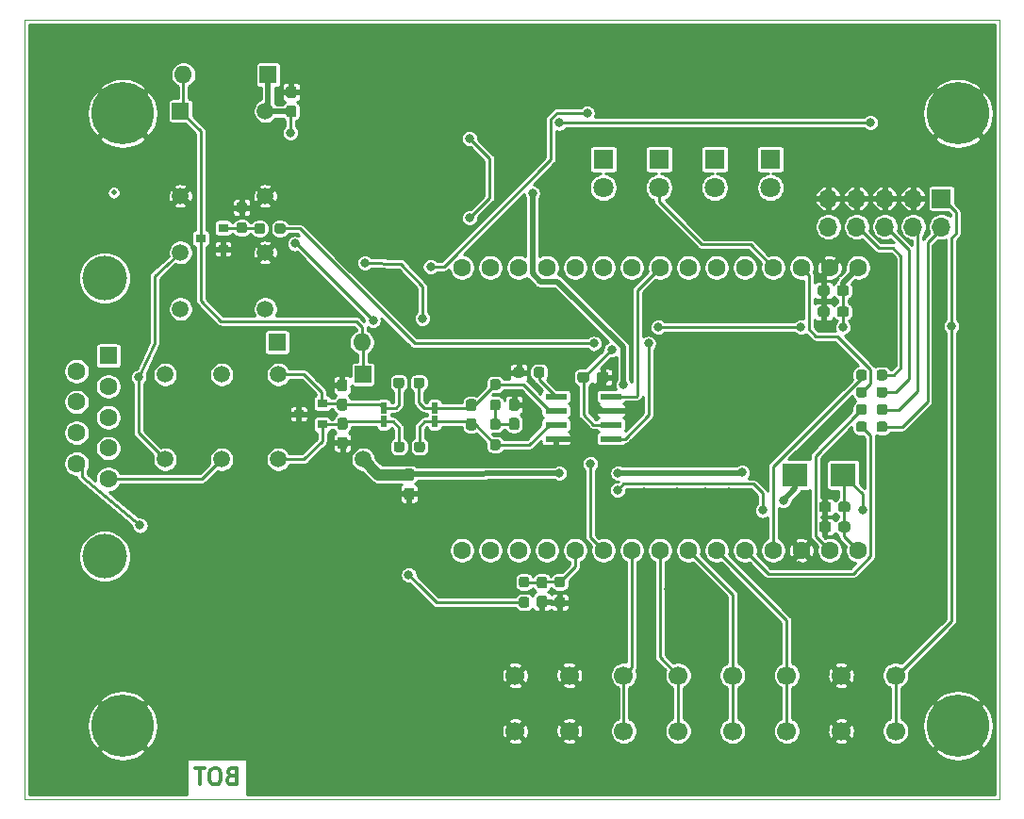
<source format=gbr>
%TF.GenerationSoftware,KiCad,Pcbnew,(5.1.6)-1*%
%TF.CreationDate,2020-12-18T16:38:49+01:00*%
%TF.ProjectId,Board,426f6172-642e-46b6-9963-61645f706362,rev?*%
%TF.SameCoordinates,PX253b400PY7a67730*%
%TF.FileFunction,Copper,L2,Bot*%
%TF.FilePolarity,Positive*%
%FSLAX46Y46*%
G04 Gerber Fmt 4.6, Leading zero omitted, Abs format (unit mm)*
G04 Created by KiCad (PCBNEW (5.1.6)-1) date 2020-12-18 16:38:49*
%MOMM*%
%LPD*%
G01*
G04 APERTURE LIST*
%TA.AperFunction,NonConductor*%
%ADD10C,0.300000*%
%TD*%
%TA.AperFunction,Profile*%
%ADD11C,0.050000*%
%TD*%
%TA.AperFunction,ComponentPad*%
%ADD12C,1.700000*%
%TD*%
%TA.AperFunction,ComponentPad*%
%ADD13C,1.600000*%
%TD*%
%TA.AperFunction,ComponentPad*%
%ADD14O,1.700000X1.700000*%
%TD*%
%TA.AperFunction,ComponentPad*%
%ADD15R,1.700000X1.700000*%
%TD*%
%TA.AperFunction,SMDPad,CuDef*%
%ADD16C,0.500000*%
%TD*%
%TA.AperFunction,ComponentPad*%
%ADD17C,5.600000*%
%TD*%
%TA.AperFunction,ComponentPad*%
%ADD18O,1.600000X1.600000*%
%TD*%
%TA.AperFunction,ComponentPad*%
%ADD19R,1.600000X1.600000*%
%TD*%
%TA.AperFunction,ComponentPad*%
%ADD20C,4.000000*%
%TD*%
%TA.AperFunction,ComponentPad*%
%ADD21R,1.508000X1.508000*%
%TD*%
%TA.AperFunction,ComponentPad*%
%ADD22C,1.508000*%
%TD*%
%TA.AperFunction,SMDPad,CuDef*%
%ADD23R,0.600000X1.000000*%
%TD*%
%TA.AperFunction,SMDPad,CuDef*%
%ADD24R,0.900000X0.800000*%
%TD*%
%TA.AperFunction,ComponentPad*%
%ADD25R,1.800000X1.800000*%
%TD*%
%TA.AperFunction,ComponentPad*%
%ADD26C,1.800000*%
%TD*%
%TA.AperFunction,SMDPad,CuDef*%
%ADD27R,2.290000X2.120000*%
%TD*%
%TA.AperFunction,SMDPad,CuDef*%
%ADD28R,1.981200X0.558800*%
%TD*%
%TA.AperFunction,ViaPad*%
%ADD29C,0.800000*%
%TD*%
%TA.AperFunction,Conductor*%
%ADD30C,0.250000*%
%TD*%
%TA.AperFunction,Conductor*%
%ADD31C,0.500000*%
%TD*%
%TA.AperFunction,Conductor*%
%ADD32C,1.000000*%
%TD*%
%TA.AperFunction,Conductor*%
%ADD33C,0.254000*%
%TD*%
G04 APERTURE END LIST*
D10*
X18550000Y2107143D02*
X18335714Y2035715D01*
X18264285Y1964286D01*
X18192857Y1821429D01*
X18192857Y1607143D01*
X18264285Y1464286D01*
X18335714Y1392858D01*
X18478571Y1321429D01*
X19050000Y1321429D01*
X19050000Y2821429D01*
X18550000Y2821429D01*
X18407142Y2750000D01*
X18335714Y2678572D01*
X18264285Y2535715D01*
X18264285Y2392858D01*
X18335714Y2250000D01*
X18407142Y2178572D01*
X18550000Y2107143D01*
X19050000Y2107143D01*
X17264285Y2821429D02*
X16978571Y2821429D01*
X16835714Y2750000D01*
X16692857Y2607143D01*
X16621428Y2321429D01*
X16621428Y1821429D01*
X16692857Y1535715D01*
X16835714Y1392858D01*
X16978571Y1321429D01*
X17264285Y1321429D01*
X17407142Y1392858D01*
X17550000Y1535715D01*
X17621428Y1821429D01*
X17621428Y2321429D01*
X17550000Y2607143D01*
X17407142Y2750000D01*
X17264285Y2821429D01*
X16192857Y2821429D02*
X15335714Y2821429D01*
X15764285Y1321429D02*
X15764285Y2821429D01*
D11*
X0Y70000000D02*
X0Y0D01*
X87500000Y70000000D02*
X0Y70000000D01*
X87500000Y0D02*
X87500000Y70000000D01*
X0Y0D02*
X87500000Y0D01*
D12*
X44030000Y11130000D03*
X48910000Y11130000D03*
X53790000Y11130000D03*
X58670000Y11130000D03*
X63550000Y11130000D03*
X68430000Y11130000D03*
X73310000Y11130000D03*
X78190000Y11130000D03*
X44030000Y6130000D03*
X48910000Y6130000D03*
X53790000Y6130000D03*
X58670000Y6130000D03*
X63550000Y6130000D03*
X68430000Y6130000D03*
X73310000Y6130000D03*
X78190000Y6130000D03*
D13*
X39262000Y22374000D03*
X41802000Y22374000D03*
X44342000Y22374000D03*
X46882000Y22374000D03*
X49422000Y22374000D03*
X51962000Y22374000D03*
X54502000Y22374000D03*
X57042000Y22374000D03*
X59582000Y22374000D03*
X62122000Y22374000D03*
X64662000Y22374000D03*
X67202000Y22374000D03*
X69742000Y22374000D03*
X72282000Y22374000D03*
X74822000Y22374000D03*
X39262000Y47774000D03*
X41802000Y47774000D03*
X44342000Y47774000D03*
X46882000Y47774000D03*
X49422000Y47774000D03*
X51962000Y47774000D03*
X54502000Y47774000D03*
X57042000Y47774000D03*
X59582000Y47774000D03*
X62122000Y47774000D03*
X64662000Y47774000D03*
X67202000Y47774000D03*
X69742000Y47774000D03*
X72282000Y47774000D03*
X74822000Y47774000D03*
D14*
X72160000Y51430000D03*
X72160000Y53970000D03*
X74700000Y51430000D03*
X74700000Y53970000D03*
X77240000Y51430000D03*
X77240000Y53970000D03*
X79780000Y51430000D03*
X79780000Y53970000D03*
X82320000Y51430000D03*
D15*
X82320000Y53970000D03*
D16*
X8000000Y54500000D03*
D17*
X83800000Y6600000D03*
X83800000Y61600000D03*
X8800000Y61600000D03*
X8800000Y6600000D03*
D18*
X30270000Y41050000D03*
D19*
X22650000Y41050000D03*
%TA.AperFunction,SMDPad,CuDef*%
G36*
G01*
X34272500Y27972500D02*
X34747500Y27972500D01*
G75*
G02*
X34985000Y27735000I0J-237500D01*
G01*
X34985000Y27135000D01*
G75*
G02*
X34747500Y26897500I-237500J0D01*
G01*
X34272500Y26897500D01*
G75*
G02*
X34035000Y27135000I0J237500D01*
G01*
X34035000Y27735000D01*
G75*
G02*
X34272500Y27972500I237500J0D01*
G01*
G37*
%TD.AperFunction*%
%TA.AperFunction,SMDPad,CuDef*%
G36*
G01*
X34272500Y29697500D02*
X34747500Y29697500D01*
G75*
G02*
X34985000Y29460000I0J-237500D01*
G01*
X34985000Y28860000D01*
G75*
G02*
X34747500Y28622500I-237500J0D01*
G01*
X34272500Y28622500D01*
G75*
G02*
X34035000Y28860000I0J237500D01*
G01*
X34035000Y29460000D01*
G75*
G02*
X34272500Y29697500I237500J0D01*
G01*
G37*
%TD.AperFunction*%
%TA.AperFunction,SMDPad,CuDef*%
G36*
G01*
X51360000Y37672500D02*
X51360000Y38147500D01*
G75*
G02*
X51597500Y38385000I237500J0D01*
G01*
X52197500Y38385000D01*
G75*
G02*
X52435000Y38147500I0J-237500D01*
G01*
X52435000Y37672500D01*
G75*
G02*
X52197500Y37435000I-237500J0D01*
G01*
X51597500Y37435000D01*
G75*
G02*
X51360000Y37672500I0J237500D01*
G01*
G37*
%TD.AperFunction*%
%TA.AperFunction,SMDPad,CuDef*%
G36*
G01*
X49635000Y37672500D02*
X49635000Y38147500D01*
G75*
G02*
X49872500Y38385000I237500J0D01*
G01*
X50472500Y38385000D01*
G75*
G02*
X50710000Y38147500I0J-237500D01*
G01*
X50710000Y37672500D01*
G75*
G02*
X50472500Y37435000I-237500J0D01*
G01*
X49872500Y37435000D01*
G75*
G02*
X49635000Y37672500I0J237500D01*
G01*
G37*
%TD.AperFunction*%
D20*
X7200000Y21810000D03*
X7200000Y46810000D03*
D13*
X4660000Y30155000D03*
X4660000Y32925000D03*
X4660000Y35695000D03*
X4660000Y38465000D03*
X7500000Y28770000D03*
X7500000Y31540000D03*
X7500000Y34310000D03*
X7500000Y37080000D03*
D19*
X7500000Y39850000D03*
D21*
X30390000Y38160000D03*
D22*
X30390000Y30540000D03*
X22770000Y30540000D03*
X22770000Y38160000D03*
X17690000Y38160000D03*
X17690000Y30540000D03*
X12610000Y30540000D03*
X12610000Y38160000D03*
%TA.AperFunction,SMDPad,CuDef*%
G36*
G01*
X44848500Y38591500D02*
X44848500Y38116500D01*
G75*
G02*
X44611000Y37879000I-237500J0D01*
G01*
X44111000Y37879000D01*
G75*
G02*
X43873500Y38116500I0J237500D01*
G01*
X43873500Y38591500D01*
G75*
G02*
X44111000Y38829000I237500J0D01*
G01*
X44611000Y38829000D01*
G75*
G02*
X44848500Y38591500I0J-237500D01*
G01*
G37*
%TD.AperFunction*%
%TA.AperFunction,SMDPad,CuDef*%
G36*
G01*
X46673500Y38591500D02*
X46673500Y38116500D01*
G75*
G02*
X46436000Y37879000I-237500J0D01*
G01*
X45936000Y37879000D01*
G75*
G02*
X45698500Y38116500I0J237500D01*
G01*
X45698500Y38591500D01*
G75*
G02*
X45936000Y38829000I237500J0D01*
G01*
X46436000Y38829000D01*
G75*
G02*
X46673500Y38591500I0J-237500D01*
G01*
G37*
%TD.AperFunction*%
%TA.AperFunction,SMDPad,CuDef*%
G36*
G01*
X19727500Y52677500D02*
X19252500Y52677500D01*
G75*
G02*
X19015000Y52915000I0J237500D01*
G01*
X19015000Y53415000D01*
G75*
G02*
X19252500Y53652500I237500J0D01*
G01*
X19727500Y53652500D01*
G75*
G02*
X19965000Y53415000I0J-237500D01*
G01*
X19965000Y52915000D01*
G75*
G02*
X19727500Y52677500I-237500J0D01*
G01*
G37*
%TD.AperFunction*%
%TA.AperFunction,SMDPad,CuDef*%
G36*
G01*
X19727500Y50852500D02*
X19252500Y50852500D01*
G75*
G02*
X19015000Y51090000I0J237500D01*
G01*
X19015000Y51590000D01*
G75*
G02*
X19252500Y51827500I237500J0D01*
G01*
X19727500Y51827500D01*
G75*
G02*
X19965000Y51590000I0J-237500D01*
G01*
X19965000Y51090000D01*
G75*
G02*
X19727500Y50852500I-237500J0D01*
G01*
G37*
%TD.AperFunction*%
%TA.AperFunction,SMDPad,CuDef*%
G36*
G01*
X22432500Y51032500D02*
X22432500Y51507500D01*
G75*
G02*
X22670000Y51745000I237500J0D01*
G01*
X23170000Y51745000D01*
G75*
G02*
X23407500Y51507500I0J-237500D01*
G01*
X23407500Y51032500D01*
G75*
G02*
X23170000Y50795000I-237500J0D01*
G01*
X22670000Y50795000D01*
G75*
G02*
X22432500Y51032500I0J237500D01*
G01*
G37*
%TD.AperFunction*%
%TA.AperFunction,SMDPad,CuDef*%
G36*
G01*
X20607500Y51032500D02*
X20607500Y51507500D01*
G75*
G02*
X20845000Y51745000I237500J0D01*
G01*
X21345000Y51745000D01*
G75*
G02*
X21582500Y51507500I0J-237500D01*
G01*
X21582500Y51032500D01*
G75*
G02*
X21345000Y50795000I-237500J0D01*
G01*
X20845000Y50795000D01*
G75*
G02*
X20607500Y51032500I0J237500D01*
G01*
G37*
%TD.AperFunction*%
%TA.AperFunction,SMDPad,CuDef*%
G36*
G01*
X75635000Y33697500D02*
X75635000Y33222500D01*
G75*
G02*
X75397500Y32985000I-237500J0D01*
G01*
X74897500Y32985000D01*
G75*
G02*
X74660000Y33222500I0J237500D01*
G01*
X74660000Y33697500D01*
G75*
G02*
X74897500Y33935000I237500J0D01*
G01*
X75397500Y33935000D01*
G75*
G02*
X75635000Y33697500I0J-237500D01*
G01*
G37*
%TD.AperFunction*%
%TA.AperFunction,SMDPad,CuDef*%
G36*
G01*
X77460000Y33697500D02*
X77460000Y33222500D01*
G75*
G02*
X77222500Y32985000I-237500J0D01*
G01*
X76722500Y32985000D01*
G75*
G02*
X76485000Y33222500I0J237500D01*
G01*
X76485000Y33697500D01*
G75*
G02*
X76722500Y33935000I237500J0D01*
G01*
X77222500Y33935000D01*
G75*
G02*
X77460000Y33697500I0J-237500D01*
G01*
G37*
%TD.AperFunction*%
%TA.AperFunction,SMDPad,CuDef*%
G36*
G01*
X75635000Y35247500D02*
X75635000Y34772500D01*
G75*
G02*
X75397500Y34535000I-237500J0D01*
G01*
X74897500Y34535000D01*
G75*
G02*
X74660000Y34772500I0J237500D01*
G01*
X74660000Y35247500D01*
G75*
G02*
X74897500Y35485000I237500J0D01*
G01*
X75397500Y35485000D01*
G75*
G02*
X75635000Y35247500I0J-237500D01*
G01*
G37*
%TD.AperFunction*%
%TA.AperFunction,SMDPad,CuDef*%
G36*
G01*
X77460000Y35247500D02*
X77460000Y34772500D01*
G75*
G02*
X77222500Y34535000I-237500J0D01*
G01*
X76722500Y34535000D01*
G75*
G02*
X76485000Y34772500I0J237500D01*
G01*
X76485000Y35247500D01*
G75*
G02*
X76722500Y35485000I237500J0D01*
G01*
X77222500Y35485000D01*
G75*
G02*
X77460000Y35247500I0J-237500D01*
G01*
G37*
%TD.AperFunction*%
%TA.AperFunction,SMDPad,CuDef*%
G36*
G01*
X75635000Y36797500D02*
X75635000Y36322500D01*
G75*
G02*
X75397500Y36085000I-237500J0D01*
G01*
X74897500Y36085000D01*
G75*
G02*
X74660000Y36322500I0J237500D01*
G01*
X74660000Y36797500D01*
G75*
G02*
X74897500Y37035000I237500J0D01*
G01*
X75397500Y37035000D01*
G75*
G02*
X75635000Y36797500I0J-237500D01*
G01*
G37*
%TD.AperFunction*%
%TA.AperFunction,SMDPad,CuDef*%
G36*
G01*
X77460000Y36797500D02*
X77460000Y36322500D01*
G75*
G02*
X77222500Y36085000I-237500J0D01*
G01*
X76722500Y36085000D01*
G75*
G02*
X76485000Y36322500I0J237500D01*
G01*
X76485000Y36797500D01*
G75*
G02*
X76722500Y37035000I237500J0D01*
G01*
X77222500Y37035000D01*
G75*
G02*
X77460000Y36797500I0J-237500D01*
G01*
G37*
%TD.AperFunction*%
%TA.AperFunction,SMDPad,CuDef*%
G36*
G01*
X75635000Y38347500D02*
X75635000Y37872500D01*
G75*
G02*
X75397500Y37635000I-237500J0D01*
G01*
X74897500Y37635000D01*
G75*
G02*
X74660000Y37872500I0J237500D01*
G01*
X74660000Y38347500D01*
G75*
G02*
X74897500Y38585000I237500J0D01*
G01*
X75397500Y38585000D01*
G75*
G02*
X75635000Y38347500I0J-237500D01*
G01*
G37*
%TD.AperFunction*%
%TA.AperFunction,SMDPad,CuDef*%
G36*
G01*
X77460000Y38347500D02*
X77460000Y37872500D01*
G75*
G02*
X77222500Y37635000I-237500J0D01*
G01*
X76722500Y37635000D01*
G75*
G02*
X76485000Y37872500I0J237500D01*
G01*
X76485000Y38347500D01*
G75*
G02*
X76722500Y38585000I237500J0D01*
G01*
X77222500Y38585000D01*
G75*
G02*
X77460000Y38347500I0J-237500D01*
G01*
G37*
%TD.AperFunction*%
%TA.AperFunction,SMDPad,CuDef*%
G36*
G01*
X42011500Y32341000D02*
X42486500Y32341000D01*
G75*
G02*
X42724000Y32103500I0J-237500D01*
G01*
X42724000Y31603500D01*
G75*
G02*
X42486500Y31366000I-237500J0D01*
G01*
X42011500Y31366000D01*
G75*
G02*
X41774000Y31603500I0J237500D01*
G01*
X41774000Y32103500D01*
G75*
G02*
X42011500Y32341000I237500J0D01*
G01*
G37*
%TD.AperFunction*%
%TA.AperFunction,SMDPad,CuDef*%
G36*
G01*
X42011500Y34166000D02*
X42486500Y34166000D01*
G75*
G02*
X42724000Y33928500I0J-237500D01*
G01*
X42724000Y33428500D01*
G75*
G02*
X42486500Y33191000I-237500J0D01*
G01*
X42011500Y33191000D01*
G75*
G02*
X41774000Y33428500I0J237500D01*
G01*
X41774000Y33928500D01*
G75*
G02*
X42011500Y34166000I237500J0D01*
G01*
G37*
%TD.AperFunction*%
%TA.AperFunction,SMDPad,CuDef*%
G36*
G01*
X42011500Y35920500D02*
X42486500Y35920500D01*
G75*
G02*
X42724000Y35683000I0J-237500D01*
G01*
X42724000Y35183000D01*
G75*
G02*
X42486500Y34945500I-237500J0D01*
G01*
X42011500Y34945500D01*
G75*
G02*
X41774000Y35183000I0J237500D01*
G01*
X41774000Y35683000D01*
G75*
G02*
X42011500Y35920500I237500J0D01*
G01*
G37*
%TD.AperFunction*%
%TA.AperFunction,SMDPad,CuDef*%
G36*
G01*
X42011500Y37745500D02*
X42486500Y37745500D01*
G75*
G02*
X42724000Y37508000I0J-237500D01*
G01*
X42724000Y37008000D01*
G75*
G02*
X42486500Y36770500I-237500J0D01*
G01*
X42011500Y36770500D01*
G75*
G02*
X41774000Y37008000I0J237500D01*
G01*
X41774000Y37508000D01*
G75*
G02*
X42011500Y37745500I237500J0D01*
G01*
G37*
%TD.AperFunction*%
%TA.AperFunction,SMDPad,CuDef*%
G36*
G01*
X34112500Y31887500D02*
X34112500Y31412500D01*
G75*
G02*
X33875000Y31175000I-237500J0D01*
G01*
X33375000Y31175000D01*
G75*
G02*
X33137500Y31412500I0J237500D01*
G01*
X33137500Y31887500D01*
G75*
G02*
X33375000Y32125000I237500J0D01*
G01*
X33875000Y32125000D01*
G75*
G02*
X34112500Y31887500I0J-237500D01*
G01*
G37*
%TD.AperFunction*%
%TA.AperFunction,SMDPad,CuDef*%
G36*
G01*
X35937500Y31887500D02*
X35937500Y31412500D01*
G75*
G02*
X35700000Y31175000I-237500J0D01*
G01*
X35200000Y31175000D01*
G75*
G02*
X34962500Y31412500I0J237500D01*
G01*
X34962500Y31887500D01*
G75*
G02*
X35200000Y32125000I237500J0D01*
G01*
X35700000Y32125000D01*
G75*
G02*
X35937500Y31887500I0J-237500D01*
G01*
G37*
%TD.AperFunction*%
%TA.AperFunction,SMDPad,CuDef*%
G36*
G01*
X34067500Y37637500D02*
X34067500Y37162500D01*
G75*
G02*
X33830000Y36925000I-237500J0D01*
G01*
X33330000Y36925000D01*
G75*
G02*
X33092500Y37162500I0J237500D01*
G01*
X33092500Y37637500D01*
G75*
G02*
X33330000Y37875000I237500J0D01*
G01*
X33830000Y37875000D01*
G75*
G02*
X34067500Y37637500I0J-237500D01*
G01*
G37*
%TD.AperFunction*%
%TA.AperFunction,SMDPad,CuDef*%
G36*
G01*
X35892500Y37637500D02*
X35892500Y37162500D01*
G75*
G02*
X35655000Y36925000I-237500J0D01*
G01*
X35155000Y36925000D01*
G75*
G02*
X34917500Y37162500I0J237500D01*
G01*
X34917500Y37637500D01*
G75*
G02*
X35155000Y37875000I237500J0D01*
G01*
X35655000Y37875000D01*
G75*
G02*
X35892500Y37637500I0J-237500D01*
G01*
G37*
%TD.AperFunction*%
%TA.AperFunction,SMDPad,CuDef*%
G36*
G01*
X47812500Y18182500D02*
X48287500Y18182500D01*
G75*
G02*
X48525000Y17945000I0J-237500D01*
G01*
X48525000Y17445000D01*
G75*
G02*
X48287500Y17207500I-237500J0D01*
G01*
X47812500Y17207500D01*
G75*
G02*
X47575000Y17445000I0J237500D01*
G01*
X47575000Y17945000D01*
G75*
G02*
X47812500Y18182500I237500J0D01*
G01*
G37*
%TD.AperFunction*%
%TA.AperFunction,SMDPad,CuDef*%
G36*
G01*
X47812500Y20007500D02*
X48287500Y20007500D01*
G75*
G02*
X48525000Y19770000I0J-237500D01*
G01*
X48525000Y19270000D01*
G75*
G02*
X48287500Y19032500I-237500J0D01*
G01*
X47812500Y19032500D01*
G75*
G02*
X47575000Y19270000I0J237500D01*
G01*
X47575000Y19770000D01*
G75*
G02*
X47812500Y20007500I237500J0D01*
G01*
G37*
%TD.AperFunction*%
%TA.AperFunction,SMDPad,CuDef*%
G36*
G01*
X45077500Y19032500D02*
X44602500Y19032500D01*
G75*
G02*
X44365000Y19270000I0J237500D01*
G01*
X44365000Y19770000D01*
G75*
G02*
X44602500Y20007500I237500J0D01*
G01*
X45077500Y20007500D01*
G75*
G02*
X45315000Y19770000I0J-237500D01*
G01*
X45315000Y19270000D01*
G75*
G02*
X45077500Y19032500I-237500J0D01*
G01*
G37*
%TD.AperFunction*%
%TA.AperFunction,SMDPad,CuDef*%
G36*
G01*
X45077500Y17207500D02*
X44602500Y17207500D01*
G75*
G02*
X44365000Y17445000I0J237500D01*
G01*
X44365000Y17945000D01*
G75*
G02*
X44602500Y18182500I237500J0D01*
G01*
X45077500Y18182500D01*
G75*
G02*
X45315000Y17945000I0J-237500D01*
G01*
X45315000Y17445000D01*
G75*
G02*
X45077500Y17207500I-237500J0D01*
G01*
G37*
%TD.AperFunction*%
%TA.AperFunction,SMDPad,CuDef*%
G36*
G01*
X72930000Y43552500D02*
X72930000Y44027500D01*
G75*
G02*
X73167500Y44265000I237500J0D01*
G01*
X73767500Y44265000D01*
G75*
G02*
X74005000Y44027500I0J-237500D01*
G01*
X74005000Y43552500D01*
G75*
G02*
X73767500Y43315000I-237500J0D01*
G01*
X73167500Y43315000D01*
G75*
G02*
X72930000Y43552500I0J237500D01*
G01*
G37*
%TD.AperFunction*%
%TA.AperFunction,SMDPad,CuDef*%
G36*
G01*
X71205000Y43552500D02*
X71205000Y44027500D01*
G75*
G02*
X71442500Y44265000I237500J0D01*
G01*
X72042500Y44265000D01*
G75*
G02*
X72280000Y44027500I0J-237500D01*
G01*
X72280000Y43552500D01*
G75*
G02*
X72042500Y43315000I-237500J0D01*
G01*
X71442500Y43315000D01*
G75*
G02*
X71205000Y43552500I0J237500D01*
G01*
G37*
%TD.AperFunction*%
%TA.AperFunction,SMDPad,CuDef*%
G36*
G01*
X72930000Y45462500D02*
X72930000Y45937500D01*
G75*
G02*
X73167500Y46175000I237500J0D01*
G01*
X73767500Y46175000D01*
G75*
G02*
X74005000Y45937500I0J-237500D01*
G01*
X74005000Y45462500D01*
G75*
G02*
X73767500Y45225000I-237500J0D01*
G01*
X73167500Y45225000D01*
G75*
G02*
X72930000Y45462500I0J237500D01*
G01*
G37*
%TD.AperFunction*%
%TA.AperFunction,SMDPad,CuDef*%
G36*
G01*
X71205000Y45462500D02*
X71205000Y45937500D01*
G75*
G02*
X71442500Y46175000I237500J0D01*
G01*
X72042500Y46175000D01*
G75*
G02*
X72280000Y45937500I0J-237500D01*
G01*
X72280000Y45462500D01*
G75*
G02*
X72042500Y45225000I-237500J0D01*
G01*
X71442500Y45225000D01*
G75*
G02*
X71205000Y45462500I0J237500D01*
G01*
G37*
%TD.AperFunction*%
%TA.AperFunction,SMDPad,CuDef*%
G36*
G01*
X73053000Y24232500D02*
X73053000Y24707500D01*
G75*
G02*
X73290500Y24945000I237500J0D01*
G01*
X73890500Y24945000D01*
G75*
G02*
X74128000Y24707500I0J-237500D01*
G01*
X74128000Y24232500D01*
G75*
G02*
X73890500Y23995000I-237500J0D01*
G01*
X73290500Y23995000D01*
G75*
G02*
X73053000Y24232500I0J237500D01*
G01*
G37*
%TD.AperFunction*%
%TA.AperFunction,SMDPad,CuDef*%
G36*
G01*
X71328000Y24232500D02*
X71328000Y24707500D01*
G75*
G02*
X71565500Y24945000I237500J0D01*
G01*
X72165500Y24945000D01*
G75*
G02*
X72403000Y24707500I0J-237500D01*
G01*
X72403000Y24232500D01*
G75*
G02*
X72165500Y23995000I-237500J0D01*
G01*
X71565500Y23995000D01*
G75*
G02*
X71328000Y24232500I0J237500D01*
G01*
G37*
%TD.AperFunction*%
%TA.AperFunction,SMDPad,CuDef*%
G36*
G01*
X72403000Y26497500D02*
X72403000Y26022500D01*
G75*
G02*
X72165500Y25785000I-237500J0D01*
G01*
X71565500Y25785000D01*
G75*
G02*
X71328000Y26022500I0J237500D01*
G01*
X71328000Y26497500D01*
G75*
G02*
X71565500Y26735000I237500J0D01*
G01*
X72165500Y26735000D01*
G75*
G02*
X72403000Y26497500I0J-237500D01*
G01*
G37*
%TD.AperFunction*%
%TA.AperFunction,SMDPad,CuDef*%
G36*
G01*
X74128000Y26497500D02*
X74128000Y26022500D01*
G75*
G02*
X73890500Y25785000I-237500J0D01*
G01*
X73290500Y25785000D01*
G75*
G02*
X73053000Y26022500I0J237500D01*
G01*
X73053000Y26497500D01*
G75*
G02*
X73290500Y26735000I237500J0D01*
G01*
X73890500Y26735000D01*
G75*
G02*
X74128000Y26497500I0J-237500D01*
G01*
G37*
%TD.AperFunction*%
%TA.AperFunction,SMDPad,CuDef*%
G36*
G01*
X24167500Y62985000D02*
X23692500Y62985000D01*
G75*
G02*
X23455000Y63222500I0J237500D01*
G01*
X23455000Y63822500D01*
G75*
G02*
X23692500Y64060000I237500J0D01*
G01*
X24167500Y64060000D01*
G75*
G02*
X24405000Y63822500I0J-237500D01*
G01*
X24405000Y63222500D01*
G75*
G02*
X24167500Y62985000I-237500J0D01*
G01*
G37*
%TD.AperFunction*%
%TA.AperFunction,SMDPad,CuDef*%
G36*
G01*
X24167500Y61260000D02*
X23692500Y61260000D01*
G75*
G02*
X23455000Y61497500I0J237500D01*
G01*
X23455000Y62097500D01*
G75*
G02*
X23692500Y62335000I237500J0D01*
G01*
X24167500Y62335000D01*
G75*
G02*
X24405000Y62097500I0J-237500D01*
G01*
X24405000Y61497500D01*
G75*
G02*
X24167500Y61260000I-237500J0D01*
G01*
G37*
%TD.AperFunction*%
%TA.AperFunction,SMDPad,CuDef*%
G36*
G01*
X44177500Y34902500D02*
X43702500Y34902500D01*
G75*
G02*
X43465000Y35140000I0J237500D01*
G01*
X43465000Y35740000D01*
G75*
G02*
X43702500Y35977500I237500J0D01*
G01*
X44177500Y35977500D01*
G75*
G02*
X44415000Y35740000I0J-237500D01*
G01*
X44415000Y35140000D01*
G75*
G02*
X44177500Y34902500I-237500J0D01*
G01*
G37*
%TD.AperFunction*%
%TA.AperFunction,SMDPad,CuDef*%
G36*
G01*
X44177500Y33177500D02*
X43702500Y33177500D01*
G75*
G02*
X43465000Y33415000I0J237500D01*
G01*
X43465000Y34015000D01*
G75*
G02*
X43702500Y34252500I237500J0D01*
G01*
X44177500Y34252500D01*
G75*
G02*
X44415000Y34015000I0J-237500D01*
G01*
X44415000Y33415000D01*
G75*
G02*
X44177500Y33177500I-237500J0D01*
G01*
G37*
%TD.AperFunction*%
%TA.AperFunction,SMDPad,CuDef*%
G36*
G01*
X39852500Y34219000D02*
X40327500Y34219000D01*
G75*
G02*
X40565000Y33981500I0J-237500D01*
G01*
X40565000Y33381500D01*
G75*
G02*
X40327500Y33144000I-237500J0D01*
G01*
X39852500Y33144000D01*
G75*
G02*
X39615000Y33381500I0J237500D01*
G01*
X39615000Y33981500D01*
G75*
G02*
X39852500Y34219000I237500J0D01*
G01*
G37*
%TD.AperFunction*%
%TA.AperFunction,SMDPad,CuDef*%
G36*
G01*
X39852500Y35944000D02*
X40327500Y35944000D01*
G75*
G02*
X40565000Y35706500I0J-237500D01*
G01*
X40565000Y35106500D01*
G75*
G02*
X40327500Y34869000I-237500J0D01*
G01*
X39852500Y34869000D01*
G75*
G02*
X39615000Y35106500I0J237500D01*
G01*
X39615000Y35706500D01*
G75*
G02*
X39852500Y35944000I237500J0D01*
G01*
G37*
%TD.AperFunction*%
%TA.AperFunction,SMDPad,CuDef*%
G36*
G01*
X28767500Y33195000D02*
X28292500Y33195000D01*
G75*
G02*
X28055000Y33432500I0J237500D01*
G01*
X28055000Y34032500D01*
G75*
G02*
X28292500Y34270000I237500J0D01*
G01*
X28767500Y34270000D01*
G75*
G02*
X29005000Y34032500I0J-237500D01*
G01*
X29005000Y33432500D01*
G75*
G02*
X28767500Y33195000I-237500J0D01*
G01*
G37*
%TD.AperFunction*%
%TA.AperFunction,SMDPad,CuDef*%
G36*
G01*
X28767500Y31470000D02*
X28292500Y31470000D01*
G75*
G02*
X28055000Y31707500I0J237500D01*
G01*
X28055000Y32307500D01*
G75*
G02*
X28292500Y32545000I237500J0D01*
G01*
X28767500Y32545000D01*
G75*
G02*
X29005000Y32307500I0J-237500D01*
G01*
X29005000Y31707500D01*
G75*
G02*
X28767500Y31470000I-237500J0D01*
G01*
G37*
%TD.AperFunction*%
%TA.AperFunction,SMDPad,CuDef*%
G36*
G01*
X28747500Y36645000D02*
X28272500Y36645000D01*
G75*
G02*
X28035000Y36882500I0J237500D01*
G01*
X28035000Y37482500D01*
G75*
G02*
X28272500Y37720000I237500J0D01*
G01*
X28747500Y37720000D01*
G75*
G02*
X28985000Y37482500I0J-237500D01*
G01*
X28985000Y36882500D01*
G75*
G02*
X28747500Y36645000I-237500J0D01*
G01*
G37*
%TD.AperFunction*%
%TA.AperFunction,SMDPad,CuDef*%
G36*
G01*
X28747500Y34920000D02*
X28272500Y34920000D01*
G75*
G02*
X28035000Y35157500I0J237500D01*
G01*
X28035000Y35757500D01*
G75*
G02*
X28272500Y35995000I237500J0D01*
G01*
X28747500Y35995000D01*
G75*
G02*
X28985000Y35757500I0J-237500D01*
G01*
X28985000Y35157500D01*
G75*
G02*
X28747500Y34920000I-237500J0D01*
G01*
G37*
%TD.AperFunction*%
%TA.AperFunction,SMDPad,CuDef*%
G36*
G01*
X46212500Y18282500D02*
X46687500Y18282500D01*
G75*
G02*
X46925000Y18045000I0J-237500D01*
G01*
X46925000Y17445000D01*
G75*
G02*
X46687500Y17207500I-237500J0D01*
G01*
X46212500Y17207500D01*
G75*
G02*
X45975000Y17445000I0J237500D01*
G01*
X45975000Y18045000D01*
G75*
G02*
X46212500Y18282500I237500J0D01*
G01*
G37*
%TD.AperFunction*%
%TA.AperFunction,SMDPad,CuDef*%
G36*
G01*
X46212500Y20007500D02*
X46687500Y20007500D01*
G75*
G02*
X46925000Y19770000I0J-237500D01*
G01*
X46925000Y19170000D01*
G75*
G02*
X46687500Y18932500I-237500J0D01*
G01*
X46212500Y18932500D01*
G75*
G02*
X45975000Y19170000I0J237500D01*
G01*
X45975000Y19770000D01*
G75*
G02*
X46212500Y20007500I237500J0D01*
G01*
G37*
%TD.AperFunction*%
D23*
X32232000Y33924000D03*
X36782000Y33924000D03*
X32232000Y35174000D03*
X36782000Y35174000D03*
D24*
X17810000Y51340000D03*
X17810000Y49440000D03*
X15810000Y50390000D03*
D22*
X13990000Y44040000D03*
X21610000Y44040000D03*
X21610000Y49120000D03*
X13990000Y49120000D03*
X13990000Y54200000D03*
X21610000Y54200000D03*
X21610000Y61820000D03*
D21*
X13990000Y61820000D03*
D19*
X21870000Y65100000D03*
D18*
X14250000Y65100000D03*
D25*
X51960000Y57490000D03*
D26*
X51960000Y54950000D03*
D27*
X69180000Y29140000D03*
X73500000Y29140000D03*
D28*
X52637600Y36195000D03*
X52637600Y34925000D03*
X52637600Y33655000D03*
X52637600Y32385000D03*
X47710000Y32385000D03*
X47710000Y33655000D03*
X47710000Y34925000D03*
X47710000Y36195000D03*
D25*
X66960000Y57490000D03*
D26*
X66960000Y54950000D03*
D25*
X61960000Y57490000D03*
D26*
X61960000Y54950000D03*
D25*
X56960000Y57490000D03*
D26*
X56960000Y54950000D03*
D24*
X26710000Y35560000D03*
X26710000Y33660000D03*
X24610000Y34610000D03*
D29*
X65000000Y2500000D03*
X75000000Y2500000D03*
X85000000Y12500000D03*
X85000000Y22500000D03*
X85000000Y32500000D03*
X85000000Y42500000D03*
X85000000Y52500000D03*
X75000000Y67500000D03*
X65000000Y67500000D03*
X55000000Y67500000D03*
X45000000Y67500000D03*
X35000000Y67500000D03*
X25000000Y67500000D03*
X15000000Y67500000D03*
X5000000Y67500000D03*
X5000000Y52500000D03*
X5000000Y12500000D03*
X54720000Y35060000D03*
X31380000Y50580000D03*
X31380000Y54600000D03*
X45560000Y34450000D03*
X71940000Y27430000D03*
X53500000Y52000000D03*
X72500000Y33900000D03*
X73700000Y31700000D03*
X58400000Y53300000D03*
X14000000Y46350000D03*
X62200000Y44650000D03*
X52900000Y45550000D03*
X39150000Y42450000D03*
X45100000Y42400000D03*
X39300000Y38950000D03*
X45400000Y39800000D03*
X45400000Y59800000D03*
X48600000Y59000000D03*
X37950000Y55350000D03*
X40000000Y56000000D03*
X26250000Y45450000D03*
X33850000Y45450000D03*
X39200000Y45500000D03*
X43450000Y45600000D03*
X57200000Y40500000D03*
X57200000Y37300000D03*
X56150000Y32150000D03*
X57250000Y34550000D03*
X58900000Y44650000D03*
X59050000Y40650000D03*
X62300000Y40650000D03*
X66650000Y40650000D03*
X66400000Y44650000D03*
X71500000Y39550000D03*
X70950000Y35950000D03*
X72550000Y37500000D03*
X69000000Y34150000D03*
X66850000Y32300000D03*
X63150000Y30900000D03*
X58550000Y30900000D03*
X61100000Y30900000D03*
X63250000Y27600000D03*
X61150000Y27600000D03*
X58550000Y27600000D03*
X55600000Y27600000D03*
X33100000Y24400000D03*
X35950000Y24350000D03*
X33100000Y27150000D03*
X35950000Y39300000D03*
X33400000Y39750000D03*
X51400000Y14000000D03*
X51450000Y18850000D03*
X37050000Y19800000D03*
X34950000Y14900000D03*
X41050000Y19300000D03*
X41050000Y16100000D03*
X51850000Y8400000D03*
X56050000Y8450000D03*
X61200000Y8300000D03*
X66100000Y8300000D03*
X69950000Y8600000D03*
X35950000Y27050000D03*
X72600000Y17850000D03*
X69500000Y21000000D03*
X28550000Y38550000D03*
X28600000Y30600000D03*
X23350000Y34650000D03*
X69950000Y13500000D03*
X65900000Y13600000D03*
X61650000Y13500000D03*
X57850000Y18850000D03*
X58300000Y13600000D03*
X44000000Y50500000D03*
X75750000Y44750000D03*
X76000000Y41000000D03*
X49390000Y49790000D03*
X70520000Y1680000D03*
X60270000Y2330000D03*
X51240000Y1860000D03*
X55830000Y2380000D03*
X46660000Y3740000D03*
X46470000Y1540000D03*
X42120000Y1630000D03*
X24910000Y5000000D03*
X9510000Y17700000D03*
X68470000Y63020000D03*
X65750000Y64050000D03*
X65840000Y59750000D03*
X55780000Y63130000D03*
X51210000Y64570000D03*
X1291667Y68557500D03*
X1291667Y61557500D03*
X1291667Y54557500D03*
X1291667Y47557500D03*
X1291667Y40557500D03*
X1291667Y33557500D03*
X1291667Y26557500D03*
X1291667Y19557500D03*
X1291667Y12557500D03*
X1291667Y5557500D03*
X4291667Y1557500D03*
X5291667Y65557500D03*
X5291667Y58557500D03*
X5291667Y50557500D03*
X5291667Y43557500D03*
X5291667Y16557500D03*
X5291667Y9557500D03*
X9291667Y68557500D03*
X9291667Y55557500D03*
X9291667Y31557500D03*
X9291667Y13557500D03*
X10291667Y48557500D03*
X10291667Y41557500D03*
X10291667Y21557500D03*
X10291667Y2557500D03*
X12291667Y64557500D03*
X12291667Y35557500D03*
X12291667Y27557500D03*
X12291667Y9557500D03*
X13291667Y58557500D03*
X13291667Y17557500D03*
X14291667Y51557500D03*
X15291667Y23557500D03*
X15291667Y5557500D03*
X16291667Y32557500D03*
X16291667Y13557500D03*
X17291667Y68557500D03*
X17291667Y61557500D03*
X17291667Y47557500D03*
X18291667Y55557500D03*
X18291667Y41557500D03*
X19291667Y28557500D03*
X19291667Y18557500D03*
X19291667Y9557500D03*
X22291667Y59557500D03*
X22291667Y14557500D03*
X22291667Y5557500D03*
X23291667Y67557500D03*
X23291667Y46557500D03*
X23291667Y32557500D03*
X23291667Y25557500D03*
X24291667Y54557500D03*
X25291667Y41557500D03*
X25291667Y10557500D03*
X25291667Y1557500D03*
X26291667Y63557500D03*
X26291667Y18557500D03*
X27291667Y28557500D03*
X28291667Y58557500D03*
X28291667Y6557500D03*
X29291667Y68557500D03*
X29291667Y14557500D03*
X30291667Y24557500D03*
X31291667Y2557500D03*
X32291667Y64557500D03*
X32291667Y41557500D03*
X32291667Y10557500D03*
X33291667Y51557500D03*
X35291667Y60557500D03*
X35291667Y6557500D03*
X36291667Y22557500D03*
X37291667Y68557500D03*
X37291667Y45557500D03*
X37291667Y37557500D03*
X37291667Y30557500D03*
X37291667Y16557500D03*
X37291667Y1557500D03*
X39291667Y63557500D03*
X39291667Y11557500D03*
X40291667Y26557500D03*
X41291667Y42557500D03*
X41291667Y5557500D03*
X42291667Y59557500D03*
X43291667Y67557500D03*
X43291667Y20557500D03*
X44291667Y30557500D03*
X44291667Y14557500D03*
X44291667Y1557500D03*
X45291667Y8557500D03*
X46291667Y63557500D03*
X46291667Y44557500D03*
X46291667Y25557500D03*
X48291667Y55557500D03*
X48291667Y39557500D03*
X49291667Y68557500D03*
X49291667Y3557500D03*
X50291667Y16557500D03*
X51291667Y51557500D03*
X51291667Y10557500D03*
X52291667Y26557500D03*
X53291667Y65557500D03*
X53291667Y43557500D03*
X53291667Y20557500D03*
X54291667Y59557500D03*
X55291667Y4557500D03*
X57291667Y68557500D03*
X57291667Y24557500D03*
X58291667Y16557500D03*
X59291667Y63557500D03*
X59291667Y56557500D03*
X59291667Y38557500D03*
X61291667Y33557500D03*
X61291667Y11557500D03*
X62291667Y3557500D03*
X63291667Y67557500D03*
X63291667Y25557500D03*
X64291667Y54557500D03*
X64291667Y45557500D03*
X65291667Y37557500D03*
X65291667Y16557500D03*
X66291667Y6557500D03*
X67291667Y50557500D03*
X68291667Y65557500D03*
X68291667Y1557500D03*
X69291667Y59557500D03*
X69291667Y40557500D03*
X69291667Y24557500D03*
X70291667Y18557500D03*
X70291667Y11557500D03*
X72291667Y68557500D03*
X73291667Y3557500D03*
X74291667Y63557500D03*
X74291667Y15557500D03*
X75291667Y9557500D03*
X77291667Y31557500D03*
X77291667Y24557500D03*
X78291667Y67557500D03*
X78291667Y18557500D03*
X78291667Y1557500D03*
X81291667Y28557500D03*
X81291667Y11557500D03*
X83291667Y65557500D03*
X84291667Y44557500D03*
X84291667Y36557500D03*
X84291667Y24557500D03*
X84291667Y17557500D03*
X84291667Y2557500D03*
X86291667Y54557500D03*
X86291667Y30557500D03*
X56000000Y40950000D03*
X47980000Y60760000D03*
X75943722Y60806278D03*
X73490000Y42390000D03*
X83200000Y42500000D03*
X52700000Y40400000D03*
X56900000Y42400000D03*
X69700000Y42400000D03*
X10350000Y24600000D03*
X10250000Y37900000D03*
X36450000Y47850000D03*
X50500000Y61650000D03*
X68120000Y26860000D03*
X53279415Y29320585D03*
X64414000Y29364000D03*
X53750000Y37250000D03*
X45592001Y54442001D03*
X39960000Y52220000D03*
X39930000Y59360000D03*
X50800000Y30150000D03*
X51100000Y40950000D03*
X34484902Y20154902D03*
X30550000Y48200000D03*
X35700000Y43200000D03*
X48000000Y29300000D03*
X53220000Y27760000D03*
X66260000Y25960000D03*
X75222001Y25960000D03*
X31280000Y43000000D03*
X24270000Y49920000D03*
X23850000Y59870000D03*
D30*
X47690000Y32365000D02*
X47710000Y32385000D01*
X44270000Y38445000D02*
X44361000Y38354000D01*
X19490000Y53165000D02*
X20575000Y53165000D01*
X20575000Y53165000D02*
X21610000Y54200000D01*
X54585000Y34925000D02*
X54720000Y35060000D01*
X52637600Y34925000D02*
X54585000Y34925000D01*
X48000000Y17745000D02*
X48050000Y17695000D01*
X46450000Y17745000D02*
X48000000Y17745000D01*
X51897500Y37910000D02*
X51897500Y37727500D01*
X23390000Y34610000D02*
X23350000Y34650000D01*
X24610000Y34610000D02*
X23390000Y34610000D01*
X28510000Y38510000D02*
X28550000Y38550000D01*
X28510000Y37182500D02*
X28510000Y38510000D01*
X28530000Y30670000D02*
X28600000Y30600000D01*
X28530000Y32007500D02*
X28530000Y30670000D01*
D31*
X51897500Y37910000D02*
X51897500Y37647500D01*
X51827598Y34925000D02*
X52637600Y34925000D01*
X51196999Y36946999D02*
X51196999Y35555599D01*
X51196999Y35555599D02*
X51827598Y34925000D01*
X51897500Y37647500D02*
X51196999Y36946999D01*
X71742500Y47234500D02*
X72282000Y47774000D01*
X71742500Y45700000D02*
X71742500Y47234500D01*
D30*
X55000000Y45732000D02*
X57042000Y47774000D01*
X55000000Y36250000D02*
X55000000Y45732000D01*
X52637600Y36195000D02*
X54945000Y36195000D01*
X54945000Y36195000D02*
X55000000Y36250000D01*
X64250998Y47774000D02*
X64662000Y47774000D01*
X56000000Y34506800D02*
X56000000Y40950000D01*
X52637600Y32385000D02*
X53878200Y32385000D01*
X53878200Y32385000D02*
X56000000Y34506800D01*
X75943722Y60806278D02*
X47980000Y60760000D01*
X75147700Y38109800D02*
X75148000Y38110000D01*
X75147500Y38110000D02*
X75147700Y38109800D01*
X67202000Y29897510D02*
X75147500Y37843010D01*
X75147500Y37843010D02*
X75147500Y38110000D01*
X67202000Y22374000D02*
X67202000Y29897510D01*
X75568000Y36980400D02*
X75567900Y36980400D01*
X75567900Y36980400D02*
X75147500Y36560000D01*
X75568000Y36980400D02*
X75148000Y36560000D01*
X75147500Y36560000D02*
X75960010Y37372510D01*
X70425001Y42224999D02*
X70425001Y47090999D01*
X75960010Y37372510D02*
X75960010Y38580500D01*
X70425001Y47090999D02*
X69742000Y47774000D01*
X75960010Y38580500D02*
X72940510Y41600000D01*
X72940510Y41600000D02*
X71050000Y41600000D01*
X71050000Y41600000D02*
X70425001Y42224999D01*
X70998000Y30861000D02*
X74733000Y34595100D01*
X74733000Y34595100D02*
X75147500Y35009600D01*
X75147500Y35009600D02*
X75147500Y35010000D01*
X74733000Y34595100D02*
X75148000Y35010000D01*
X71002990Y30856010D02*
X70998000Y30861000D01*
X71002990Y23653010D02*
X71002990Y30856010D01*
X72282000Y22374000D02*
X71002990Y23653010D01*
X75947001Y21833999D02*
X75947001Y32660499D01*
X74388001Y20274999D02*
X75947001Y21833999D01*
X66761001Y20274999D02*
X74388001Y20274999D01*
X75947001Y32660499D02*
X75147500Y33460000D01*
X64662000Y22374000D02*
X66761001Y20274999D01*
X26710000Y35560000D02*
X28407500Y35560000D01*
X32232000Y35174000D02*
X33304000Y35174000D01*
X33304000Y35174000D02*
X33580000Y35450000D01*
X33580000Y35450000D02*
X33580000Y37400000D01*
X31948500Y35457500D02*
X32232000Y35174000D01*
X28510000Y35457500D02*
X31948500Y35457500D01*
X22770000Y38160000D02*
X25090000Y38160000D01*
X25090000Y38160000D02*
X26650000Y36600000D01*
X26650000Y35620000D02*
X26710000Y35560000D01*
X26650000Y36600000D02*
X26650000Y35620000D01*
X26710000Y33660000D02*
X28457500Y33660000D01*
X32040500Y33732500D02*
X32232000Y33924000D01*
X32232000Y33924000D02*
X33066000Y33924000D01*
X33066000Y33924000D02*
X33625000Y33365000D01*
X33625000Y33365000D02*
X33625000Y31650000D01*
X28721500Y33924000D02*
X28530000Y33732500D01*
X32232000Y33924000D02*
X28721500Y33924000D01*
X22770000Y30540000D02*
X25090000Y30540000D01*
X26710000Y32160000D02*
X26710000Y33660000D01*
X25090000Y30540000D02*
X26710000Y32160000D01*
X56960000Y54950000D02*
X56960000Y53677208D01*
X65143501Y49832499D02*
X60804709Y49832499D01*
X60804709Y49832499D02*
X56960000Y53677208D01*
X67202000Y47774000D02*
X65143501Y49832499D01*
X73467500Y43790000D02*
X73468000Y43790000D01*
X73467500Y45700000D02*
X73468000Y45700000D01*
X73468000Y45700000D02*
X73468000Y43790000D01*
X73468000Y45700200D02*
X73468000Y45700000D01*
X78190000Y6130000D02*
X78190000Y11130000D01*
X73463000Y45704500D02*
X73468000Y45700200D01*
X73490000Y43767500D02*
X73467500Y43790000D01*
X73490000Y42390000D02*
X73490000Y43767500D01*
X83200000Y42500000D02*
X83200000Y16000000D01*
X78330000Y11130000D02*
X78190000Y11130000D01*
X83200000Y16000000D02*
X78330000Y11130000D01*
X50160000Y37910000D02*
X50160000Y34550000D01*
X51055000Y33655000D02*
X52637600Y33655000D01*
X50160000Y34550000D02*
X51055000Y33655000D01*
X52700000Y40400000D02*
X50160000Y37910000D01*
X56900000Y42400000D02*
X69700000Y42400000D01*
D31*
X73467500Y46419500D02*
X74822000Y47774000D01*
X73467500Y45700000D02*
X73467500Y46419500D01*
D30*
X83605001Y52754999D02*
X82430000Y53930000D01*
X83200000Y50420998D02*
X83605001Y50825999D01*
X83605001Y50825999D02*
X83605001Y52754999D01*
X83200000Y42500000D02*
X83200000Y50420998D01*
X5160000Y28973630D02*
X5160000Y30105000D01*
X10350000Y24600000D02*
X5160000Y28973630D01*
X53790000Y6130000D02*
X53790000Y11130000D01*
X54502000Y11842000D02*
X53790000Y11130000D01*
X54502000Y22374000D02*
X54502000Y11842000D01*
X58670000Y6130000D02*
X58670000Y11130000D01*
X57042000Y12758000D02*
X58670000Y11130000D01*
X57042000Y22374000D02*
X57042000Y12758000D01*
X63550000Y6130000D02*
X63550000Y11130000D01*
X63550000Y18406000D02*
X63550000Y11130000D01*
X59582000Y22374000D02*
X63550000Y18406000D01*
X68430000Y6130000D02*
X68430000Y11130000D01*
X68430000Y16066000D02*
X68430000Y11130000D01*
X62122000Y22374000D02*
X68430000Y16066000D01*
X48190000Y19660000D02*
X48050000Y19520000D01*
X46500000Y19520000D02*
X46450000Y19470000D01*
X48050000Y19520000D02*
X46500000Y19520000D01*
X44890000Y19470000D02*
X44840000Y19520000D01*
X46450000Y19470000D02*
X44890000Y19470000D01*
X49422000Y20892000D02*
X48050000Y19520000D01*
X49422000Y22374000D02*
X49422000Y20892000D01*
X35405000Y37400000D02*
X35405000Y35645000D01*
X35405000Y35645000D02*
X35876000Y35174000D01*
X35876000Y35174000D02*
X36782000Y35174000D01*
X36782000Y35174000D02*
X39857500Y35174000D01*
X39857500Y35174000D02*
X40090000Y35406500D01*
X40090000Y35406500D02*
X40397500Y35406500D01*
X40397500Y35406500D02*
X42249000Y37258000D01*
X42249000Y37258000D02*
X44792000Y37258000D01*
X44792000Y37258000D02*
X47125000Y34925000D01*
X47125000Y34925000D02*
X47710000Y34925000D01*
X15920000Y28770000D02*
X17690000Y30540000D01*
X7500000Y28770000D02*
X15920000Y28770000D01*
X11650000Y47000000D02*
X13990000Y49120000D01*
X10250000Y37900000D02*
X11650000Y40950000D01*
X11650000Y40950000D02*
X11650000Y47000000D01*
X10250000Y32900000D02*
X12610000Y30540000D01*
X10250000Y37900000D02*
X10250000Y32900000D01*
X36450000Y47850000D02*
X37623002Y47850000D01*
X47254999Y57481997D02*
X47254999Y61108001D01*
X37623002Y47850000D02*
X47254999Y57481997D01*
X47254999Y61108001D02*
X47796998Y61650000D01*
X47796998Y61650000D02*
X50500000Y61650000D01*
X17810000Y51340000D02*
X19490000Y51340000D01*
X19490000Y51340000D02*
X21025000Y51340000D01*
X21025000Y51340000D02*
X21095000Y51270000D01*
D31*
X69180000Y27920000D02*
X68120000Y26860000D01*
X69180000Y29140000D02*
X69180000Y27920000D01*
X53279415Y29320585D02*
X64370585Y29320585D01*
X64370585Y29320585D02*
X64414000Y29364000D01*
X53750000Y37250000D02*
X53750000Y40608002D01*
X45592001Y47213997D02*
X45592001Y54442001D01*
X47834003Y46523999D02*
X46281999Y46523999D01*
X46281999Y46523999D02*
X45592001Y47213997D01*
X53750000Y40608002D02*
X47834003Y46523999D01*
D30*
X14250000Y65100000D02*
X14250000Y62080000D01*
X14250000Y62080000D02*
X13990000Y61820000D01*
X15810000Y50390000D02*
X15810000Y60000000D01*
X15810000Y60000000D02*
X13990000Y61820000D01*
X15810000Y44790000D02*
X15810000Y50390000D01*
X17639001Y42960999D02*
X15810000Y44790000D01*
X29759001Y42960999D02*
X17639001Y42960999D01*
X30390000Y40930000D02*
X30270000Y41050000D01*
X30390000Y38160000D02*
X30390000Y40930000D01*
X30270000Y42450000D02*
X29759001Y42960999D01*
X30270000Y41050000D02*
X30270000Y42450000D01*
X35450000Y31650000D02*
X35450000Y33470000D01*
X35450000Y33470000D02*
X35904000Y33924000D01*
X35904000Y33924000D02*
X36782000Y33924000D01*
X36782000Y33924000D02*
X39847500Y33924000D01*
X39847500Y33924000D02*
X40090000Y33681500D01*
X40090000Y33681500D02*
X40421000Y33681500D01*
X40421000Y33681500D02*
X42249000Y31853500D01*
X42249000Y31853500D02*
X45323500Y31853500D01*
X45323500Y31853500D02*
X47125000Y33655000D01*
X47125000Y33655000D02*
X47710000Y33655000D01*
X42252000Y33681500D02*
X42249000Y33678500D01*
X42249000Y35433000D02*
X42249000Y33678500D01*
X42249000Y33678500D02*
X43903500Y33678500D01*
X43903500Y33678500D02*
X43940000Y33715000D01*
X76972300Y33460200D02*
X76972000Y33460000D01*
X76972500Y33460000D02*
X76972300Y33460200D01*
X82016668Y50976668D02*
X82430000Y51390000D01*
X81060000Y50020000D02*
X82430000Y51390000D01*
X81060000Y35750000D02*
X81060000Y50020000D01*
X76972500Y33460000D02*
X78770000Y33460000D01*
X78770000Y33460000D02*
X81060000Y35750000D01*
X76972300Y35010200D02*
X76972000Y35010000D01*
X76972500Y35010000D02*
X76972300Y35010200D01*
X80130000Y51150000D02*
X79890000Y51390000D01*
X80130000Y36640000D02*
X80130000Y51150000D01*
X76972500Y35010000D02*
X78500000Y35010000D01*
X78500000Y35010000D02*
X80130000Y36640000D01*
X76972300Y36560200D02*
X76972000Y36560000D01*
X76972500Y36560000D02*
X76972300Y36560200D01*
X79370000Y49370000D02*
X77350000Y51390000D01*
X79370000Y37740000D02*
X79370000Y49370000D01*
X76972500Y36560000D02*
X78190000Y36560000D01*
X78190000Y36560000D02*
X79370000Y37740000D01*
X76972500Y38110000D02*
X76972000Y38110000D01*
X76830000Y38252500D02*
X76972000Y38110000D01*
X76680000Y49520000D02*
X74810000Y51390000D01*
X78030000Y38110000D02*
X78680000Y38760000D01*
X76972500Y38110000D02*
X78030000Y38110000D01*
X78680000Y38760000D02*
X78680000Y48810000D01*
X78680000Y48810000D02*
X77970000Y49520000D01*
X77970000Y49520000D02*
X76680000Y49520000D01*
X39960000Y59330000D02*
X39930000Y59360000D01*
X39960000Y52220000D02*
X41750000Y54010000D01*
X41750000Y57540000D02*
X39930000Y59360000D01*
X41750000Y54010000D02*
X41750000Y57540000D01*
X22920000Y51270000D02*
X23425002Y51270000D01*
X51796000Y22540000D02*
X51962000Y22374000D01*
X50800000Y23536000D02*
X50800000Y30150000D01*
X51962000Y22374000D02*
X50800000Y23536000D01*
X35000000Y40950000D02*
X24680000Y51270000D01*
X24680000Y51270000D02*
X22920000Y51270000D01*
X51100000Y40950000D02*
X35000000Y40950000D01*
X36945000Y17695000D02*
X35460000Y19180000D01*
X44840000Y17695000D02*
X36945000Y17695000D01*
X35459804Y19180000D02*
X35460000Y19180000D01*
X34484902Y20154902D02*
X35459804Y19180000D01*
X35700000Y46050000D02*
X33800000Y48100000D01*
X35700000Y43200000D02*
X35700000Y46050000D01*
X33800000Y48100000D02*
X30550000Y48200000D01*
X47710000Y36195000D02*
X46186000Y37719000D01*
X46186000Y37719000D02*
X46186000Y38354000D01*
D31*
X23930000Y61797500D02*
X21632500Y61797500D01*
D30*
X21632500Y61797500D02*
X21610000Y61820000D01*
D31*
X21870000Y65100000D02*
X21870000Y62080000D01*
D30*
X21870000Y62080000D02*
X21610000Y61820000D01*
X34570200Y29220200D02*
X34510000Y29160000D01*
D31*
X48000000Y29300000D02*
X34570200Y29220200D01*
D32*
X31770000Y29160000D02*
X30390000Y30540000D01*
X34510000Y29160000D02*
X31770000Y29160000D01*
D30*
X73590000Y25180000D02*
X73590500Y25179500D01*
X73590500Y25179500D02*
X73590500Y24470000D01*
X73590000Y25180000D02*
X73590000Y25890000D01*
X73590000Y24470000D02*
X73590000Y25180000D01*
X73590000Y27780000D02*
X73590500Y27779500D01*
X73590500Y27779500D02*
X73590500Y26260000D01*
X73590000Y26260000D02*
X73590000Y27780000D01*
X73590000Y24185000D02*
X73590000Y24470000D01*
X73590000Y25890000D02*
X73590000Y26260000D01*
X73590000Y29050000D02*
X73500000Y29140000D01*
X73590000Y27780000D02*
X73590000Y29050000D01*
X73590500Y23605500D02*
X73590500Y24470000D01*
X74822000Y22374000D02*
X73590500Y23605500D01*
X53785001Y28325001D02*
X65414999Y28325001D01*
X53220000Y27760000D02*
X53785001Y28325001D01*
X65414999Y28325001D02*
X66260000Y27480000D01*
X66260000Y27480000D02*
X66260000Y25960000D01*
X75222001Y27417999D02*
X73500000Y29140000D01*
X75222001Y25960000D02*
X75222001Y27417999D01*
X31280000Y43000000D02*
X24360000Y49920000D01*
X24360000Y49920000D02*
X24270000Y49920000D01*
X23850000Y61717500D02*
X23930000Y61797500D01*
X23850000Y59870000D02*
X23850000Y61717500D01*
D33*
G36*
X87098000Y402000D02*
G01*
X19942418Y402000D01*
X19949353Y424204D01*
X19951996Y448960D01*
X19976972Y3498960D01*
X19974536Y3524776D01*
X19967309Y3548601D01*
X19955573Y3570557D01*
X19939779Y3589803D01*
X19920533Y3605597D01*
X19898577Y3617333D01*
X19874752Y3624560D01*
X19849976Y3627000D01*
X14699976Y3627000D01*
X14676220Y3624758D01*
X14652338Y3617727D01*
X14630286Y3606171D01*
X14610912Y3590535D01*
X14594961Y3571420D01*
X14583045Y3549560D01*
X14575623Y3525796D01*
X14572980Y3501040D01*
X14548004Y451040D01*
X14550440Y425224D01*
X14557485Y402000D01*
X402000Y402000D01*
X402000Y4321336D01*
X6700941Y4321336D01*
X7027801Y3944712D01*
X7579874Y3649994D01*
X8178836Y3468642D01*
X8801669Y3407626D01*
X9424438Y3469293D01*
X10023211Y3651271D01*
X10572199Y3944712D01*
X10899059Y4321336D01*
X81700941Y4321336D01*
X82027801Y3944712D01*
X82579874Y3649994D01*
X83178836Y3468642D01*
X83801669Y3407626D01*
X84424438Y3469293D01*
X85023211Y3651271D01*
X85572199Y3944712D01*
X85899059Y4321336D01*
X83800000Y6420395D01*
X81700941Y4321336D01*
X10899059Y4321336D01*
X8800000Y6420395D01*
X6700941Y4321336D01*
X402000Y4321336D01*
X402000Y6598331D01*
X5607626Y6598331D01*
X5669293Y5975562D01*
X5851271Y5376789D01*
X6144712Y4827801D01*
X6521336Y4500941D01*
X8620395Y6600000D01*
X8979605Y6600000D01*
X11078664Y4500941D01*
X11455288Y4827801D01*
X11675360Y5240047D01*
X43319653Y5240047D01*
X43411897Y5063190D01*
X43631899Y4963103D01*
X43867199Y4907859D01*
X44108755Y4899581D01*
X44347285Y4938588D01*
X44573622Y5023380D01*
X44648103Y5063190D01*
X44740347Y5240047D01*
X48199653Y5240047D01*
X48291897Y5063190D01*
X48511899Y4963103D01*
X48747199Y4907859D01*
X48988755Y4899581D01*
X49227285Y4938588D01*
X49453622Y5023380D01*
X49528103Y5063190D01*
X49620347Y5240047D01*
X48910000Y5950395D01*
X48199653Y5240047D01*
X44740347Y5240047D01*
X44030000Y5950395D01*
X43319653Y5240047D01*
X11675360Y5240047D01*
X11750006Y5379874D01*
X11931358Y5978836D01*
X11938451Y6051245D01*
X42799581Y6051245D01*
X42838588Y5812715D01*
X42923380Y5586378D01*
X42963190Y5511897D01*
X43140047Y5419653D01*
X43850395Y6130000D01*
X44209605Y6130000D01*
X44919953Y5419653D01*
X45096810Y5511897D01*
X45196897Y5731899D01*
X45252141Y5967199D01*
X45255021Y6051245D01*
X47679581Y6051245D01*
X47718588Y5812715D01*
X47803380Y5586378D01*
X47843190Y5511897D01*
X48020047Y5419653D01*
X48730395Y6130000D01*
X49089605Y6130000D01*
X49799953Y5419653D01*
X49976810Y5511897D01*
X50076897Y5731899D01*
X50132141Y5967199D01*
X50140419Y6208755D01*
X50101412Y6447285D01*
X50016620Y6673622D01*
X49976810Y6748103D01*
X49799953Y6840347D01*
X49089605Y6130000D01*
X48730395Y6130000D01*
X48020047Y6840347D01*
X47843190Y6748103D01*
X47743103Y6528101D01*
X47687859Y6292801D01*
X47679581Y6051245D01*
X45255021Y6051245D01*
X45260419Y6208755D01*
X45221412Y6447285D01*
X45136620Y6673622D01*
X45096810Y6748103D01*
X44919953Y6840347D01*
X44209605Y6130000D01*
X43850395Y6130000D01*
X43140047Y6840347D01*
X42963190Y6748103D01*
X42863103Y6528101D01*
X42807859Y6292801D01*
X42799581Y6051245D01*
X11938451Y6051245D01*
X11992374Y6601669D01*
X11950956Y7019953D01*
X43319653Y7019953D01*
X44030000Y6309605D01*
X44740347Y7019953D01*
X48199653Y7019953D01*
X48910000Y6309605D01*
X49620347Y7019953D01*
X49528103Y7196810D01*
X49308101Y7296897D01*
X49072801Y7352141D01*
X48831245Y7360419D01*
X48592715Y7321412D01*
X48366378Y7236620D01*
X48291897Y7196810D01*
X48199653Y7019953D01*
X44740347Y7019953D01*
X44648103Y7196810D01*
X44428101Y7296897D01*
X44192801Y7352141D01*
X43951245Y7360419D01*
X43712715Y7321412D01*
X43486378Y7236620D01*
X43411897Y7196810D01*
X43319653Y7019953D01*
X11950956Y7019953D01*
X11930707Y7224438D01*
X11748729Y7823211D01*
X11455288Y8372199D01*
X11078664Y8699059D01*
X8979605Y6600000D01*
X8620395Y6600000D01*
X6521336Y8699059D01*
X6144712Y8372199D01*
X5849994Y7820126D01*
X5668642Y7221164D01*
X5607626Y6598331D01*
X402000Y6598331D01*
X402000Y8878664D01*
X6700941Y8878664D01*
X8800000Y6779605D01*
X10899059Y8878664D01*
X10572199Y9255288D01*
X10020126Y9550006D01*
X9421164Y9731358D01*
X8798331Y9792374D01*
X8175562Y9730707D01*
X7576789Y9548729D01*
X7027801Y9255288D01*
X6700941Y8878664D01*
X402000Y8878664D01*
X402000Y10240047D01*
X43319653Y10240047D01*
X43411897Y10063190D01*
X43631899Y9963103D01*
X43867199Y9907859D01*
X44108755Y9899581D01*
X44347285Y9938588D01*
X44573622Y10023380D01*
X44648103Y10063190D01*
X44740347Y10240047D01*
X48199653Y10240047D01*
X48291897Y10063190D01*
X48511899Y9963103D01*
X48747199Y9907859D01*
X48988755Y9899581D01*
X49227285Y9938588D01*
X49453622Y10023380D01*
X49528103Y10063190D01*
X49620347Y10240047D01*
X48910000Y10950395D01*
X48199653Y10240047D01*
X44740347Y10240047D01*
X44030000Y10950395D01*
X43319653Y10240047D01*
X402000Y10240047D01*
X402000Y11051245D01*
X42799581Y11051245D01*
X42838588Y10812715D01*
X42923380Y10586378D01*
X42963190Y10511897D01*
X43140047Y10419653D01*
X43850395Y11130000D01*
X44209605Y11130000D01*
X44919953Y10419653D01*
X45096810Y10511897D01*
X45196897Y10731899D01*
X45252141Y10967199D01*
X45255021Y11051245D01*
X47679581Y11051245D01*
X47718588Y10812715D01*
X47803380Y10586378D01*
X47843190Y10511897D01*
X48020047Y10419653D01*
X48730395Y11130000D01*
X49089605Y11130000D01*
X49799953Y10419653D01*
X49976810Y10511897D01*
X50076897Y10731899D01*
X50132141Y10967199D01*
X50140419Y11208755D01*
X50133536Y11250849D01*
X52563000Y11250849D01*
X52563000Y11009151D01*
X52610153Y10772097D01*
X52702647Y10548798D01*
X52836927Y10347833D01*
X53007833Y10176927D01*
X53208798Y10042647D01*
X53288001Y10009840D01*
X53288000Y7250160D01*
X53208798Y7217353D01*
X53007833Y7083073D01*
X52836927Y6912167D01*
X52702647Y6711202D01*
X52610153Y6487903D01*
X52563000Y6250849D01*
X52563000Y6009151D01*
X52610153Y5772097D01*
X52702647Y5548798D01*
X52836927Y5347833D01*
X53007833Y5176927D01*
X53208798Y5042647D01*
X53432097Y4950153D01*
X53669151Y4903000D01*
X53910849Y4903000D01*
X54147903Y4950153D01*
X54371202Y5042647D01*
X54572167Y5176927D01*
X54743073Y5347833D01*
X54877353Y5548798D01*
X54969847Y5772097D01*
X55017000Y6009151D01*
X55017000Y6250849D01*
X54969847Y6487903D01*
X54877353Y6711202D01*
X54743073Y6912167D01*
X54572167Y7083073D01*
X54371202Y7217353D01*
X54292000Y7250160D01*
X54292000Y10009840D01*
X54371202Y10042647D01*
X54572167Y10176927D01*
X54743073Y10347833D01*
X54877353Y10548798D01*
X54969847Y10772097D01*
X55017000Y11009151D01*
X55017000Y11250849D01*
X54969847Y11487903D01*
X54931468Y11580558D01*
X54968031Y11648964D01*
X54996736Y11743591D01*
X55004000Y11817347D01*
X55004000Y11817356D01*
X55006427Y11841999D01*
X55004000Y11866642D01*
X55004000Y21307959D01*
X55059519Y21330956D01*
X55252294Y21459764D01*
X55416236Y21623706D01*
X55545044Y21816481D01*
X55633769Y22030682D01*
X55679000Y22258076D01*
X55679000Y22489924D01*
X55865000Y22489924D01*
X55865000Y22258076D01*
X55910231Y22030682D01*
X55998956Y21816481D01*
X56127764Y21623706D01*
X56291706Y21459764D01*
X56484481Y21330956D01*
X56540000Y21307959D01*
X56540001Y12782653D01*
X56537573Y12758000D01*
X56547265Y12659591D01*
X56575970Y12564964D01*
X56622584Y12477755D01*
X56669601Y12420465D01*
X56669604Y12420462D01*
X56685317Y12401316D01*
X56704463Y12385603D01*
X57522960Y11567105D01*
X57490153Y11487903D01*
X57443000Y11250849D01*
X57443000Y11009151D01*
X57490153Y10772097D01*
X57582647Y10548798D01*
X57716927Y10347833D01*
X57887833Y10176927D01*
X58088798Y10042647D01*
X58168001Y10009840D01*
X58168000Y7250160D01*
X58088798Y7217353D01*
X57887833Y7083073D01*
X57716927Y6912167D01*
X57582647Y6711202D01*
X57490153Y6487903D01*
X57443000Y6250849D01*
X57443000Y6009151D01*
X57490153Y5772097D01*
X57582647Y5548798D01*
X57716927Y5347833D01*
X57887833Y5176927D01*
X58088798Y5042647D01*
X58312097Y4950153D01*
X58549151Y4903000D01*
X58790849Y4903000D01*
X59027903Y4950153D01*
X59251202Y5042647D01*
X59452167Y5176927D01*
X59623073Y5347833D01*
X59757353Y5548798D01*
X59849847Y5772097D01*
X59897000Y6009151D01*
X59897000Y6250849D01*
X59849847Y6487903D01*
X59757353Y6711202D01*
X59623073Y6912167D01*
X59452167Y7083073D01*
X59251202Y7217353D01*
X59172000Y7250160D01*
X59172000Y10009840D01*
X59251202Y10042647D01*
X59452167Y10176927D01*
X59623073Y10347833D01*
X59757353Y10548798D01*
X59849847Y10772097D01*
X59897000Y11009151D01*
X59897000Y11250849D01*
X59849847Y11487903D01*
X59757353Y11711202D01*
X59623073Y11912167D01*
X59452167Y12083073D01*
X59251202Y12217353D01*
X59027903Y12309847D01*
X58790849Y12357000D01*
X58549151Y12357000D01*
X58312097Y12309847D01*
X58232895Y12277040D01*
X57544000Y12965934D01*
X57544000Y21307959D01*
X57599519Y21330956D01*
X57792294Y21459764D01*
X57956236Y21623706D01*
X58085044Y21816481D01*
X58173769Y22030682D01*
X58219000Y22258076D01*
X58219000Y22489924D01*
X58405000Y22489924D01*
X58405000Y22258076D01*
X58450231Y22030682D01*
X58538956Y21816481D01*
X58667764Y21623706D01*
X58831706Y21459764D01*
X59024481Y21330956D01*
X59238682Y21242231D01*
X59466076Y21197000D01*
X59697924Y21197000D01*
X59925318Y21242231D01*
X59980838Y21265228D01*
X63048000Y18198065D01*
X63048001Y12250160D01*
X62968798Y12217353D01*
X62767833Y12083073D01*
X62596927Y11912167D01*
X62462647Y11711202D01*
X62370153Y11487903D01*
X62323000Y11250849D01*
X62323000Y11009151D01*
X62370153Y10772097D01*
X62462647Y10548798D01*
X62596927Y10347833D01*
X62767833Y10176927D01*
X62968798Y10042647D01*
X63048001Y10009840D01*
X63048000Y7250160D01*
X62968798Y7217353D01*
X62767833Y7083073D01*
X62596927Y6912167D01*
X62462647Y6711202D01*
X62370153Y6487903D01*
X62323000Y6250849D01*
X62323000Y6009151D01*
X62370153Y5772097D01*
X62462647Y5548798D01*
X62596927Y5347833D01*
X62767833Y5176927D01*
X62968798Y5042647D01*
X63192097Y4950153D01*
X63429151Y4903000D01*
X63670849Y4903000D01*
X63907903Y4950153D01*
X64131202Y5042647D01*
X64332167Y5176927D01*
X64503073Y5347833D01*
X64637353Y5548798D01*
X64729847Y5772097D01*
X64777000Y6009151D01*
X64777000Y6250849D01*
X64729847Y6487903D01*
X64637353Y6711202D01*
X64503073Y6912167D01*
X64332167Y7083073D01*
X64131202Y7217353D01*
X64052000Y7250160D01*
X64052000Y10009840D01*
X64131202Y10042647D01*
X64332167Y10176927D01*
X64503073Y10347833D01*
X64637353Y10548798D01*
X64729847Y10772097D01*
X64777000Y11009151D01*
X64777000Y11250849D01*
X64729847Y11487903D01*
X64637353Y11711202D01*
X64503073Y11912167D01*
X64332167Y12083073D01*
X64131202Y12217353D01*
X64052000Y12250160D01*
X64052000Y18381358D01*
X64054427Y18406001D01*
X64052000Y18430644D01*
X64052000Y18430653D01*
X64044736Y18504409D01*
X64016031Y18599036D01*
X63969417Y18686245D01*
X63946664Y18713969D01*
X63922399Y18743536D01*
X63922397Y18743538D01*
X63906684Y18762684D01*
X63887538Y18778397D01*
X60690772Y21975162D01*
X60713769Y22030682D01*
X60759000Y22258076D01*
X60759000Y22489924D01*
X60945000Y22489924D01*
X60945000Y22258076D01*
X60990231Y22030682D01*
X61078956Y21816481D01*
X61207764Y21623706D01*
X61371706Y21459764D01*
X61564481Y21330956D01*
X61778682Y21242231D01*
X62006076Y21197000D01*
X62237924Y21197000D01*
X62465318Y21242231D01*
X62520838Y21265228D01*
X67928000Y15858065D01*
X67928001Y12250160D01*
X67848798Y12217353D01*
X67647833Y12083073D01*
X67476927Y11912167D01*
X67342647Y11711202D01*
X67250153Y11487903D01*
X67203000Y11250849D01*
X67203000Y11009151D01*
X67250153Y10772097D01*
X67342647Y10548798D01*
X67476927Y10347833D01*
X67647833Y10176927D01*
X67848798Y10042647D01*
X67928001Y10009840D01*
X67928000Y7250160D01*
X67848798Y7217353D01*
X67647833Y7083073D01*
X67476927Y6912167D01*
X67342647Y6711202D01*
X67250153Y6487903D01*
X67203000Y6250849D01*
X67203000Y6009151D01*
X67250153Y5772097D01*
X67342647Y5548798D01*
X67476927Y5347833D01*
X67647833Y5176927D01*
X67848798Y5042647D01*
X68072097Y4950153D01*
X68309151Y4903000D01*
X68550849Y4903000D01*
X68787903Y4950153D01*
X69011202Y5042647D01*
X69212167Y5176927D01*
X69275287Y5240047D01*
X72599653Y5240047D01*
X72691897Y5063190D01*
X72911899Y4963103D01*
X73147199Y4907859D01*
X73388755Y4899581D01*
X73627285Y4938588D01*
X73853622Y5023380D01*
X73928103Y5063190D01*
X74020347Y5240047D01*
X73310000Y5950395D01*
X72599653Y5240047D01*
X69275287Y5240047D01*
X69383073Y5347833D01*
X69517353Y5548798D01*
X69609847Y5772097D01*
X69657000Y6009151D01*
X69657000Y6051245D01*
X72079581Y6051245D01*
X72118588Y5812715D01*
X72203380Y5586378D01*
X72243190Y5511897D01*
X72420047Y5419653D01*
X73130395Y6130000D01*
X73489605Y6130000D01*
X74199953Y5419653D01*
X74376810Y5511897D01*
X74476897Y5731899D01*
X74532141Y5967199D01*
X74540419Y6208755D01*
X74501412Y6447285D01*
X74416620Y6673622D01*
X74376810Y6748103D01*
X74199953Y6840347D01*
X73489605Y6130000D01*
X73130395Y6130000D01*
X72420047Y6840347D01*
X72243190Y6748103D01*
X72143103Y6528101D01*
X72087859Y6292801D01*
X72079581Y6051245D01*
X69657000Y6051245D01*
X69657000Y6250849D01*
X69609847Y6487903D01*
X69517353Y6711202D01*
X69383073Y6912167D01*
X69275287Y7019953D01*
X72599653Y7019953D01*
X73310000Y6309605D01*
X74020347Y7019953D01*
X73928103Y7196810D01*
X73708101Y7296897D01*
X73472801Y7352141D01*
X73231245Y7360419D01*
X72992715Y7321412D01*
X72766378Y7236620D01*
X72691897Y7196810D01*
X72599653Y7019953D01*
X69275287Y7019953D01*
X69212167Y7083073D01*
X69011202Y7217353D01*
X68932000Y7250160D01*
X68932000Y10009840D01*
X69011202Y10042647D01*
X69212167Y10176927D01*
X69275287Y10240047D01*
X72599653Y10240047D01*
X72691897Y10063190D01*
X72911899Y9963103D01*
X73147199Y9907859D01*
X73388755Y9899581D01*
X73627285Y9938588D01*
X73853622Y10023380D01*
X73928103Y10063190D01*
X74020347Y10240047D01*
X73310000Y10950395D01*
X72599653Y10240047D01*
X69275287Y10240047D01*
X69383073Y10347833D01*
X69517353Y10548798D01*
X69609847Y10772097D01*
X69657000Y11009151D01*
X69657000Y11051245D01*
X72079581Y11051245D01*
X72118588Y10812715D01*
X72203380Y10586378D01*
X72243190Y10511897D01*
X72420047Y10419653D01*
X73130395Y11130000D01*
X73489605Y11130000D01*
X74199953Y10419653D01*
X74376810Y10511897D01*
X74476897Y10731899D01*
X74532141Y10967199D01*
X74540419Y11208755D01*
X74501412Y11447285D01*
X74416620Y11673622D01*
X74376810Y11748103D01*
X74199953Y11840347D01*
X73489605Y11130000D01*
X73130395Y11130000D01*
X72420047Y11840347D01*
X72243190Y11748103D01*
X72143103Y11528101D01*
X72087859Y11292801D01*
X72079581Y11051245D01*
X69657000Y11051245D01*
X69657000Y11250849D01*
X69609847Y11487903D01*
X69517353Y11711202D01*
X69383073Y11912167D01*
X69275287Y12019953D01*
X72599653Y12019953D01*
X73310000Y11309605D01*
X74020347Y12019953D01*
X73928103Y12196810D01*
X73708101Y12296897D01*
X73472801Y12352141D01*
X73231245Y12360419D01*
X72992715Y12321412D01*
X72766378Y12236620D01*
X72691897Y12196810D01*
X72599653Y12019953D01*
X69275287Y12019953D01*
X69212167Y12083073D01*
X69011202Y12217353D01*
X68932000Y12250160D01*
X68932000Y16041358D01*
X68934427Y16066001D01*
X68932000Y16090644D01*
X68932000Y16090653D01*
X68924736Y16164409D01*
X68896031Y16259036D01*
X68849417Y16346245D01*
X68786684Y16422684D01*
X68767538Y16438397D01*
X63230772Y21975162D01*
X63253769Y22030682D01*
X63299000Y22258076D01*
X63299000Y22489924D01*
X63253769Y22717318D01*
X63165044Y22931519D01*
X63036236Y23124294D01*
X62872294Y23288236D01*
X62679519Y23417044D01*
X62465318Y23505769D01*
X62237924Y23551000D01*
X62006076Y23551000D01*
X61778682Y23505769D01*
X61564481Y23417044D01*
X61371706Y23288236D01*
X61207764Y23124294D01*
X61078956Y22931519D01*
X60990231Y22717318D01*
X60945000Y22489924D01*
X60759000Y22489924D01*
X60713769Y22717318D01*
X60625044Y22931519D01*
X60496236Y23124294D01*
X60332294Y23288236D01*
X60139519Y23417044D01*
X59925318Y23505769D01*
X59697924Y23551000D01*
X59466076Y23551000D01*
X59238682Y23505769D01*
X59024481Y23417044D01*
X58831706Y23288236D01*
X58667764Y23124294D01*
X58538956Y22931519D01*
X58450231Y22717318D01*
X58405000Y22489924D01*
X58219000Y22489924D01*
X58173769Y22717318D01*
X58085044Y22931519D01*
X57956236Y23124294D01*
X57792294Y23288236D01*
X57599519Y23417044D01*
X57385318Y23505769D01*
X57157924Y23551000D01*
X56926076Y23551000D01*
X56698682Y23505769D01*
X56484481Y23417044D01*
X56291706Y23288236D01*
X56127764Y23124294D01*
X55998956Y22931519D01*
X55910231Y22717318D01*
X55865000Y22489924D01*
X55679000Y22489924D01*
X55633769Y22717318D01*
X55545044Y22931519D01*
X55416236Y23124294D01*
X55252294Y23288236D01*
X55059519Y23417044D01*
X54845318Y23505769D01*
X54617924Y23551000D01*
X54386076Y23551000D01*
X54158682Y23505769D01*
X53944481Y23417044D01*
X53751706Y23288236D01*
X53587764Y23124294D01*
X53458956Y22931519D01*
X53370231Y22717318D01*
X53325000Y22489924D01*
X53325000Y22258076D01*
X53370231Y22030682D01*
X53458956Y21816481D01*
X53587764Y21623706D01*
X53751706Y21459764D01*
X53944481Y21330956D01*
X54000000Y21307959D01*
X54000001Y12339267D01*
X53910849Y12357000D01*
X53669151Y12357000D01*
X53432097Y12309847D01*
X53208798Y12217353D01*
X53007833Y12083073D01*
X52836927Y11912167D01*
X52702647Y11711202D01*
X52610153Y11487903D01*
X52563000Y11250849D01*
X50133536Y11250849D01*
X50101412Y11447285D01*
X50016620Y11673622D01*
X49976810Y11748103D01*
X49799953Y11840347D01*
X49089605Y11130000D01*
X48730395Y11130000D01*
X48020047Y11840347D01*
X47843190Y11748103D01*
X47743103Y11528101D01*
X47687859Y11292801D01*
X47679581Y11051245D01*
X45255021Y11051245D01*
X45260419Y11208755D01*
X45221412Y11447285D01*
X45136620Y11673622D01*
X45096810Y11748103D01*
X44919953Y11840347D01*
X44209605Y11130000D01*
X43850395Y11130000D01*
X43140047Y11840347D01*
X42963190Y11748103D01*
X42863103Y11528101D01*
X42807859Y11292801D01*
X42799581Y11051245D01*
X402000Y11051245D01*
X402000Y12019953D01*
X43319653Y12019953D01*
X44030000Y11309605D01*
X44740347Y12019953D01*
X48199653Y12019953D01*
X48910000Y11309605D01*
X49620347Y12019953D01*
X49528103Y12196810D01*
X49308101Y12296897D01*
X49072801Y12352141D01*
X48831245Y12360419D01*
X48592715Y12321412D01*
X48366378Y12236620D01*
X48291897Y12196810D01*
X48199653Y12019953D01*
X44740347Y12019953D01*
X44648103Y12196810D01*
X44428101Y12296897D01*
X44192801Y12352141D01*
X43951245Y12360419D01*
X43712715Y12321412D01*
X43486378Y12236620D01*
X43411897Y12196810D01*
X43319653Y12019953D01*
X402000Y12019953D01*
X402000Y22044114D01*
X4823000Y22044114D01*
X4823000Y21575886D01*
X4914347Y21116655D01*
X5093530Y20684068D01*
X5353664Y20294751D01*
X5684751Y19963664D01*
X6074068Y19703530D01*
X6506655Y19524347D01*
X6965886Y19433000D01*
X7434114Y19433000D01*
X7893345Y19524347D01*
X8325932Y19703530D01*
X8715249Y19963664D01*
X8983015Y20231430D01*
X33707902Y20231430D01*
X33707902Y20078374D01*
X33737761Y19928259D01*
X33796333Y19786854D01*
X33881366Y19659593D01*
X33989593Y19551366D01*
X34116854Y19466333D01*
X34258259Y19407761D01*
X34408374Y19377902D01*
X34551967Y19377902D01*
X35087411Y18842457D01*
X35103120Y18823316D01*
X35122260Y18807608D01*
X35122268Y18807600D01*
X35123372Y18806694D01*
X36572603Y17357462D01*
X36588316Y17338316D01*
X36664755Y17275583D01*
X36751964Y17228969D01*
X36846591Y17200264D01*
X36920347Y17193000D01*
X36920356Y17193000D01*
X36944999Y17190573D01*
X36969642Y17193000D01*
X44041720Y17193000D01*
X44090045Y17102589D01*
X44166693Y17009193D01*
X44260089Y16932545D01*
X44366643Y16875591D01*
X44482261Y16840518D01*
X44602500Y16828676D01*
X45077500Y16828676D01*
X45197739Y16840518D01*
X45313357Y16875591D01*
X45419911Y16932545D01*
X45513307Y17009193D01*
X45589955Y17102589D01*
X45604568Y17129927D01*
X45625012Y17062530D01*
X45660019Y16997037D01*
X45707131Y16939631D01*
X45764537Y16892519D01*
X45830030Y16857512D01*
X45901095Y16835955D01*
X45975000Y16828676D01*
X46228750Y16830500D01*
X46323000Y16924750D01*
X46323000Y17618000D01*
X46577000Y17618000D01*
X46577000Y16924750D01*
X46671250Y16830500D01*
X46925000Y16828676D01*
X46998905Y16835955D01*
X47069970Y16857512D01*
X47135463Y16892519D01*
X47192869Y16939631D01*
X47239981Y16997037D01*
X47250000Y17015781D01*
X47260019Y16997037D01*
X47307131Y16939631D01*
X47364537Y16892519D01*
X47430030Y16857512D01*
X47501095Y16835955D01*
X47575000Y16828676D01*
X47828750Y16830500D01*
X47923000Y16924750D01*
X47923000Y17568000D01*
X48177000Y17568000D01*
X48177000Y16924750D01*
X48271250Y16830500D01*
X48525000Y16828676D01*
X48598905Y16835955D01*
X48669970Y16857512D01*
X48735463Y16892519D01*
X48792869Y16939631D01*
X48839981Y16997037D01*
X48874988Y17062530D01*
X48896545Y17133595D01*
X48903824Y17207500D01*
X48902000Y17473750D01*
X48807750Y17568000D01*
X48177000Y17568000D01*
X47923000Y17568000D01*
X47292250Y17568000D01*
X47275000Y17550750D01*
X47207750Y17618000D01*
X46577000Y17618000D01*
X46323000Y17618000D01*
X46303000Y17618000D01*
X46303000Y17872000D01*
X46323000Y17872000D01*
X46323000Y17892000D01*
X46577000Y17892000D01*
X46577000Y17872000D01*
X47207750Y17872000D01*
X47225000Y17889250D01*
X47292250Y17822000D01*
X47923000Y17822000D01*
X47923000Y18465250D01*
X48177000Y18465250D01*
X48177000Y17822000D01*
X48807750Y17822000D01*
X48902000Y17916250D01*
X48903824Y18182500D01*
X48896545Y18256405D01*
X48874988Y18327470D01*
X48839981Y18392963D01*
X48792869Y18450369D01*
X48735463Y18497481D01*
X48669970Y18532488D01*
X48598905Y18554045D01*
X48525000Y18561324D01*
X48271250Y18559500D01*
X48177000Y18465250D01*
X47923000Y18465250D01*
X47828750Y18559500D01*
X47575000Y18561324D01*
X47501095Y18554045D01*
X47430030Y18532488D01*
X47364537Y18497481D01*
X47307131Y18450369D01*
X47278591Y18415593D01*
X47274988Y18427470D01*
X47239981Y18492963D01*
X47192869Y18550369D01*
X47135463Y18597481D01*
X47069970Y18632488D01*
X47014508Y18649312D01*
X47029911Y18657545D01*
X47123307Y18734193D01*
X47199955Y18827589D01*
X47256909Y18934143D01*
X47271258Y18981445D01*
X47300045Y18927589D01*
X47376693Y18834193D01*
X47470089Y18757545D01*
X47576643Y18700591D01*
X47692261Y18665518D01*
X47812500Y18653676D01*
X48287500Y18653676D01*
X48407739Y18665518D01*
X48523357Y18700591D01*
X48629911Y18757545D01*
X48723307Y18834193D01*
X48799955Y18927589D01*
X48856909Y19034143D01*
X48891982Y19149761D01*
X48903824Y19270000D01*
X48903824Y19663890D01*
X49759538Y20519603D01*
X49778684Y20535316D01*
X49841417Y20611755D01*
X49888031Y20698964D01*
X49916736Y20793591D01*
X49924000Y20867347D01*
X49924000Y20867356D01*
X49926427Y20891999D01*
X49924000Y20916642D01*
X49924000Y21307959D01*
X49979519Y21330956D01*
X50172294Y21459764D01*
X50336236Y21623706D01*
X50465044Y21816481D01*
X50553769Y22030682D01*
X50599000Y22258076D01*
X50599000Y22489924D01*
X50553769Y22717318D01*
X50465044Y22931519D01*
X50336236Y23124294D01*
X50172294Y23288236D01*
X49979519Y23417044D01*
X49765318Y23505769D01*
X49537924Y23551000D01*
X49306076Y23551000D01*
X49078682Y23505769D01*
X48864481Y23417044D01*
X48671706Y23288236D01*
X48507764Y23124294D01*
X48378956Y22931519D01*
X48290231Y22717318D01*
X48245000Y22489924D01*
X48245000Y22258076D01*
X48290231Y22030682D01*
X48378956Y21816481D01*
X48507764Y21623706D01*
X48671706Y21459764D01*
X48864481Y21330956D01*
X48920001Y21307959D01*
X48920001Y21099936D01*
X48206390Y20386324D01*
X47812500Y20386324D01*
X47692261Y20374482D01*
X47576643Y20339409D01*
X47470089Y20282455D01*
X47376693Y20205807D01*
X47300045Y20112411D01*
X47251720Y20022000D01*
X47248280Y20022000D01*
X47199955Y20112411D01*
X47123307Y20205807D01*
X47029911Y20282455D01*
X46923357Y20339409D01*
X46807739Y20374482D01*
X46687500Y20386324D01*
X46212500Y20386324D01*
X46092261Y20374482D01*
X45976643Y20339409D01*
X45870089Y20282455D01*
X45776693Y20205807D01*
X45700045Y20112411D01*
X45645000Y20009429D01*
X45589955Y20112411D01*
X45513307Y20205807D01*
X45419911Y20282455D01*
X45313357Y20339409D01*
X45197739Y20374482D01*
X45077500Y20386324D01*
X44602500Y20386324D01*
X44482261Y20374482D01*
X44366643Y20339409D01*
X44260089Y20282455D01*
X44166693Y20205807D01*
X44090045Y20112411D01*
X44033091Y20005857D01*
X43998018Y19890239D01*
X43986176Y19770000D01*
X43986176Y19270000D01*
X43998018Y19149761D01*
X44033091Y19034143D01*
X44090045Y18927589D01*
X44166693Y18834193D01*
X44260089Y18757545D01*
X44366643Y18700591D01*
X44482261Y18665518D01*
X44602500Y18653676D01*
X45077500Y18653676D01*
X45197739Y18665518D01*
X45313357Y18700591D01*
X45419911Y18757545D01*
X45513307Y18834193D01*
X45589955Y18927589D01*
X45611555Y18968000D01*
X45632820Y18968000D01*
X45643091Y18934143D01*
X45700045Y18827589D01*
X45776693Y18734193D01*
X45870089Y18657545D01*
X45885492Y18649312D01*
X45830030Y18632488D01*
X45764537Y18597481D01*
X45707131Y18550369D01*
X45660019Y18492963D01*
X45625012Y18427470D01*
X45603455Y18356405D01*
X45596176Y18282500D01*
X45596215Y18275699D01*
X45589955Y18287411D01*
X45513307Y18380807D01*
X45419911Y18457455D01*
X45313357Y18514409D01*
X45197739Y18549482D01*
X45077500Y18561324D01*
X44602500Y18561324D01*
X44482261Y18549482D01*
X44366643Y18514409D01*
X44260089Y18457455D01*
X44166693Y18380807D01*
X44090045Y18287411D01*
X44041720Y18197000D01*
X37152935Y18197000D01*
X35832401Y19517533D01*
X35816684Y19536684D01*
X35796450Y19553290D01*
X35261902Y20087837D01*
X35261902Y20231430D01*
X35232043Y20381545D01*
X35173471Y20522950D01*
X35088438Y20650211D01*
X34980211Y20758438D01*
X34852950Y20843471D01*
X34711545Y20902043D01*
X34561430Y20931902D01*
X34408374Y20931902D01*
X34258259Y20902043D01*
X34116854Y20843471D01*
X33989593Y20758438D01*
X33881366Y20650211D01*
X33796333Y20522950D01*
X33737761Y20381545D01*
X33707902Y20231430D01*
X8983015Y20231430D01*
X9046336Y20294751D01*
X9306470Y20684068D01*
X9485653Y21116655D01*
X9577000Y21575886D01*
X9577000Y22044114D01*
X9488323Y22489924D01*
X38085000Y22489924D01*
X38085000Y22258076D01*
X38130231Y22030682D01*
X38218956Y21816481D01*
X38347764Y21623706D01*
X38511706Y21459764D01*
X38704481Y21330956D01*
X38918682Y21242231D01*
X39146076Y21197000D01*
X39377924Y21197000D01*
X39605318Y21242231D01*
X39819519Y21330956D01*
X40012294Y21459764D01*
X40176236Y21623706D01*
X40305044Y21816481D01*
X40393769Y22030682D01*
X40439000Y22258076D01*
X40439000Y22489924D01*
X40625000Y22489924D01*
X40625000Y22258076D01*
X40670231Y22030682D01*
X40758956Y21816481D01*
X40887764Y21623706D01*
X41051706Y21459764D01*
X41244481Y21330956D01*
X41458682Y21242231D01*
X41686076Y21197000D01*
X41917924Y21197000D01*
X42145318Y21242231D01*
X42359519Y21330956D01*
X42552294Y21459764D01*
X42716236Y21623706D01*
X42845044Y21816481D01*
X42933769Y22030682D01*
X42979000Y22258076D01*
X42979000Y22489924D01*
X43165000Y22489924D01*
X43165000Y22258076D01*
X43210231Y22030682D01*
X43298956Y21816481D01*
X43427764Y21623706D01*
X43591706Y21459764D01*
X43784481Y21330956D01*
X43998682Y21242231D01*
X44226076Y21197000D01*
X44457924Y21197000D01*
X44685318Y21242231D01*
X44899519Y21330956D01*
X45092294Y21459764D01*
X45256236Y21623706D01*
X45385044Y21816481D01*
X45473769Y22030682D01*
X45519000Y22258076D01*
X45519000Y22489924D01*
X45705000Y22489924D01*
X45705000Y22258076D01*
X45750231Y22030682D01*
X45838956Y21816481D01*
X45967764Y21623706D01*
X46131706Y21459764D01*
X46324481Y21330956D01*
X46538682Y21242231D01*
X46766076Y21197000D01*
X46997924Y21197000D01*
X47225318Y21242231D01*
X47439519Y21330956D01*
X47632294Y21459764D01*
X47796236Y21623706D01*
X47925044Y21816481D01*
X48013769Y22030682D01*
X48059000Y22258076D01*
X48059000Y22489924D01*
X48013769Y22717318D01*
X47925044Y22931519D01*
X47796236Y23124294D01*
X47632294Y23288236D01*
X47439519Y23417044D01*
X47225318Y23505769D01*
X46997924Y23551000D01*
X46766076Y23551000D01*
X46538682Y23505769D01*
X46324481Y23417044D01*
X46131706Y23288236D01*
X45967764Y23124294D01*
X45838956Y22931519D01*
X45750231Y22717318D01*
X45705000Y22489924D01*
X45519000Y22489924D01*
X45473769Y22717318D01*
X45385044Y22931519D01*
X45256236Y23124294D01*
X45092294Y23288236D01*
X44899519Y23417044D01*
X44685318Y23505769D01*
X44457924Y23551000D01*
X44226076Y23551000D01*
X43998682Y23505769D01*
X43784481Y23417044D01*
X43591706Y23288236D01*
X43427764Y23124294D01*
X43298956Y22931519D01*
X43210231Y22717318D01*
X43165000Y22489924D01*
X42979000Y22489924D01*
X42933769Y22717318D01*
X42845044Y22931519D01*
X42716236Y23124294D01*
X42552294Y23288236D01*
X42359519Y23417044D01*
X42145318Y23505769D01*
X41917924Y23551000D01*
X41686076Y23551000D01*
X41458682Y23505769D01*
X41244481Y23417044D01*
X41051706Y23288236D01*
X40887764Y23124294D01*
X40758956Y22931519D01*
X40670231Y22717318D01*
X40625000Y22489924D01*
X40439000Y22489924D01*
X40393769Y22717318D01*
X40305044Y22931519D01*
X40176236Y23124294D01*
X40012294Y23288236D01*
X39819519Y23417044D01*
X39605318Y23505769D01*
X39377924Y23551000D01*
X39146076Y23551000D01*
X38918682Y23505769D01*
X38704481Y23417044D01*
X38511706Y23288236D01*
X38347764Y23124294D01*
X38218956Y22931519D01*
X38130231Y22717318D01*
X38085000Y22489924D01*
X9488323Y22489924D01*
X9485653Y22503345D01*
X9306470Y22935932D01*
X9046336Y23325249D01*
X8715249Y23656336D01*
X8325932Y23916470D01*
X7893345Y24095653D01*
X7434114Y24187000D01*
X6965886Y24187000D01*
X6506655Y24095653D01*
X6074068Y23916470D01*
X5684751Y23656336D01*
X5353664Y23325249D01*
X5093530Y22935932D01*
X4914347Y22503345D01*
X4823000Y22044114D01*
X402000Y22044114D01*
X402000Y30270924D01*
X3483000Y30270924D01*
X3483000Y30039076D01*
X3528231Y29811682D01*
X3616956Y29597481D01*
X3745764Y29404706D01*
X3909706Y29240764D01*
X4102481Y29111956D01*
X4316682Y29023231D01*
X4544076Y28978000D01*
X4658000Y28978000D01*
X4658000Y28976785D01*
X4657401Y28930728D01*
X4662513Y28903155D01*
X4665264Y28875222D01*
X4671507Y28854640D01*
X4675427Y28833499D01*
X4685825Y28807443D01*
X4693969Y28780595D01*
X4704108Y28761626D01*
X4712077Y28741656D01*
X4727354Y28718134D01*
X4740583Y28693385D01*
X4754228Y28676759D01*
X4765939Y28658728D01*
X4785517Y28638633D01*
X4803316Y28616946D01*
X4838984Y28587673D01*
X9573000Y24598302D01*
X9573000Y24523472D01*
X9602859Y24373357D01*
X9661431Y24231952D01*
X9746464Y24104691D01*
X9854691Y23996464D01*
X9981952Y23911431D01*
X10123357Y23852859D01*
X10273472Y23823000D01*
X10426528Y23823000D01*
X10576643Y23852859D01*
X10718048Y23911431D01*
X10845309Y23996464D01*
X10953536Y24104691D01*
X11038569Y24231952D01*
X11097141Y24373357D01*
X11127000Y24523472D01*
X11127000Y24676528D01*
X11097141Y24826643D01*
X11038569Y24968048D01*
X10953536Y25095309D01*
X10845309Y25203536D01*
X10718048Y25288569D01*
X10576643Y25347141D01*
X10426528Y25377000D01*
X10273472Y25377000D01*
X10219679Y25366300D01*
X8402670Y26897500D01*
X33656176Y26897500D01*
X33663455Y26823595D01*
X33685012Y26752530D01*
X33720019Y26687037D01*
X33767131Y26629631D01*
X33824537Y26582519D01*
X33890030Y26547512D01*
X33961095Y26525955D01*
X34035000Y26518676D01*
X34288750Y26520500D01*
X34383000Y26614750D01*
X34383000Y27308000D01*
X34637000Y27308000D01*
X34637000Y26614750D01*
X34731250Y26520500D01*
X34985000Y26518676D01*
X35058905Y26525955D01*
X35129970Y26547512D01*
X35195463Y26582519D01*
X35252869Y26629631D01*
X35299981Y26687037D01*
X35334988Y26752530D01*
X35356545Y26823595D01*
X35363824Y26897500D01*
X35362000Y27213750D01*
X35267750Y27308000D01*
X34637000Y27308000D01*
X34383000Y27308000D01*
X33752250Y27308000D01*
X33658000Y27213750D01*
X33656176Y26897500D01*
X8402670Y26897500D01*
X7577349Y27593000D01*
X7615924Y27593000D01*
X7843318Y27638231D01*
X8057519Y27726956D01*
X8250294Y27855764D01*
X8414236Y28019706D01*
X8543044Y28212481D01*
X8566041Y28268000D01*
X15895357Y28268000D01*
X15920000Y28265573D01*
X15944643Y28268000D01*
X15944653Y28268000D01*
X16018409Y28275264D01*
X16113036Y28303969D01*
X16200245Y28350583D01*
X16276684Y28413316D01*
X16292401Y28432467D01*
X17326370Y29466435D01*
X17360100Y29452464D01*
X17578606Y29409000D01*
X17801394Y29409000D01*
X18019900Y29452464D01*
X18225729Y29537721D01*
X18410970Y29661495D01*
X18568505Y29819030D01*
X18692279Y30004271D01*
X18777536Y30210100D01*
X18821000Y30428606D01*
X18821000Y30651394D01*
X18777536Y30869900D01*
X18692279Y31075729D01*
X18568505Y31260970D01*
X18410970Y31418505D01*
X18225729Y31542279D01*
X18019900Y31627536D01*
X17801394Y31671000D01*
X17578606Y31671000D01*
X17360100Y31627536D01*
X17154271Y31542279D01*
X16969030Y31418505D01*
X16811495Y31260970D01*
X16687721Y31075729D01*
X16602464Y30869900D01*
X16559000Y30651394D01*
X16559000Y30428606D01*
X16602464Y30210100D01*
X16616435Y30176370D01*
X15712066Y29272000D01*
X8566041Y29272000D01*
X8543044Y29327519D01*
X8414236Y29520294D01*
X8250294Y29684236D01*
X8057519Y29813044D01*
X7843318Y29901769D01*
X7615924Y29947000D01*
X7384076Y29947000D01*
X7156682Y29901769D01*
X6942481Y29813044D01*
X6749706Y29684236D01*
X6585764Y29520294D01*
X6456956Y29327519D01*
X6368231Y29113318D01*
X6323000Y28885924D01*
X6323000Y28654076D01*
X6323964Y28649232D01*
X5662000Y29207070D01*
X5662000Y29536054D01*
X5703044Y29597481D01*
X5791769Y29811682D01*
X5837000Y30039076D01*
X5837000Y30270924D01*
X5791769Y30498318D01*
X5703044Y30712519D01*
X5574236Y30905294D01*
X5410294Y31069236D01*
X5217519Y31198044D01*
X5003318Y31286769D01*
X4775924Y31332000D01*
X4544076Y31332000D01*
X4316682Y31286769D01*
X4102481Y31198044D01*
X3909706Y31069236D01*
X3745764Y30905294D01*
X3616956Y30712519D01*
X3528231Y30498318D01*
X3483000Y30270924D01*
X402000Y30270924D01*
X402000Y31655924D01*
X6323000Y31655924D01*
X6323000Y31424076D01*
X6368231Y31196682D01*
X6456956Y30982481D01*
X6585764Y30789706D01*
X6749706Y30625764D01*
X6942481Y30496956D01*
X7156682Y30408231D01*
X7384076Y30363000D01*
X7615924Y30363000D01*
X7843318Y30408231D01*
X8057519Y30496956D01*
X8250294Y30625764D01*
X8414236Y30789706D01*
X8543044Y30982481D01*
X8631769Y31196682D01*
X8677000Y31424076D01*
X8677000Y31655924D01*
X8631769Y31883318D01*
X8543044Y32097519D01*
X8414236Y32290294D01*
X8250294Y32454236D01*
X8057519Y32583044D01*
X7843318Y32671769D01*
X7615924Y32717000D01*
X7384076Y32717000D01*
X7156682Y32671769D01*
X6942481Y32583044D01*
X6749706Y32454236D01*
X6585764Y32290294D01*
X6456956Y32097519D01*
X6368231Y31883318D01*
X6323000Y31655924D01*
X402000Y31655924D01*
X402000Y33040924D01*
X3483000Y33040924D01*
X3483000Y32809076D01*
X3528231Y32581682D01*
X3616956Y32367481D01*
X3745764Y32174706D01*
X3909706Y32010764D01*
X4102481Y31881956D01*
X4316682Y31793231D01*
X4544076Y31748000D01*
X4775924Y31748000D01*
X5003318Y31793231D01*
X5217519Y31881956D01*
X5410294Y32010764D01*
X5574236Y32174706D01*
X5703044Y32367481D01*
X5791769Y32581682D01*
X5837000Y32809076D01*
X5837000Y33040924D01*
X5791769Y33268318D01*
X5703044Y33482519D01*
X5574236Y33675294D01*
X5410294Y33839236D01*
X5217519Y33968044D01*
X5003318Y34056769D01*
X4775924Y34102000D01*
X4544076Y34102000D01*
X4316682Y34056769D01*
X4102481Y33968044D01*
X3909706Y33839236D01*
X3745764Y33675294D01*
X3616956Y33482519D01*
X3528231Y33268318D01*
X3483000Y33040924D01*
X402000Y33040924D01*
X402000Y34425924D01*
X6323000Y34425924D01*
X6323000Y34194076D01*
X6368231Y33966682D01*
X6456956Y33752481D01*
X6585764Y33559706D01*
X6749706Y33395764D01*
X6942481Y33266956D01*
X7156682Y33178231D01*
X7384076Y33133000D01*
X7615924Y33133000D01*
X7843318Y33178231D01*
X8057519Y33266956D01*
X8250294Y33395764D01*
X8414236Y33559706D01*
X8543044Y33752481D01*
X8631769Y33966682D01*
X8677000Y34194076D01*
X8677000Y34425924D01*
X8631769Y34653318D01*
X8543044Y34867519D01*
X8414236Y35060294D01*
X8250294Y35224236D01*
X8057519Y35353044D01*
X7843318Y35441769D01*
X7615924Y35487000D01*
X7384076Y35487000D01*
X7156682Y35441769D01*
X6942481Y35353044D01*
X6749706Y35224236D01*
X6585764Y35060294D01*
X6456956Y34867519D01*
X6368231Y34653318D01*
X6323000Y34425924D01*
X402000Y34425924D01*
X402000Y35810924D01*
X3483000Y35810924D01*
X3483000Y35579076D01*
X3528231Y35351682D01*
X3616956Y35137481D01*
X3745764Y34944706D01*
X3909706Y34780764D01*
X4102481Y34651956D01*
X4316682Y34563231D01*
X4544076Y34518000D01*
X4775924Y34518000D01*
X5003318Y34563231D01*
X5217519Y34651956D01*
X5410294Y34780764D01*
X5574236Y34944706D01*
X5703044Y35137481D01*
X5791769Y35351682D01*
X5837000Y35579076D01*
X5837000Y35810924D01*
X5791769Y36038318D01*
X5703044Y36252519D01*
X5574236Y36445294D01*
X5410294Y36609236D01*
X5217519Y36738044D01*
X5003318Y36826769D01*
X4775924Y36872000D01*
X4544076Y36872000D01*
X4316682Y36826769D01*
X4102481Y36738044D01*
X3909706Y36609236D01*
X3745764Y36445294D01*
X3616956Y36252519D01*
X3528231Y36038318D01*
X3483000Y35810924D01*
X402000Y35810924D01*
X402000Y37195924D01*
X6323000Y37195924D01*
X6323000Y36964076D01*
X6368231Y36736682D01*
X6456956Y36522481D01*
X6585764Y36329706D01*
X6749706Y36165764D01*
X6942481Y36036956D01*
X7156682Y35948231D01*
X7384076Y35903000D01*
X7615924Y35903000D01*
X7843318Y35948231D01*
X8057519Y36036956D01*
X8250294Y36165764D01*
X8414236Y36329706D01*
X8543044Y36522481D01*
X8631769Y36736682D01*
X8677000Y36964076D01*
X8677000Y37195924D01*
X8631769Y37423318D01*
X8543044Y37637519D01*
X8414236Y37830294D01*
X8268002Y37976528D01*
X9473000Y37976528D01*
X9473000Y37823472D01*
X9502859Y37673357D01*
X9561431Y37531952D01*
X9646464Y37404691D01*
X9748000Y37303155D01*
X9748001Y32924653D01*
X9745573Y32900000D01*
X9755265Y32801591D01*
X9783970Y32706964D01*
X9830584Y32619755D01*
X9877601Y32562465D01*
X9877604Y32562462D01*
X9893317Y32543316D01*
X9912463Y32527603D01*
X11536435Y30903630D01*
X11522464Y30869900D01*
X11479000Y30651394D01*
X11479000Y30428606D01*
X11522464Y30210100D01*
X11607721Y30004271D01*
X11731495Y29819030D01*
X11889030Y29661495D01*
X12074271Y29537721D01*
X12280100Y29452464D01*
X12498606Y29409000D01*
X12721394Y29409000D01*
X12939900Y29452464D01*
X13145729Y29537721D01*
X13330970Y29661495D01*
X13488505Y29819030D01*
X13612279Y30004271D01*
X13697536Y30210100D01*
X13741000Y30428606D01*
X13741000Y30651394D01*
X13697536Y30869900D01*
X13612279Y31075729D01*
X13488505Y31260970D01*
X13330970Y31418505D01*
X13145729Y31542279D01*
X12939900Y31627536D01*
X12721394Y31671000D01*
X12498606Y31671000D01*
X12280100Y31627536D01*
X12246370Y31613565D01*
X10752000Y33107934D01*
X10752000Y34210000D01*
X23781176Y34210000D01*
X23788455Y34136095D01*
X23810012Y34065030D01*
X23845019Y33999537D01*
X23892131Y33942131D01*
X23949537Y33895019D01*
X24015030Y33860012D01*
X24086095Y33838455D01*
X24160000Y33831176D01*
X24388750Y33833000D01*
X24483000Y33927250D01*
X24483000Y34483000D01*
X24737000Y34483000D01*
X24737000Y33927250D01*
X24831250Y33833000D01*
X25060000Y33831176D01*
X25133905Y33838455D01*
X25204970Y33860012D01*
X25270463Y33895019D01*
X25327869Y33942131D01*
X25374981Y33999537D01*
X25409988Y34065030D01*
X25431545Y34136095D01*
X25438824Y34210000D01*
X25437000Y34388750D01*
X25342750Y34483000D01*
X24737000Y34483000D01*
X24483000Y34483000D01*
X23877250Y34483000D01*
X23783000Y34388750D01*
X23781176Y34210000D01*
X10752000Y34210000D01*
X10752000Y35010000D01*
X23781176Y35010000D01*
X23783000Y34831250D01*
X23877250Y34737000D01*
X24483000Y34737000D01*
X24483000Y35292750D01*
X24737000Y35292750D01*
X24737000Y34737000D01*
X25342750Y34737000D01*
X25437000Y34831250D01*
X25438824Y35010000D01*
X25431545Y35083905D01*
X25409988Y35154970D01*
X25374981Y35220463D01*
X25327869Y35277869D01*
X25270463Y35324981D01*
X25204970Y35359988D01*
X25133905Y35381545D01*
X25060000Y35388824D01*
X24831250Y35387000D01*
X24737000Y35292750D01*
X24483000Y35292750D01*
X24388750Y35387000D01*
X24160000Y35388824D01*
X24086095Y35381545D01*
X24015030Y35359988D01*
X23949537Y35324981D01*
X23892131Y35277869D01*
X23845019Y35220463D01*
X23810012Y35154970D01*
X23788455Y35083905D01*
X23781176Y35010000D01*
X10752000Y35010000D01*
X10752000Y37303155D01*
X10853536Y37404691D01*
X10938569Y37531952D01*
X10997141Y37673357D01*
X11027000Y37823472D01*
X11027000Y37976528D01*
X10997141Y38126643D01*
X10954094Y38230568D01*
X10972833Y38271394D01*
X11479000Y38271394D01*
X11479000Y38048606D01*
X11522464Y37830100D01*
X11607721Y37624271D01*
X11731495Y37439030D01*
X11889030Y37281495D01*
X12074271Y37157721D01*
X12280100Y37072464D01*
X12498606Y37029000D01*
X12721394Y37029000D01*
X12939900Y37072464D01*
X13145729Y37157721D01*
X13330970Y37281495D01*
X13488505Y37439030D01*
X13612279Y37624271D01*
X13697536Y37830100D01*
X13741000Y38048606D01*
X13741000Y38271394D01*
X16559000Y38271394D01*
X16559000Y38048606D01*
X16602464Y37830100D01*
X16687721Y37624271D01*
X16811495Y37439030D01*
X16969030Y37281495D01*
X17154271Y37157721D01*
X17360100Y37072464D01*
X17578606Y37029000D01*
X17801394Y37029000D01*
X18019900Y37072464D01*
X18225729Y37157721D01*
X18410970Y37281495D01*
X18568505Y37439030D01*
X18692279Y37624271D01*
X18777536Y37830100D01*
X18821000Y38048606D01*
X18821000Y38271394D01*
X18777536Y38489900D01*
X18692279Y38695729D01*
X18568505Y38880970D01*
X18410970Y39038505D01*
X18225729Y39162279D01*
X18019900Y39247536D01*
X17801394Y39291000D01*
X17578606Y39291000D01*
X17360100Y39247536D01*
X17154271Y39162279D01*
X16969030Y39038505D01*
X16811495Y38880970D01*
X16687721Y38695729D01*
X16602464Y38489900D01*
X16559000Y38271394D01*
X13741000Y38271394D01*
X13697536Y38489900D01*
X13612279Y38695729D01*
X13488505Y38880970D01*
X13330970Y39038505D01*
X13145729Y39162279D01*
X12939900Y39247536D01*
X12721394Y39291000D01*
X12498606Y39291000D01*
X12280100Y39247536D01*
X12074271Y39162279D01*
X11889030Y39038505D01*
X11731495Y38880970D01*
X11607721Y38695729D01*
X11522464Y38489900D01*
X11479000Y38271394D01*
X10972833Y38271394D01*
X12099890Y40726767D01*
X12116031Y40756964D01*
X12127647Y40795257D01*
X12140683Y40833049D01*
X12141971Y40842477D01*
X12144736Y40851591D01*
X12148657Y40891402D01*
X12154071Y40931023D01*
X12152000Y40965183D01*
X12152000Y41850000D01*
X21471176Y41850000D01*
X21471176Y40250000D01*
X21478455Y40176095D01*
X21500012Y40105030D01*
X21535019Y40039537D01*
X21582131Y39982131D01*
X21639537Y39935019D01*
X21705030Y39900012D01*
X21776095Y39878455D01*
X21850000Y39871176D01*
X23450000Y39871176D01*
X23523905Y39878455D01*
X23594970Y39900012D01*
X23660463Y39935019D01*
X23717869Y39982131D01*
X23764981Y40039537D01*
X23799988Y40105030D01*
X23821545Y40176095D01*
X23828824Y40250000D01*
X23828824Y41850000D01*
X23821545Y41923905D01*
X23799988Y41994970D01*
X23764981Y42060463D01*
X23717869Y42117869D01*
X23660463Y42164981D01*
X23594970Y42199988D01*
X23523905Y42221545D01*
X23450000Y42228824D01*
X21850000Y42228824D01*
X21776095Y42221545D01*
X21705030Y42199988D01*
X21639537Y42164981D01*
X21582131Y42117869D01*
X21535019Y42060463D01*
X21500012Y41994970D01*
X21478455Y41923905D01*
X21471176Y41850000D01*
X12152000Y41850000D01*
X12152000Y44151394D01*
X12859000Y44151394D01*
X12859000Y43928606D01*
X12902464Y43710100D01*
X12987721Y43504271D01*
X13111495Y43319030D01*
X13269030Y43161495D01*
X13454271Y43037721D01*
X13660100Y42952464D01*
X13878606Y42909000D01*
X14101394Y42909000D01*
X14319900Y42952464D01*
X14525729Y43037721D01*
X14710970Y43161495D01*
X14868505Y43319030D01*
X14992279Y43504271D01*
X15077536Y43710100D01*
X15121000Y43928606D01*
X15121000Y44151394D01*
X15077536Y44369900D01*
X14992279Y44575729D01*
X14868505Y44760970D01*
X14710970Y44918505D01*
X14525729Y45042279D01*
X14319900Y45127536D01*
X14101394Y45171000D01*
X13878606Y45171000D01*
X13660100Y45127536D01*
X13454271Y45042279D01*
X13269030Y44918505D01*
X13111495Y44760970D01*
X12987721Y44575729D01*
X12902464Y44369900D01*
X12859000Y44151394D01*
X12152000Y44151394D01*
X12152000Y46777419D01*
X13575819Y48067374D01*
X13660100Y48032464D01*
X13878606Y47989000D01*
X14101394Y47989000D01*
X14319900Y48032464D01*
X14525729Y48117721D01*
X14710970Y48241495D01*
X14868505Y48399030D01*
X14992279Y48584271D01*
X15077536Y48790100D01*
X15121000Y49008606D01*
X15121000Y49231394D01*
X15077536Y49449900D01*
X14992279Y49655729D01*
X14868505Y49840970D01*
X14710970Y49998505D01*
X14525729Y50122279D01*
X14319900Y50207536D01*
X14101394Y50251000D01*
X13878606Y50251000D01*
X13660100Y50207536D01*
X13454271Y50122279D01*
X13269030Y49998505D01*
X13111495Y49840970D01*
X12987721Y49655729D01*
X12902464Y49449900D01*
X12859000Y49231394D01*
X12859000Y49008606D01*
X12898757Y48808737D01*
X11322027Y47380246D01*
X11293317Y47356684D01*
X11269808Y47328039D01*
X11244900Y47300568D01*
X11238490Y47289878D01*
X11230584Y47280245D01*
X11213113Y47247558D01*
X11194046Y47215762D01*
X11189844Y47204025D01*
X11183970Y47193036D01*
X11173211Y47157570D01*
X11160714Y47122664D01*
X11158883Y47110335D01*
X11155265Y47098409D01*
X11151631Y47061511D01*
X11146186Y47024851D01*
X11148001Y46987745D01*
X11148000Y41059710D01*
X10042324Y38650914D01*
X10023357Y38647141D01*
X9881952Y38588569D01*
X9754691Y38503536D01*
X9646464Y38395309D01*
X9561431Y38268048D01*
X9502859Y38126643D01*
X9473000Y37976528D01*
X8268002Y37976528D01*
X8250294Y37994236D01*
X8057519Y38123044D01*
X7843318Y38211769D01*
X7615924Y38257000D01*
X7384076Y38257000D01*
X7156682Y38211769D01*
X6942481Y38123044D01*
X6749706Y37994236D01*
X6585764Y37830294D01*
X6456956Y37637519D01*
X6368231Y37423318D01*
X6323000Y37195924D01*
X402000Y37195924D01*
X402000Y38580924D01*
X3483000Y38580924D01*
X3483000Y38349076D01*
X3528231Y38121682D01*
X3616956Y37907481D01*
X3745764Y37714706D01*
X3909706Y37550764D01*
X4102481Y37421956D01*
X4316682Y37333231D01*
X4544076Y37288000D01*
X4775924Y37288000D01*
X5003318Y37333231D01*
X5217519Y37421956D01*
X5410294Y37550764D01*
X5574236Y37714706D01*
X5703044Y37907481D01*
X5791769Y38121682D01*
X5837000Y38349076D01*
X5837000Y38580924D01*
X5791769Y38808318D01*
X5703044Y39022519D01*
X5574236Y39215294D01*
X5410294Y39379236D01*
X5217519Y39508044D01*
X5003318Y39596769D01*
X4775924Y39642000D01*
X4544076Y39642000D01*
X4316682Y39596769D01*
X4102481Y39508044D01*
X3909706Y39379236D01*
X3745764Y39215294D01*
X3616956Y39022519D01*
X3528231Y38808318D01*
X3483000Y38580924D01*
X402000Y38580924D01*
X402000Y40650000D01*
X6321176Y40650000D01*
X6321176Y39050000D01*
X6328455Y38976095D01*
X6350012Y38905030D01*
X6385019Y38839537D01*
X6432131Y38782131D01*
X6489537Y38735019D01*
X6555030Y38700012D01*
X6626095Y38678455D01*
X6700000Y38671176D01*
X8300000Y38671176D01*
X8373905Y38678455D01*
X8444970Y38700012D01*
X8510463Y38735019D01*
X8567869Y38782131D01*
X8614981Y38839537D01*
X8649988Y38905030D01*
X8671545Y38976095D01*
X8678824Y39050000D01*
X8678824Y40650000D01*
X8671545Y40723905D01*
X8649988Y40794970D01*
X8614981Y40860463D01*
X8567869Y40917869D01*
X8510463Y40964981D01*
X8444970Y40999988D01*
X8373905Y41021545D01*
X8300000Y41028824D01*
X6700000Y41028824D01*
X6626095Y41021545D01*
X6555030Y40999988D01*
X6489537Y40964981D01*
X6432131Y40917869D01*
X6385019Y40860463D01*
X6350012Y40794970D01*
X6328455Y40723905D01*
X6321176Y40650000D01*
X402000Y40650000D01*
X402000Y47044114D01*
X4823000Y47044114D01*
X4823000Y46575886D01*
X4914347Y46116655D01*
X5093530Y45684068D01*
X5353664Y45294751D01*
X5684751Y44963664D01*
X6074068Y44703530D01*
X6506655Y44524347D01*
X6965886Y44433000D01*
X7434114Y44433000D01*
X7893345Y44524347D01*
X8325932Y44703530D01*
X8715249Y44963664D01*
X9046336Y45294751D01*
X9306470Y45684068D01*
X9485653Y46116655D01*
X9577000Y46575886D01*
X9577000Y47044114D01*
X9485653Y47503345D01*
X9306470Y47935932D01*
X9046336Y48325249D01*
X8715249Y48656336D01*
X8325932Y48916470D01*
X7893345Y49095653D01*
X7434114Y49187000D01*
X6965886Y49187000D01*
X6506655Y49095653D01*
X6074068Y48916470D01*
X5684751Y48656336D01*
X5353664Y48325249D01*
X5093530Y47935932D01*
X4914347Y47503345D01*
X4823000Y47044114D01*
X402000Y47044114D01*
X402000Y53378727D01*
X13348332Y53378727D01*
X13428927Y53211685D01*
X13632519Y53121215D01*
X13849848Y53072202D01*
X14072563Y53066530D01*
X14292106Y53104417D01*
X14500039Y53184407D01*
X14551073Y53211685D01*
X14631668Y53378727D01*
X13990000Y54020395D01*
X13348332Y53378727D01*
X402000Y53378727D01*
X402000Y54561754D01*
X7373000Y54561754D01*
X7373000Y54438246D01*
X7397095Y54317111D01*
X7444360Y54203004D01*
X7512977Y54100311D01*
X7600311Y54012977D01*
X7703004Y53944360D01*
X7817111Y53897095D01*
X7938246Y53873000D01*
X8061754Y53873000D01*
X8182889Y53897095D01*
X8296996Y53944360D01*
X8399689Y54012977D01*
X8487023Y54100311D01*
X8498466Y54117437D01*
X12856530Y54117437D01*
X12894417Y53897894D01*
X12974407Y53689961D01*
X13001685Y53638927D01*
X13168727Y53558332D01*
X13810395Y54200000D01*
X14169605Y54200000D01*
X14811273Y53558332D01*
X14978315Y53638927D01*
X15068785Y53842519D01*
X15117798Y54059848D01*
X15123470Y54282563D01*
X15085583Y54502106D01*
X15005593Y54710039D01*
X14978315Y54761073D01*
X14811273Y54841668D01*
X14169605Y54200000D01*
X13810395Y54200000D01*
X13168727Y54841668D01*
X13001685Y54761073D01*
X12911215Y54557481D01*
X12862202Y54340152D01*
X12856530Y54117437D01*
X8498466Y54117437D01*
X8555640Y54203004D01*
X8602905Y54317111D01*
X8627000Y54438246D01*
X8627000Y54561754D01*
X8602905Y54682889D01*
X8555640Y54796996D01*
X8487023Y54899689D01*
X8399689Y54987023D01*
X8348431Y55021273D01*
X13348332Y55021273D01*
X13990000Y54379605D01*
X14631668Y55021273D01*
X14551073Y55188315D01*
X14347481Y55278785D01*
X14130152Y55327798D01*
X13907437Y55333470D01*
X13687894Y55295583D01*
X13479961Y55215593D01*
X13428927Y55188315D01*
X13348332Y55021273D01*
X8348431Y55021273D01*
X8296996Y55055640D01*
X8182889Y55102905D01*
X8061754Y55127000D01*
X7938246Y55127000D01*
X7817111Y55102905D01*
X7703004Y55055640D01*
X7600311Y54987023D01*
X7512977Y54899689D01*
X7444360Y54796996D01*
X7397095Y54682889D01*
X7373000Y54561754D01*
X402000Y54561754D01*
X402000Y59321336D01*
X6700941Y59321336D01*
X7027801Y58944712D01*
X7579874Y58649994D01*
X8178836Y58468642D01*
X8801669Y58407626D01*
X9424438Y58469293D01*
X10023211Y58651271D01*
X10572199Y58944712D01*
X10899059Y59321336D01*
X8800000Y61420395D01*
X6700941Y59321336D01*
X402000Y59321336D01*
X402000Y61598331D01*
X5607626Y61598331D01*
X5669293Y60975562D01*
X5851271Y60376789D01*
X6144712Y59827801D01*
X6521336Y59500941D01*
X8620395Y61600000D01*
X8979605Y61600000D01*
X11078664Y59500941D01*
X11455288Y59827801D01*
X11750006Y60379874D01*
X11931358Y60978836D01*
X11992374Y61601669D01*
X11930707Y62224438D01*
X11824469Y62574000D01*
X12857176Y62574000D01*
X12857176Y61066000D01*
X12864455Y60992095D01*
X12886012Y60921030D01*
X12921019Y60855537D01*
X12968131Y60798131D01*
X13025537Y60751019D01*
X13091030Y60716012D01*
X13162095Y60694455D01*
X13236000Y60687176D01*
X14412889Y60687176D01*
X15308001Y59792063D01*
X15308000Y51163702D01*
X15286095Y51161545D01*
X15215030Y51139988D01*
X15149537Y51104981D01*
X15092131Y51057869D01*
X15045019Y51000463D01*
X15010012Y50934970D01*
X14988455Y50863905D01*
X14981176Y50790000D01*
X14981176Y49990000D01*
X14988455Y49916095D01*
X15010012Y49845030D01*
X15045019Y49779537D01*
X15092131Y49722131D01*
X15149537Y49675019D01*
X15215030Y49640012D01*
X15286095Y49618455D01*
X15308001Y49616297D01*
X15308000Y44814643D01*
X15305573Y44790000D01*
X15308000Y44765357D01*
X15308000Y44765348D01*
X15315264Y44691592D01*
X15343969Y44596965D01*
X15390583Y44509755D01*
X15453316Y44433316D01*
X15472467Y44417599D01*
X17266604Y42623461D01*
X17282317Y42604315D01*
X17301463Y42588602D01*
X17301465Y42588600D01*
X17316175Y42576528D01*
X17358756Y42541582D01*
X17445965Y42494968D01*
X17540592Y42466263D01*
X17614348Y42458999D01*
X17614357Y42458999D01*
X17639000Y42456572D01*
X17663643Y42458999D01*
X29551066Y42458999D01*
X29768001Y42242064D01*
X29768001Y42116041D01*
X29712481Y42093044D01*
X29519706Y41964236D01*
X29355764Y41800294D01*
X29226956Y41607519D01*
X29138231Y41393318D01*
X29093000Y41165924D01*
X29093000Y40934076D01*
X29138231Y40706682D01*
X29226956Y40492481D01*
X29355764Y40299706D01*
X29519706Y40135764D01*
X29712481Y40006956D01*
X29888001Y39934253D01*
X29888000Y39292824D01*
X29636000Y39292824D01*
X29562095Y39285545D01*
X29491030Y39263988D01*
X29425537Y39228981D01*
X29368131Y39181869D01*
X29321019Y39124463D01*
X29286012Y39058970D01*
X29264455Y38987905D01*
X29257176Y38914000D01*
X29257176Y37982621D01*
X29252869Y37987869D01*
X29195463Y38034981D01*
X29129970Y38069988D01*
X29058905Y38091545D01*
X28985000Y38098824D01*
X28731250Y38097000D01*
X28637000Y38002750D01*
X28637000Y37309500D01*
X28657000Y37309500D01*
X28657000Y37055500D01*
X28637000Y37055500D01*
X28637000Y37035500D01*
X28383000Y37035500D01*
X28383000Y37055500D01*
X27752250Y37055500D01*
X27658000Y36961250D01*
X27656176Y36645000D01*
X27663455Y36571095D01*
X27685012Y36500030D01*
X27720019Y36434537D01*
X27767131Y36377131D01*
X27824537Y36330019D01*
X27890030Y36295012D01*
X27945492Y36278188D01*
X27930089Y36269955D01*
X27836693Y36193307D01*
X27760045Y36099911D01*
X27739781Y36062000D01*
X27523023Y36062000D01*
X27509988Y36104970D01*
X27474981Y36170463D01*
X27427869Y36227869D01*
X27370463Y36274981D01*
X27304970Y36309988D01*
X27233905Y36331545D01*
X27160000Y36338824D01*
X27152000Y36338824D01*
X27152000Y36575358D01*
X27154427Y36600001D01*
X27152000Y36624644D01*
X27152000Y36624653D01*
X27144736Y36698409D01*
X27116031Y36793036D01*
X27069417Y36880245D01*
X27036409Y36920465D01*
X27022399Y36937536D01*
X27022397Y36937538D01*
X27006684Y36956684D01*
X26987538Y36972397D01*
X26239935Y37720000D01*
X27656176Y37720000D01*
X27658000Y37403750D01*
X27752250Y37309500D01*
X28383000Y37309500D01*
X28383000Y38002750D01*
X28288750Y38097000D01*
X28035000Y38098824D01*
X27961095Y38091545D01*
X27890030Y38069988D01*
X27824537Y38034981D01*
X27767131Y37987869D01*
X27720019Y37930463D01*
X27685012Y37864970D01*
X27663455Y37793905D01*
X27656176Y37720000D01*
X26239935Y37720000D01*
X25462401Y38497533D01*
X25446684Y38516684D01*
X25370245Y38579417D01*
X25283036Y38626031D01*
X25188409Y38654736D01*
X25114653Y38662000D01*
X25114643Y38662000D01*
X25090000Y38664427D01*
X25065357Y38662000D01*
X23786250Y38662000D01*
X23772279Y38695729D01*
X23648505Y38880970D01*
X23490970Y39038505D01*
X23305729Y39162279D01*
X23099900Y39247536D01*
X22881394Y39291000D01*
X22658606Y39291000D01*
X22440100Y39247536D01*
X22234271Y39162279D01*
X22049030Y39038505D01*
X21891495Y38880970D01*
X21767721Y38695729D01*
X21682464Y38489900D01*
X21639000Y38271394D01*
X21639000Y38048606D01*
X21682464Y37830100D01*
X21767721Y37624271D01*
X21891495Y37439030D01*
X22049030Y37281495D01*
X22234271Y37157721D01*
X22440100Y37072464D01*
X22658606Y37029000D01*
X22881394Y37029000D01*
X23099900Y37072464D01*
X23305729Y37157721D01*
X23490970Y37281495D01*
X23648505Y37439030D01*
X23772279Y37624271D01*
X23786250Y37658000D01*
X24882066Y37658000D01*
X26148000Y36392065D01*
X26148000Y36319989D01*
X26115030Y36309988D01*
X26049537Y36274981D01*
X25992131Y36227869D01*
X25945019Y36170463D01*
X25910012Y36104970D01*
X25888455Y36033905D01*
X25881176Y35960000D01*
X25881176Y35160000D01*
X25888455Y35086095D01*
X25910012Y35015030D01*
X25945019Y34949537D01*
X25992131Y34892131D01*
X26049537Y34845019D01*
X26115030Y34810012D01*
X26186095Y34788455D01*
X26260000Y34781176D01*
X27160000Y34781176D01*
X27233905Y34788455D01*
X27304970Y34810012D01*
X27370463Y34845019D01*
X27427869Y34892131D01*
X27474981Y34949537D01*
X27509988Y35015030D01*
X27523023Y35058000D01*
X27665975Y35058000D01*
X27668018Y35037261D01*
X27703091Y34921643D01*
X27760045Y34815089D01*
X27836693Y34721693D01*
X27930089Y34645045D01*
X28033717Y34589655D01*
X27950089Y34544955D01*
X27856693Y34468307D01*
X27780045Y34374911D01*
X27723091Y34268357D01*
X27690827Y34162000D01*
X27523023Y34162000D01*
X27509988Y34204970D01*
X27474981Y34270463D01*
X27427869Y34327869D01*
X27370463Y34374981D01*
X27304970Y34409988D01*
X27233905Y34431545D01*
X27160000Y34438824D01*
X26260000Y34438824D01*
X26186095Y34431545D01*
X26115030Y34409988D01*
X26049537Y34374981D01*
X25992131Y34327869D01*
X25945019Y34270463D01*
X25910012Y34204970D01*
X25888455Y34133905D01*
X25881176Y34060000D01*
X25881176Y33260000D01*
X25888455Y33186095D01*
X25910012Y33115030D01*
X25945019Y33049537D01*
X25992131Y32992131D01*
X26049537Y32945019D01*
X26115030Y32910012D01*
X26186095Y32888455D01*
X26208000Y32886298D01*
X26208000Y32367935D01*
X24882066Y31042000D01*
X23786250Y31042000D01*
X23772279Y31075729D01*
X23648505Y31260970D01*
X23490970Y31418505D01*
X23305729Y31542279D01*
X23099900Y31627536D01*
X22881394Y31671000D01*
X22658606Y31671000D01*
X22440100Y31627536D01*
X22234271Y31542279D01*
X22049030Y31418505D01*
X21891495Y31260970D01*
X21767721Y31075729D01*
X21682464Y30869900D01*
X21639000Y30651394D01*
X21639000Y30428606D01*
X21682464Y30210100D01*
X21767721Y30004271D01*
X21891495Y29819030D01*
X22049030Y29661495D01*
X22234271Y29537721D01*
X22440100Y29452464D01*
X22658606Y29409000D01*
X22881394Y29409000D01*
X23099900Y29452464D01*
X23305729Y29537721D01*
X23490970Y29661495D01*
X23648505Y29819030D01*
X23772279Y30004271D01*
X23786250Y30038000D01*
X25065357Y30038000D01*
X25090000Y30035573D01*
X25114643Y30038000D01*
X25114653Y30038000D01*
X25188409Y30045264D01*
X25283036Y30073969D01*
X25370245Y30120583D01*
X25446684Y30183316D01*
X25462401Y30202467D01*
X25911328Y30651394D01*
X29259000Y30651394D01*
X29259000Y30428606D01*
X29302464Y30210100D01*
X29387721Y30004271D01*
X29511495Y29819030D01*
X29669030Y29661495D01*
X29854271Y29537721D01*
X30060100Y29452464D01*
X30278606Y29409000D01*
X30280735Y29409000D01*
X31119403Y28570332D01*
X31146867Y28536867D01*
X31280408Y28427273D01*
X31395978Y28365500D01*
X31432763Y28345838D01*
X31598077Y28295690D01*
X31770000Y28278757D01*
X31813079Y28283000D01*
X33819077Y28283000D01*
X33767131Y28240369D01*
X33720019Y28182963D01*
X33685012Y28117470D01*
X33663455Y28046405D01*
X33656176Y27972500D01*
X33658000Y27656250D01*
X33752250Y27562000D01*
X34383000Y27562000D01*
X34383000Y27582000D01*
X34637000Y27582000D01*
X34637000Y27562000D01*
X35267750Y27562000D01*
X35362000Y27656250D01*
X35363824Y27972500D01*
X35356545Y28046405D01*
X35334988Y28117470D01*
X35299981Y28182963D01*
X35252869Y28240369D01*
X35195463Y28287481D01*
X35129970Y28322488D01*
X35074508Y28339312D01*
X35089911Y28347545D01*
X35183307Y28424193D01*
X35259955Y28517589D01*
X35302691Y28597542D01*
X47543879Y28670280D01*
X47631952Y28611431D01*
X47773357Y28552859D01*
X47923472Y28523000D01*
X48076528Y28523000D01*
X48226643Y28552859D01*
X48368048Y28611431D01*
X48495309Y28696464D01*
X48603536Y28804691D01*
X48688569Y28931952D01*
X48747141Y29073357D01*
X48777000Y29223472D01*
X48777000Y29376528D01*
X48747141Y29526643D01*
X48688569Y29668048D01*
X48603536Y29795309D01*
X48495309Y29903536D01*
X48368048Y29988569D01*
X48226643Y30047141D01*
X48076528Y30077000D01*
X47923472Y30077000D01*
X47773357Y30047141D01*
X47631952Y29988569D01*
X47535694Y29924251D01*
X35220021Y29851071D01*
X35183307Y29895807D01*
X35089911Y29972455D01*
X34983357Y30029409D01*
X34867739Y30064482D01*
X34747500Y30076324D01*
X34272500Y30076324D01*
X34152261Y30064482D01*
X34061667Y30037000D01*
X32133265Y30037000D01*
X31943737Y30226528D01*
X50023000Y30226528D01*
X50023000Y30073472D01*
X50052859Y29923357D01*
X50111431Y29781952D01*
X50196464Y29654691D01*
X50298001Y29553154D01*
X50298000Y23560643D01*
X50295573Y23536000D01*
X50298000Y23511357D01*
X50298000Y23511348D01*
X50305264Y23437592D01*
X50333969Y23342965D01*
X50380583Y23255755D01*
X50443316Y23179316D01*
X50462467Y23163599D01*
X50853228Y22772838D01*
X50830231Y22717318D01*
X50785000Y22489924D01*
X50785000Y22258076D01*
X50830231Y22030682D01*
X50918956Y21816481D01*
X51047764Y21623706D01*
X51211706Y21459764D01*
X51404481Y21330956D01*
X51618682Y21242231D01*
X51846076Y21197000D01*
X52077924Y21197000D01*
X52305318Y21242231D01*
X52519519Y21330956D01*
X52712294Y21459764D01*
X52876236Y21623706D01*
X53005044Y21816481D01*
X53093769Y22030682D01*
X53139000Y22258076D01*
X53139000Y22489924D01*
X53093769Y22717318D01*
X53005044Y22931519D01*
X52876236Y23124294D01*
X52712294Y23288236D01*
X52519519Y23417044D01*
X52305318Y23505769D01*
X52077924Y23551000D01*
X51846076Y23551000D01*
X51618682Y23505769D01*
X51563162Y23482772D01*
X51302000Y23743934D01*
X51302000Y27836528D01*
X52443000Y27836528D01*
X52443000Y27683472D01*
X52472859Y27533357D01*
X52531431Y27391952D01*
X52616464Y27264691D01*
X52724691Y27156464D01*
X52851952Y27071431D01*
X52993357Y27012859D01*
X53143472Y26983000D01*
X53296528Y26983000D01*
X53446643Y27012859D01*
X53588048Y27071431D01*
X53715309Y27156464D01*
X53823536Y27264691D01*
X53908569Y27391952D01*
X53967141Y27533357D01*
X53997000Y27683472D01*
X53997000Y27823001D01*
X65207065Y27823001D01*
X65758000Y27272065D01*
X65758001Y26556846D01*
X65656464Y26455309D01*
X65571431Y26328048D01*
X65512859Y26186643D01*
X65483000Y26036528D01*
X65483000Y25883472D01*
X65512859Y25733357D01*
X65571431Y25591952D01*
X65656464Y25464691D01*
X65764691Y25356464D01*
X65891952Y25271431D01*
X66033357Y25212859D01*
X66183472Y25183000D01*
X66336528Y25183000D01*
X66486643Y25212859D01*
X66628048Y25271431D01*
X66700000Y25319508D01*
X66700000Y23440041D01*
X66644481Y23417044D01*
X66451706Y23288236D01*
X66287764Y23124294D01*
X66158956Y22931519D01*
X66070231Y22717318D01*
X66025000Y22489924D01*
X66025000Y22258076D01*
X66070231Y22030682D01*
X66158956Y21816481D01*
X66287764Y21623706D01*
X66451706Y21459764D01*
X66644481Y21330956D01*
X66858682Y21242231D01*
X67086076Y21197000D01*
X67317924Y21197000D01*
X67545318Y21242231D01*
X67759519Y21330956D01*
X67952294Y21459764D01*
X68012338Y21519808D01*
X69067413Y21519808D01*
X69153595Y21348064D01*
X69365051Y21252985D01*
X69590992Y21200986D01*
X69822738Y21194064D01*
X70051380Y21232488D01*
X70268133Y21314779D01*
X70330405Y21348064D01*
X70416587Y21519808D01*
X69742000Y22194395D01*
X69067413Y21519808D01*
X68012338Y21519808D01*
X68116236Y21623706D01*
X68245044Y21816481D01*
X68333769Y22030682D01*
X68379000Y22258076D01*
X68379000Y22293262D01*
X68562064Y22293262D01*
X68600488Y22064620D01*
X68682779Y21847867D01*
X68716064Y21785595D01*
X68887808Y21699413D01*
X69562395Y22374000D01*
X69921605Y22374000D01*
X70596192Y21699413D01*
X70767936Y21785595D01*
X70863015Y21997051D01*
X70915014Y22222992D01*
X70921936Y22454738D01*
X70883512Y22683380D01*
X70801221Y22900133D01*
X70767936Y22962405D01*
X70596192Y23048587D01*
X69921605Y22374000D01*
X69562395Y22374000D01*
X68887808Y23048587D01*
X68716064Y22962405D01*
X68620985Y22750949D01*
X68568986Y22525008D01*
X68562064Y22293262D01*
X68379000Y22293262D01*
X68379000Y22489924D01*
X68333769Y22717318D01*
X68245044Y22931519D01*
X68116236Y23124294D01*
X68012338Y23228192D01*
X69067413Y23228192D01*
X69742000Y22553605D01*
X70416587Y23228192D01*
X70330405Y23399936D01*
X70118949Y23495015D01*
X69893008Y23547014D01*
X69661262Y23553936D01*
X69432620Y23515512D01*
X69215867Y23433221D01*
X69153595Y23399936D01*
X69067413Y23228192D01*
X68012338Y23228192D01*
X67952294Y23288236D01*
X67759519Y23417044D01*
X67704000Y23440041D01*
X67704000Y26203471D01*
X67751952Y26171431D01*
X67893357Y26112859D01*
X68043472Y26083000D01*
X68196528Y26083000D01*
X68346643Y26112859D01*
X68488048Y26171431D01*
X68615309Y26256464D01*
X68723536Y26364691D01*
X68808569Y26491952D01*
X68867141Y26633357D01*
X68888761Y26742049D01*
X69601578Y27454866D01*
X69625501Y27474499D01*
X69703853Y27569972D01*
X69762075Y27678897D01*
X69768833Y27701176D01*
X70325000Y27701176D01*
X70398905Y27708455D01*
X70469970Y27730012D01*
X70500991Y27746593D01*
X70500990Y23677653D01*
X70498563Y23653010D01*
X70500990Y23628367D01*
X70500990Y23628358D01*
X70508254Y23554602D01*
X70536959Y23459975D01*
X70583573Y23372765D01*
X70646306Y23296326D01*
X70665457Y23280609D01*
X71173228Y22772838D01*
X71150231Y22717318D01*
X71105000Y22489924D01*
X71105000Y22258076D01*
X71150231Y22030682D01*
X71238956Y21816481D01*
X71367764Y21623706D01*
X71531706Y21459764D01*
X71724481Y21330956D01*
X71938682Y21242231D01*
X72166076Y21197000D01*
X72397924Y21197000D01*
X72625318Y21242231D01*
X72839519Y21330956D01*
X73032294Y21459764D01*
X73196236Y21623706D01*
X73325044Y21816481D01*
X73413769Y22030682D01*
X73459000Y22258076D01*
X73459000Y22489924D01*
X73413769Y22717318D01*
X73325044Y22931519D01*
X73196236Y23124294D01*
X73032294Y23288236D01*
X72839519Y23417044D01*
X72625318Y23505769D01*
X72397924Y23551000D01*
X72166076Y23551000D01*
X71938682Y23505769D01*
X71883162Y23482772D01*
X71696092Y23669842D01*
X71738500Y23712250D01*
X71738500Y24343000D01*
X71718500Y24343000D01*
X71718500Y24597000D01*
X71738500Y24597000D01*
X71738500Y25227750D01*
X71644250Y25322000D01*
X71504990Y25322803D01*
X71504990Y25407197D01*
X71644250Y25408000D01*
X71738500Y25502250D01*
X71738500Y26133000D01*
X71718500Y26133000D01*
X71718500Y26387000D01*
X71738500Y26387000D01*
X71738500Y27017750D01*
X71644250Y27112000D01*
X71504990Y27112803D01*
X71504990Y30658019D01*
X74281176Y33433535D01*
X74281176Y33222500D01*
X74293018Y33102261D01*
X74328091Y32986643D01*
X74385045Y32880089D01*
X74461693Y32786693D01*
X74555089Y32710045D01*
X74661643Y32653091D01*
X74777261Y32618018D01*
X74897500Y32606176D01*
X75291389Y32606176D01*
X75445002Y32452563D01*
X75445002Y27904933D01*
X75023824Y28326111D01*
X75023824Y30200000D01*
X75016545Y30273905D01*
X74994988Y30344970D01*
X74959981Y30410463D01*
X74912869Y30467869D01*
X74855463Y30514981D01*
X74789970Y30549988D01*
X74718905Y30571545D01*
X74645000Y30578824D01*
X72355000Y30578824D01*
X72281095Y30571545D01*
X72210030Y30549988D01*
X72144537Y30514981D01*
X72087131Y30467869D01*
X72040019Y30410463D01*
X72005012Y30344970D01*
X71983455Y30273905D01*
X71976176Y30200000D01*
X71976176Y28080000D01*
X71983455Y28006095D01*
X72005012Y27935030D01*
X72040019Y27869537D01*
X72087131Y27812131D01*
X72144537Y27765019D01*
X72210030Y27730012D01*
X72281095Y27708455D01*
X72355000Y27701176D01*
X73088001Y27701176D01*
X73088001Y27077028D01*
X73054643Y27066909D01*
X72948089Y27009955D01*
X72854693Y26933307D01*
X72778045Y26839911D01*
X72769812Y26824508D01*
X72752988Y26879970D01*
X72717981Y26945463D01*
X72670869Y27002869D01*
X72613463Y27049981D01*
X72547970Y27084988D01*
X72476905Y27106545D01*
X72403000Y27113824D01*
X72086750Y27112000D01*
X71992500Y27017750D01*
X71992500Y26387000D01*
X72012500Y26387000D01*
X72012500Y26133000D01*
X71992500Y26133000D01*
X71992500Y25502250D01*
X72086750Y25408000D01*
X72403000Y25406176D01*
X72476905Y25413455D01*
X72547970Y25435012D01*
X72613463Y25470019D01*
X72670869Y25517131D01*
X72717981Y25574537D01*
X72752988Y25640030D01*
X72769812Y25695492D01*
X72778045Y25680089D01*
X72854693Y25586693D01*
X72948089Y25510045D01*
X73054643Y25453091D01*
X73088000Y25442972D01*
X73088000Y25287028D01*
X73054643Y25276909D01*
X72948089Y25219955D01*
X72854693Y25143307D01*
X72778045Y25049911D01*
X72769812Y25034508D01*
X72752988Y25089970D01*
X72717981Y25155463D01*
X72670869Y25212869D01*
X72613463Y25259981D01*
X72547970Y25294988D01*
X72476905Y25316545D01*
X72403000Y25323824D01*
X72086750Y25322000D01*
X71992500Y25227750D01*
X71992500Y24597000D01*
X72012500Y24597000D01*
X72012500Y24343000D01*
X71992500Y24343000D01*
X71992500Y23712250D01*
X72086750Y23618000D01*
X72403000Y23616176D01*
X72476905Y23623455D01*
X72547970Y23645012D01*
X72613463Y23680019D01*
X72670869Y23727131D01*
X72717981Y23784537D01*
X72752988Y23850030D01*
X72769812Y23905492D01*
X72778045Y23890089D01*
X72854693Y23796693D01*
X72948089Y23720045D01*
X73054643Y23663091D01*
X73088500Y23652820D01*
X73088500Y23630143D01*
X73086073Y23605500D01*
X73088500Y23580857D01*
X73088500Y23580848D01*
X73095764Y23507092D01*
X73124469Y23412465D01*
X73171083Y23325255D01*
X73233816Y23248816D01*
X73252967Y23233099D01*
X73713228Y22772838D01*
X73690231Y22717318D01*
X73645000Y22489924D01*
X73645000Y22258076D01*
X73690231Y22030682D01*
X73778956Y21816481D01*
X73907764Y21623706D01*
X74071706Y21459764D01*
X74264481Y21330956D01*
X74478682Y21242231D01*
X74617655Y21214588D01*
X74180067Y20776999D01*
X66968937Y20776999D01*
X65770772Y21975163D01*
X65793769Y22030682D01*
X65839000Y22258076D01*
X65839000Y22489924D01*
X65793769Y22717318D01*
X65705044Y22931519D01*
X65576236Y23124294D01*
X65412294Y23288236D01*
X65219519Y23417044D01*
X65005318Y23505769D01*
X64777924Y23551000D01*
X64546076Y23551000D01*
X64318682Y23505769D01*
X64104481Y23417044D01*
X63911706Y23288236D01*
X63747764Y23124294D01*
X63618956Y22931519D01*
X63530231Y22717318D01*
X63485000Y22489924D01*
X63485000Y22258076D01*
X63530231Y22030682D01*
X63618956Y21816481D01*
X63747764Y21623706D01*
X63911706Y21459764D01*
X64104481Y21330956D01*
X64318682Y21242231D01*
X64546076Y21197000D01*
X64777924Y21197000D01*
X65005318Y21242231D01*
X65060837Y21265228D01*
X66388608Y19937456D01*
X66404317Y19918315D01*
X66423457Y19902607D01*
X66423465Y19902599D01*
X66480755Y19855582D01*
X66527369Y19830667D01*
X66567965Y19808968D01*
X66662592Y19780263D01*
X66736348Y19772999D01*
X66736358Y19772999D01*
X66761001Y19770572D01*
X66785644Y19772999D01*
X74363358Y19772999D01*
X74388001Y19770572D01*
X74412644Y19772999D01*
X74412654Y19772999D01*
X74486410Y19780263D01*
X74581037Y19808968D01*
X74668246Y19855582D01*
X74744685Y19918315D01*
X74760402Y19937466D01*
X76284539Y21461602D01*
X76303685Y21477315D01*
X76366418Y21553754D01*
X76413032Y21640963D01*
X76441737Y21735590D01*
X76449001Y21809346D01*
X76449001Y21809356D01*
X76451428Y21833999D01*
X76449001Y21858642D01*
X76449001Y32635857D01*
X76451428Y32660500D01*
X76450241Y32672548D01*
X76486643Y32653091D01*
X76602261Y32618018D01*
X76722500Y32606176D01*
X77222500Y32606176D01*
X77342739Y32618018D01*
X77458357Y32653091D01*
X77564911Y32710045D01*
X77658307Y32786693D01*
X77734955Y32880089D01*
X77776599Y32958000D01*
X78745357Y32958000D01*
X78770000Y32955573D01*
X78794643Y32958000D01*
X78794653Y32958000D01*
X78868409Y32965264D01*
X78963036Y32993969D01*
X79050245Y33040583D01*
X79126684Y33103316D01*
X79142402Y33122467D01*
X81397538Y35377603D01*
X81416684Y35393316D01*
X81434368Y35414863D01*
X81479416Y35469754D01*
X81479417Y35469755D01*
X81526031Y35556964D01*
X81554736Y35651591D01*
X81562000Y35725347D01*
X81562000Y35725356D01*
X81564427Y35749999D01*
X81562000Y35774642D01*
X81562000Y49812066D01*
X81993785Y50243850D01*
X82199151Y50203000D01*
X82440849Y50203000D01*
X82677903Y50250153D01*
X82698001Y50258478D01*
X82698000Y43096845D01*
X82596464Y42995309D01*
X82511431Y42868048D01*
X82452859Y42726643D01*
X82423000Y42576528D01*
X82423000Y42423472D01*
X82452859Y42273357D01*
X82511431Y42131952D01*
X82596464Y42004691D01*
X82698000Y41903155D01*
X82698001Y16207936D01*
X78726101Y12236035D01*
X78547903Y12309847D01*
X78310849Y12357000D01*
X78069151Y12357000D01*
X77832097Y12309847D01*
X77608798Y12217353D01*
X77407833Y12083073D01*
X77236927Y11912167D01*
X77102647Y11711202D01*
X77010153Y11487903D01*
X76963000Y11250849D01*
X76963000Y11009151D01*
X77010153Y10772097D01*
X77102647Y10548798D01*
X77236927Y10347833D01*
X77407833Y10176927D01*
X77608798Y10042647D01*
X77688001Y10009840D01*
X77688000Y7250160D01*
X77608798Y7217353D01*
X77407833Y7083073D01*
X77236927Y6912167D01*
X77102647Y6711202D01*
X77010153Y6487903D01*
X76963000Y6250849D01*
X76963000Y6009151D01*
X77010153Y5772097D01*
X77102647Y5548798D01*
X77236927Y5347833D01*
X77407833Y5176927D01*
X77608798Y5042647D01*
X77832097Y4950153D01*
X78069151Y4903000D01*
X78310849Y4903000D01*
X78547903Y4950153D01*
X78771202Y5042647D01*
X78972167Y5176927D01*
X79143073Y5347833D01*
X79277353Y5548798D01*
X79369847Y5772097D01*
X79417000Y6009151D01*
X79417000Y6250849D01*
X79369847Y6487903D01*
X79324106Y6598331D01*
X80607626Y6598331D01*
X80669293Y5975562D01*
X80851271Y5376789D01*
X81144712Y4827801D01*
X81521336Y4500941D01*
X83620395Y6600000D01*
X83979605Y6600000D01*
X86078664Y4500941D01*
X86455288Y4827801D01*
X86750006Y5379874D01*
X86931358Y5978836D01*
X86992374Y6601669D01*
X86930707Y7224438D01*
X86748729Y7823211D01*
X86455288Y8372199D01*
X86078664Y8699059D01*
X83979605Y6600000D01*
X83620395Y6600000D01*
X81521336Y8699059D01*
X81144712Y8372199D01*
X80849994Y7820126D01*
X80668642Y7221164D01*
X80607626Y6598331D01*
X79324106Y6598331D01*
X79277353Y6711202D01*
X79143073Y6912167D01*
X78972167Y7083073D01*
X78771202Y7217353D01*
X78692000Y7250160D01*
X78692000Y8878664D01*
X81700941Y8878664D01*
X83800000Y6779605D01*
X85899059Y8878664D01*
X85572199Y9255288D01*
X85020126Y9550006D01*
X84421164Y9731358D01*
X83798331Y9792374D01*
X83175562Y9730707D01*
X82576789Y9548729D01*
X82027801Y9255288D01*
X81700941Y8878664D01*
X78692000Y8878664D01*
X78692000Y10009840D01*
X78771202Y10042647D01*
X78972167Y10176927D01*
X79143073Y10347833D01*
X79277353Y10548798D01*
X79369847Y10772097D01*
X79417000Y11009151D01*
X79417000Y11250849D01*
X79374491Y11464557D01*
X83537538Y15627603D01*
X83556684Y15643316D01*
X83619417Y15719755D01*
X83666031Y15806964D01*
X83694736Y15901591D01*
X83702000Y15975347D01*
X83702000Y15975356D01*
X83704427Y15999999D01*
X83702000Y16024642D01*
X83702000Y41903155D01*
X83803536Y42004691D01*
X83888569Y42131952D01*
X83947141Y42273357D01*
X83977000Y42423472D01*
X83977000Y42576528D01*
X83947141Y42726643D01*
X83888569Y42868048D01*
X83803536Y42995309D01*
X83702000Y43096845D01*
X83702000Y50213064D01*
X83942539Y50453602D01*
X83961685Y50469315D01*
X84024418Y50545754D01*
X84071032Y50632963D01*
X84099737Y50727590D01*
X84107001Y50801346D01*
X84107001Y50801356D01*
X84109428Y50825999D01*
X84107001Y50850642D01*
X84107001Y52730357D01*
X84109428Y52755000D01*
X84107001Y52779643D01*
X84107001Y52779652D01*
X84099737Y52853408D01*
X84071032Y52948035D01*
X84024418Y53035244D01*
X83961685Y53111683D01*
X83942539Y53127396D01*
X83548824Y53521111D01*
X83548824Y54820000D01*
X83541545Y54893905D01*
X83519988Y54964970D01*
X83484981Y55030463D01*
X83437869Y55087869D01*
X83380463Y55134981D01*
X83314970Y55169988D01*
X83243905Y55191545D01*
X83170000Y55198824D01*
X81470000Y55198824D01*
X81396095Y55191545D01*
X81325030Y55169988D01*
X81259537Y55134981D01*
X81202131Y55087869D01*
X81155019Y55030463D01*
X81120012Y54964970D01*
X81098455Y54893905D01*
X81091176Y54820000D01*
X81091176Y53120000D01*
X81098455Y53046095D01*
X81120012Y52975030D01*
X81155019Y52909537D01*
X81202131Y52852131D01*
X81259537Y52805019D01*
X81325030Y52770012D01*
X81396095Y52748455D01*
X81470000Y52741176D01*
X82908889Y52741176D01*
X83103002Y52547063D01*
X83103002Y52382238D01*
X83102167Y52383073D01*
X82901202Y52517353D01*
X82677903Y52609847D01*
X82440849Y52657000D01*
X82199151Y52657000D01*
X81962097Y52609847D01*
X81738798Y52517353D01*
X81537833Y52383073D01*
X81366927Y52212167D01*
X81232647Y52011202D01*
X81140153Y51787903D01*
X81093000Y51550849D01*
X81093000Y51309151D01*
X81140153Y51072097D01*
X81216894Y50886829D01*
X80722463Y50392397D01*
X80703317Y50376684D01*
X80687604Y50357538D01*
X80687601Y50357535D01*
X80640584Y50300245D01*
X80632000Y50284185D01*
X80632000Y50546760D01*
X80733073Y50647833D01*
X80867353Y50848798D01*
X80959847Y51072097D01*
X81007000Y51309151D01*
X81007000Y51550849D01*
X80959847Y51787903D01*
X80867353Y52011202D01*
X80733073Y52212167D01*
X80562167Y52383073D01*
X80361202Y52517353D01*
X80137903Y52609847D01*
X79900849Y52657000D01*
X79659151Y52657000D01*
X79422097Y52609847D01*
X79198798Y52517353D01*
X78997833Y52383073D01*
X78826927Y52212167D01*
X78692647Y52011202D01*
X78600153Y51787903D01*
X78553000Y51550849D01*
X78553000Y51309151D01*
X78600153Y51072097D01*
X78692647Y50848798D01*
X78826927Y50647833D01*
X78997833Y50476927D01*
X79198798Y50342647D01*
X79422097Y50250153D01*
X79628001Y50209196D01*
X79628001Y49821934D01*
X78407543Y51042392D01*
X78419847Y51072097D01*
X78467000Y51309151D01*
X78467000Y51550849D01*
X78419847Y51787903D01*
X78327353Y52011202D01*
X78193073Y52212167D01*
X78022167Y52383073D01*
X77821202Y52517353D01*
X77597903Y52609847D01*
X77360849Y52657000D01*
X77119151Y52657000D01*
X76882097Y52609847D01*
X76658798Y52517353D01*
X76457833Y52383073D01*
X76286927Y52212167D01*
X76152647Y52011202D01*
X76060153Y51787903D01*
X76013000Y51550849D01*
X76013000Y51309151D01*
X76060153Y51072097D01*
X76152647Y50848798D01*
X76286927Y50647833D01*
X76457833Y50476927D01*
X76658798Y50342647D01*
X76882097Y50250153D01*
X77119151Y50203000D01*
X77360849Y50203000D01*
X77597903Y50250153D01*
X77726603Y50303463D01*
X78009531Y50020535D01*
X77994653Y50022000D01*
X77994643Y50022000D01*
X77970000Y50024427D01*
X77945357Y50022000D01*
X76887935Y50022000D01*
X75867543Y51042392D01*
X75879847Y51072097D01*
X75927000Y51309151D01*
X75927000Y51550849D01*
X75879847Y51787903D01*
X75787353Y52011202D01*
X75653073Y52212167D01*
X75482167Y52383073D01*
X75281202Y52517353D01*
X75057903Y52609847D01*
X74820849Y52657000D01*
X74579151Y52657000D01*
X74342097Y52609847D01*
X74118798Y52517353D01*
X73917833Y52383073D01*
X73746927Y52212167D01*
X73612647Y52011202D01*
X73520153Y51787903D01*
X73473000Y51550849D01*
X73473000Y51309151D01*
X73520153Y51072097D01*
X73612647Y50848798D01*
X73746927Y50647833D01*
X73917833Y50476927D01*
X74118798Y50342647D01*
X74342097Y50250153D01*
X74579151Y50203000D01*
X74820849Y50203000D01*
X75057903Y50250153D01*
X75186603Y50303463D01*
X76307603Y49182462D01*
X76323316Y49163316D01*
X76342462Y49147603D01*
X76342464Y49147601D01*
X76376096Y49120000D01*
X76399755Y49100583D01*
X76486964Y49053969D01*
X76581591Y49025264D01*
X76655347Y49018000D01*
X76655356Y49018000D01*
X76679999Y49015573D01*
X76704642Y49018000D01*
X77762066Y49018000D01*
X78178001Y48602063D01*
X78178000Y38967936D01*
X77822066Y38612000D01*
X77776599Y38612000D01*
X77734955Y38689911D01*
X77658307Y38783307D01*
X77564911Y38859955D01*
X77458357Y38916909D01*
X77342739Y38951982D01*
X77222500Y38963824D01*
X76722500Y38963824D01*
X76602261Y38951982D01*
X76486643Y38916909D01*
X76380089Y38859955D01*
X76379922Y38859818D01*
X76379427Y38860745D01*
X76373944Y38867426D01*
X76332410Y38918036D01*
X76332402Y38918044D01*
X76316694Y38937184D01*
X76297553Y38952893D01*
X73625679Y41624766D01*
X73716643Y41642859D01*
X73858048Y41701431D01*
X73985309Y41786464D01*
X74093536Y41894691D01*
X74178569Y42021952D01*
X74237141Y42163357D01*
X74267000Y42313472D01*
X74267000Y42466528D01*
X74237141Y42616643D01*
X74178569Y42758048D01*
X74093536Y42885309D01*
X73997524Y42981321D01*
X74003357Y42983091D01*
X74109911Y43040045D01*
X74203307Y43116693D01*
X74279955Y43210089D01*
X74336909Y43316643D01*
X74371982Y43432261D01*
X74383824Y43552500D01*
X74383824Y44027500D01*
X74371982Y44147739D01*
X74336909Y44263357D01*
X74279955Y44369911D01*
X74203307Y44463307D01*
X74109911Y44539955D01*
X74003357Y44596909D01*
X73970000Y44607028D01*
X73970000Y44882972D01*
X74003357Y44893091D01*
X74109911Y44950045D01*
X74203307Y45026693D01*
X74279955Y45120089D01*
X74336909Y45226643D01*
X74371982Y45342261D01*
X74383824Y45462500D01*
X74383824Y45937500D01*
X74371982Y46057739D01*
X74336909Y46173357D01*
X74279955Y46279911D01*
X74250506Y46315795D01*
X74560640Y46625929D01*
X74706076Y46597000D01*
X74937924Y46597000D01*
X75165318Y46642231D01*
X75379519Y46730956D01*
X75572294Y46859764D01*
X75736236Y47023706D01*
X75865044Y47216481D01*
X75953769Y47430682D01*
X75999000Y47658076D01*
X75999000Y47889924D01*
X75953769Y48117318D01*
X75865044Y48331519D01*
X75736236Y48524294D01*
X75572294Y48688236D01*
X75379519Y48817044D01*
X75165318Y48905769D01*
X74937924Y48951000D01*
X74706076Y48951000D01*
X74478682Y48905769D01*
X74264481Y48817044D01*
X74071706Y48688236D01*
X73907764Y48524294D01*
X73778956Y48331519D01*
X73690231Y48117318D01*
X73645000Y47889924D01*
X73645000Y47658076D01*
X73673929Y47512640D01*
X73198448Y47037159D01*
X73136193Y47099414D01*
X73307936Y47185595D01*
X73403015Y47397051D01*
X73455014Y47622992D01*
X73461936Y47854738D01*
X73423512Y48083380D01*
X73341221Y48300133D01*
X73307936Y48362405D01*
X73136192Y48448587D01*
X72461605Y47774000D01*
X72475748Y47759857D01*
X72296143Y47580252D01*
X72282000Y47594395D01*
X71607413Y46919808D01*
X71693595Y46748064D01*
X71905051Y46652985D01*
X72130992Y46600986D01*
X72362738Y46594064D01*
X72591380Y46632488D01*
X72808133Y46714779D01*
X72870405Y46748064D01*
X72956586Y46919807D01*
X73017218Y46859175D01*
X72943648Y46769528D01*
X72885426Y46660603D01*
X72850069Y46544046D01*
X72849573Y46542412D01*
X72841321Y46458631D01*
X72825089Y46449955D01*
X72731693Y46373307D01*
X72655045Y46279911D01*
X72646812Y46264508D01*
X72629988Y46319970D01*
X72594981Y46385463D01*
X72547869Y46442869D01*
X72490463Y46489981D01*
X72424970Y46524988D01*
X72353905Y46546545D01*
X72280000Y46553824D01*
X71963750Y46552000D01*
X71869500Y46457750D01*
X71869500Y45827000D01*
X71889500Y45827000D01*
X71889500Y45573000D01*
X71869500Y45573000D01*
X71869500Y44942250D01*
X71963750Y44848000D01*
X72280000Y44846176D01*
X72353905Y44853455D01*
X72424970Y44875012D01*
X72490463Y44910019D01*
X72547869Y44957131D01*
X72594981Y45014537D01*
X72629988Y45080030D01*
X72646812Y45135492D01*
X72655045Y45120089D01*
X72731693Y45026693D01*
X72825089Y44950045D01*
X72931643Y44893091D01*
X72966000Y44882669D01*
X72966001Y44607331D01*
X72931643Y44596909D01*
X72825089Y44539955D01*
X72731693Y44463307D01*
X72655045Y44369911D01*
X72646812Y44354508D01*
X72629988Y44409970D01*
X72594981Y44475463D01*
X72547869Y44532869D01*
X72490463Y44579981D01*
X72424970Y44614988D01*
X72353905Y44636545D01*
X72280000Y44643824D01*
X71963750Y44642000D01*
X71869500Y44547750D01*
X71869500Y43917000D01*
X71889500Y43917000D01*
X71889500Y43663000D01*
X71869500Y43663000D01*
X71869500Y43032250D01*
X71963750Y42938000D01*
X72280000Y42936176D01*
X72353905Y42943455D01*
X72424970Y42965012D01*
X72490463Y43000019D01*
X72547869Y43047131D01*
X72594981Y43104537D01*
X72629988Y43170030D01*
X72646812Y43225492D01*
X72655045Y43210089D01*
X72731693Y43116693D01*
X72825089Y43040045D01*
X72931643Y42983091D01*
X72972003Y42970848D01*
X72886464Y42885309D01*
X72801431Y42758048D01*
X72742859Y42616643D01*
X72713000Y42466528D01*
X72713000Y42313472D01*
X72742859Y42163357D01*
X72768274Y42102000D01*
X71257935Y42102000D01*
X70927001Y42432933D01*
X70927001Y43059474D01*
X70937131Y43047131D01*
X70994537Y43000019D01*
X71060030Y42965012D01*
X71131095Y42943455D01*
X71205000Y42936176D01*
X71521250Y42938000D01*
X71615500Y43032250D01*
X71615500Y43663000D01*
X71595500Y43663000D01*
X71595500Y43917000D01*
X71615500Y43917000D01*
X71615500Y44547750D01*
X71521250Y44642000D01*
X71205000Y44643824D01*
X71131095Y44636545D01*
X71060030Y44614988D01*
X70994537Y44579981D01*
X70937131Y44532869D01*
X70927001Y44520526D01*
X70927001Y44969474D01*
X70937131Y44957131D01*
X70994537Y44910019D01*
X71060030Y44875012D01*
X71131095Y44853455D01*
X71205000Y44846176D01*
X71521250Y44848000D01*
X71615500Y44942250D01*
X71615500Y45573000D01*
X71595500Y45573000D01*
X71595500Y45827000D01*
X71615500Y45827000D01*
X71615500Y46457750D01*
X71521250Y46552000D01*
X71205000Y46553824D01*
X71131095Y46546545D01*
X71060030Y46524988D01*
X70994537Y46489981D01*
X70937131Y46442869D01*
X70927001Y46430526D01*
X70927001Y47066357D01*
X70929428Y47091000D01*
X70927001Y47115643D01*
X70927001Y47115652D01*
X70919737Y47189408D01*
X70891032Y47284035D01*
X70847083Y47366257D01*
X70873769Y47430682D01*
X70919000Y47658076D01*
X70919000Y47693262D01*
X71102064Y47693262D01*
X71140488Y47464620D01*
X71222779Y47247867D01*
X71256064Y47185595D01*
X71427808Y47099413D01*
X72102395Y47774000D01*
X71427808Y48448587D01*
X71256064Y48362405D01*
X71160985Y48150949D01*
X71108986Y47925008D01*
X71102064Y47693262D01*
X70919000Y47693262D01*
X70919000Y47889924D01*
X70873769Y48117318D01*
X70785044Y48331519D01*
X70656236Y48524294D01*
X70552338Y48628192D01*
X71607413Y48628192D01*
X72282000Y47953605D01*
X72956587Y48628192D01*
X72870405Y48799936D01*
X72658949Y48895015D01*
X72433008Y48947014D01*
X72201262Y48953936D01*
X71972620Y48915512D01*
X71755867Y48833221D01*
X71693595Y48799936D01*
X71607413Y48628192D01*
X70552338Y48628192D01*
X70492294Y48688236D01*
X70299519Y48817044D01*
X70085318Y48905769D01*
X69857924Y48951000D01*
X69626076Y48951000D01*
X69398682Y48905769D01*
X69184481Y48817044D01*
X68991706Y48688236D01*
X68827764Y48524294D01*
X68698956Y48331519D01*
X68610231Y48117318D01*
X68565000Y47889924D01*
X68565000Y47658076D01*
X68610231Y47430682D01*
X68698956Y47216481D01*
X68827764Y47023706D01*
X68991706Y46859764D01*
X69184481Y46730956D01*
X69398682Y46642231D01*
X69626076Y46597000D01*
X69857924Y46597000D01*
X69923002Y46609945D01*
X69923001Y43147865D01*
X69776528Y43177000D01*
X69623472Y43177000D01*
X69473357Y43147141D01*
X69331952Y43088569D01*
X69204691Y43003536D01*
X69103155Y42902000D01*
X57496845Y42902000D01*
X57395309Y43003536D01*
X57268048Y43088569D01*
X57126643Y43147141D01*
X56976528Y43177000D01*
X56823472Y43177000D01*
X56673357Y43147141D01*
X56531952Y43088569D01*
X56404691Y43003536D01*
X56296464Y42895309D01*
X56211431Y42768048D01*
X56152859Y42626643D01*
X56123000Y42476528D01*
X56123000Y42323472D01*
X56152859Y42173357D01*
X56211431Y42031952D01*
X56296464Y41904691D01*
X56404691Y41796464D01*
X56531952Y41711431D01*
X56673357Y41652859D01*
X56823472Y41623000D01*
X56976528Y41623000D01*
X57126643Y41652859D01*
X57268048Y41711431D01*
X57395309Y41796464D01*
X57496845Y41898000D01*
X69103155Y41898000D01*
X69204691Y41796464D01*
X69331952Y41711431D01*
X69473357Y41652859D01*
X69623472Y41623000D01*
X69776528Y41623000D01*
X69926643Y41652859D01*
X70068048Y41711431D01*
X70164313Y41775753D01*
X70677603Y41262462D01*
X70693316Y41243316D01*
X70712462Y41227603D01*
X70712464Y41227601D01*
X70728709Y41214269D01*
X70769755Y41180583D01*
X70856964Y41133969D01*
X70951591Y41105264D01*
X71025347Y41098000D01*
X71025356Y41098000D01*
X71049999Y41095573D01*
X71074642Y41098000D01*
X72732576Y41098000D01*
X74869507Y38961067D01*
X74777261Y38951982D01*
X74661643Y38916909D01*
X74555089Y38859955D01*
X74461693Y38783307D01*
X74385045Y38689911D01*
X74328091Y38583357D01*
X74293018Y38467739D01*
X74281176Y38347500D01*
X74281176Y37872500D01*
X74293018Y37752261D01*
X74305539Y37710985D01*
X66864463Y30269907D01*
X66845317Y30254194D01*
X66829604Y30235048D01*
X66829601Y30235045D01*
X66782584Y30177755D01*
X66735970Y30090546D01*
X66707265Y29995919D01*
X66697573Y29897510D01*
X66700001Y29872857D01*
X66700001Y27721735D01*
X66679417Y27760245D01*
X66642972Y27804653D01*
X66632399Y27817536D01*
X66632397Y27817538D01*
X66616684Y27836684D01*
X66597538Y27852397D01*
X65787400Y28662534D01*
X65771683Y28681685D01*
X65695244Y28744418D01*
X65608035Y28791032D01*
X65513408Y28819737D01*
X65439652Y28827001D01*
X65439642Y28827001D01*
X65414999Y28829428D01*
X65390356Y28827001D01*
X64975846Y28827001D01*
X65017536Y28868691D01*
X65102569Y28995952D01*
X65161141Y29137357D01*
X65191000Y29287472D01*
X65191000Y29440528D01*
X65161141Y29590643D01*
X65102569Y29732048D01*
X65017536Y29859309D01*
X64909309Y29967536D01*
X64782048Y30052569D01*
X64640643Y30111141D01*
X64490528Y30141000D01*
X64337472Y30141000D01*
X64187357Y30111141D01*
X64045952Y30052569D01*
X63918691Y29967536D01*
X63898740Y29947585D01*
X53739608Y29947585D01*
X53647463Y30009154D01*
X53506058Y30067726D01*
X53355943Y30097585D01*
X53202887Y30097585D01*
X53052772Y30067726D01*
X52911367Y30009154D01*
X52784106Y29924121D01*
X52675879Y29815894D01*
X52590846Y29688633D01*
X52532274Y29547228D01*
X52502415Y29397113D01*
X52502415Y29244057D01*
X52532274Y29093942D01*
X52590846Y28952537D01*
X52675879Y28825276D01*
X52784106Y28717049D01*
X52911367Y28632016D01*
X53052772Y28573444D01*
X53202887Y28543585D01*
X53293650Y28543585D01*
X53287065Y28537000D01*
X53143472Y28537000D01*
X52993357Y28507141D01*
X52851952Y28448569D01*
X52724691Y28363536D01*
X52616464Y28255309D01*
X52531431Y28128048D01*
X52472859Y27986643D01*
X52443000Y27836528D01*
X51302000Y27836528D01*
X51302000Y29553155D01*
X51403536Y29654691D01*
X51488569Y29781952D01*
X51547141Y29923357D01*
X51577000Y30073472D01*
X51577000Y30226528D01*
X51547141Y30376643D01*
X51488569Y30518048D01*
X51403536Y30645309D01*
X51295309Y30753536D01*
X51168048Y30838569D01*
X51026643Y30897141D01*
X50876528Y30927000D01*
X50723472Y30927000D01*
X50573357Y30897141D01*
X50431952Y30838569D01*
X50304691Y30753536D01*
X50196464Y30645309D01*
X50111431Y30518048D01*
X50052859Y30376643D01*
X50023000Y30226528D01*
X31943737Y30226528D01*
X31521000Y30649265D01*
X31521000Y30651394D01*
X31477536Y30869900D01*
X31392279Y31075729D01*
X31268505Y31260970D01*
X31110970Y31418505D01*
X30925729Y31542279D01*
X30719900Y31627536D01*
X30501394Y31671000D01*
X30278606Y31671000D01*
X30060100Y31627536D01*
X29854271Y31542279D01*
X29669030Y31418505D01*
X29511495Y31260970D01*
X29387721Y31075729D01*
X29302464Y30869900D01*
X29259000Y30651394D01*
X25911328Y30651394D01*
X26729934Y31470000D01*
X27676176Y31470000D01*
X27683455Y31396095D01*
X27705012Y31325030D01*
X27740019Y31259537D01*
X27787131Y31202131D01*
X27844537Y31155019D01*
X27910030Y31120012D01*
X27981095Y31098455D01*
X28055000Y31091176D01*
X28308750Y31093000D01*
X28403000Y31187250D01*
X28403000Y31880500D01*
X28657000Y31880500D01*
X28657000Y31187250D01*
X28751250Y31093000D01*
X29005000Y31091176D01*
X29078905Y31098455D01*
X29149970Y31120012D01*
X29215463Y31155019D01*
X29272869Y31202131D01*
X29319981Y31259537D01*
X29354988Y31325030D01*
X29376545Y31396095D01*
X29383824Y31470000D01*
X29382000Y31786250D01*
X29287750Y31880500D01*
X28657000Y31880500D01*
X28403000Y31880500D01*
X27772250Y31880500D01*
X27678000Y31786250D01*
X27676176Y31470000D01*
X26729934Y31470000D01*
X27047538Y31787603D01*
X27066684Y31803316D01*
X27082716Y31822850D01*
X27129416Y31879754D01*
X27131321Y31883318D01*
X27176031Y31966964D01*
X27204736Y32061591D01*
X27212000Y32135347D01*
X27212000Y32135357D01*
X27214427Y32160000D01*
X27212000Y32184643D01*
X27212000Y32886298D01*
X27233905Y32888455D01*
X27304970Y32910012D01*
X27370463Y32945019D01*
X27427869Y32992131D01*
X27474981Y33049537D01*
X27509988Y33115030D01*
X27523023Y33158000D01*
X27743746Y33158000D01*
X27780045Y33090089D01*
X27856693Y32996693D01*
X27950089Y32920045D01*
X27965492Y32911812D01*
X27910030Y32894988D01*
X27844537Y32859981D01*
X27787131Y32812869D01*
X27740019Y32755463D01*
X27705012Y32689970D01*
X27683455Y32618905D01*
X27676176Y32545000D01*
X27678000Y32228750D01*
X27772250Y32134500D01*
X28403000Y32134500D01*
X28403000Y32154500D01*
X28657000Y32154500D01*
X28657000Y32134500D01*
X29287750Y32134500D01*
X29382000Y32228750D01*
X29383824Y32545000D01*
X29376545Y32618905D01*
X29354988Y32689970D01*
X29319981Y32755463D01*
X29272869Y32812869D01*
X29215463Y32859981D01*
X29149970Y32894988D01*
X29094508Y32911812D01*
X29109911Y32920045D01*
X29203307Y32996693D01*
X29279955Y33090089D01*
X29336909Y33196643D01*
X29371982Y33312261D01*
X29382790Y33422000D01*
X31553373Y33422000D01*
X31560455Y33350095D01*
X31582012Y33279030D01*
X31617019Y33213537D01*
X31664131Y33156131D01*
X31721537Y33109019D01*
X31787030Y33074012D01*
X31858095Y33052455D01*
X31932000Y33045176D01*
X32532000Y33045176D01*
X32605905Y33052455D01*
X32676970Y33074012D01*
X32742463Y33109019D01*
X32799869Y33156131D01*
X32846981Y33213537D01*
X32881988Y33279030D01*
X32903545Y33350095D01*
X32905914Y33374151D01*
X33123000Y33157065D01*
X33123001Y32448281D01*
X33032589Y32399955D01*
X32939193Y32323307D01*
X32862545Y32229911D01*
X32805591Y32123357D01*
X32770518Y32007739D01*
X32758676Y31887500D01*
X32758676Y31412500D01*
X32770518Y31292261D01*
X32805591Y31176643D01*
X32862545Y31070089D01*
X32939193Y30976693D01*
X33032589Y30900045D01*
X33139143Y30843091D01*
X33254761Y30808018D01*
X33375000Y30796176D01*
X33875000Y30796176D01*
X33995239Y30808018D01*
X34110857Y30843091D01*
X34217411Y30900045D01*
X34310807Y30976693D01*
X34387455Y31070089D01*
X34444409Y31176643D01*
X34479482Y31292261D01*
X34491324Y31412500D01*
X34491324Y31887500D01*
X34479482Y32007739D01*
X34444409Y32123357D01*
X34387455Y32229911D01*
X34310807Y32323307D01*
X34217411Y32399955D01*
X34127000Y32448280D01*
X34127000Y33340358D01*
X34129427Y33365001D01*
X34127000Y33389644D01*
X34127000Y33389653D01*
X34119736Y33463409D01*
X34091031Y33558036D01*
X34044417Y33645245D01*
X33981684Y33721684D01*
X33962538Y33737397D01*
X33438401Y34261533D01*
X33422684Y34280684D01*
X33346245Y34343417D01*
X33259036Y34390031D01*
X33164409Y34418736D01*
X33090653Y34426000D01*
X33090643Y34426000D01*
X33066000Y34428427D01*
X33041357Y34426000D01*
X32910627Y34426000D01*
X32903545Y34497905D01*
X32888046Y34549000D01*
X32903545Y34600095D01*
X32910627Y34672000D01*
X33279357Y34672000D01*
X33304000Y34669573D01*
X33328643Y34672000D01*
X33328653Y34672000D01*
X33402409Y34679264D01*
X33497036Y34707969D01*
X33584245Y34754583D01*
X33660684Y34817316D01*
X33676402Y34836468D01*
X33917532Y35077598D01*
X33936684Y35093316D01*
X33999417Y35169755D01*
X34046031Y35256964D01*
X34074736Y35351591D01*
X34082000Y35425347D01*
X34082000Y35425357D01*
X34084427Y35450000D01*
X34082000Y35474643D01*
X34082000Y36601720D01*
X34172411Y36650045D01*
X34265807Y36726693D01*
X34342455Y36820089D01*
X34399409Y36926643D01*
X34434482Y37042261D01*
X34446324Y37162500D01*
X34446324Y37637500D01*
X34538676Y37637500D01*
X34538676Y37162500D01*
X34550518Y37042261D01*
X34585591Y36926643D01*
X34642545Y36820089D01*
X34719193Y36726693D01*
X34812589Y36650045D01*
X34903000Y36601719D01*
X34903001Y35669653D01*
X34900573Y35645000D01*
X34910265Y35546591D01*
X34938970Y35451964D01*
X34985584Y35364755D01*
X35032601Y35307465D01*
X35032604Y35307462D01*
X35048317Y35288316D01*
X35067462Y35272604D01*
X35503607Y34836457D01*
X35519316Y34817316D01*
X35538456Y34801608D01*
X35538464Y34801600D01*
X35595754Y34754583D01*
X35682963Y34707969D01*
X35777590Y34679264D01*
X35786432Y34678393D01*
X35851347Y34672000D01*
X35851354Y34672000D01*
X35876000Y34669573D01*
X35900645Y34672000D01*
X36103373Y34672000D01*
X36110455Y34600095D01*
X36125954Y34549000D01*
X36110455Y34497905D01*
X36103373Y34426000D01*
X35928643Y34426000D01*
X35904000Y34428427D01*
X35879357Y34426000D01*
X35879347Y34426000D01*
X35805591Y34418736D01*
X35710964Y34390031D01*
X35623755Y34343417D01*
X35623753Y34343416D01*
X35623754Y34343416D01*
X35573844Y34302455D01*
X35547316Y34280684D01*
X35531603Y34261538D01*
X35112463Y33842397D01*
X35093317Y33826684D01*
X35077604Y33807538D01*
X35077601Y33807535D01*
X35030584Y33750245D01*
X34983970Y33663036D01*
X34955265Y33568409D01*
X34945573Y33470000D01*
X34948001Y33445347D01*
X34948000Y32448281D01*
X34857589Y32399955D01*
X34764193Y32323307D01*
X34687545Y32229911D01*
X34630591Y32123357D01*
X34595518Y32007739D01*
X34583676Y31887500D01*
X34583676Y31412500D01*
X34595518Y31292261D01*
X34630591Y31176643D01*
X34687545Y31070089D01*
X34764193Y30976693D01*
X34857589Y30900045D01*
X34964143Y30843091D01*
X35079761Y30808018D01*
X35200000Y30796176D01*
X35700000Y30796176D01*
X35820239Y30808018D01*
X35935857Y30843091D01*
X36042411Y30900045D01*
X36135807Y30976693D01*
X36212455Y31070089D01*
X36269409Y31176643D01*
X36304482Y31292261D01*
X36316324Y31412500D01*
X36316324Y31887500D01*
X36304482Y32007739D01*
X36269409Y32123357D01*
X36212455Y32229911D01*
X36135807Y32323307D01*
X36042411Y32399955D01*
X35952000Y32448280D01*
X35952000Y33262066D01*
X36104141Y33414206D01*
X36110455Y33350095D01*
X36132012Y33279030D01*
X36167019Y33213537D01*
X36214131Y33156131D01*
X36271537Y33109019D01*
X36337030Y33074012D01*
X36408095Y33052455D01*
X36482000Y33045176D01*
X37082000Y33045176D01*
X37155905Y33052455D01*
X37226970Y33074012D01*
X37292463Y33109019D01*
X37349869Y33156131D01*
X37396981Y33213537D01*
X37431988Y33279030D01*
X37453545Y33350095D01*
X37460627Y33422000D01*
X39236176Y33422000D01*
X39236176Y33381500D01*
X39248018Y33261261D01*
X39283091Y33145643D01*
X39340045Y33039089D01*
X39416693Y32945693D01*
X39510089Y32869045D01*
X39616643Y32812091D01*
X39732261Y32777018D01*
X39852500Y32765176D01*
X40327500Y32765176D01*
X40447739Y32777018D01*
X40563357Y32812091D01*
X40574512Y32818054D01*
X41395176Y31997389D01*
X41395176Y31603500D01*
X41407018Y31483261D01*
X41442091Y31367643D01*
X41499045Y31261089D01*
X41575693Y31167693D01*
X41669089Y31091045D01*
X41775643Y31034091D01*
X41891261Y30999018D01*
X42011500Y30987176D01*
X42486500Y30987176D01*
X42606739Y30999018D01*
X42722357Y31034091D01*
X42828911Y31091045D01*
X42922307Y31167693D01*
X42998955Y31261089D01*
X43047280Y31351500D01*
X45298857Y31351500D01*
X45323500Y31349073D01*
X45348143Y31351500D01*
X45348153Y31351500D01*
X45421909Y31358764D01*
X45516536Y31387469D01*
X45603745Y31434083D01*
X45680184Y31496816D01*
X45695901Y31515967D01*
X46342358Y32162424D01*
X46340576Y32105600D01*
X46347855Y32031695D01*
X46369412Y31960630D01*
X46404419Y31895137D01*
X46451531Y31837731D01*
X46508937Y31790619D01*
X46574430Y31755612D01*
X46645495Y31734055D01*
X46719400Y31726776D01*
X47488750Y31728600D01*
X47583000Y31822850D01*
X47583000Y32258000D01*
X47837000Y32258000D01*
X47837000Y31822850D01*
X47931250Y31728600D01*
X48700600Y31726776D01*
X48774505Y31734055D01*
X48845570Y31755612D01*
X48911063Y31790619D01*
X48968469Y31837731D01*
X49015581Y31895137D01*
X49050588Y31960630D01*
X49072145Y32031695D01*
X49079424Y32105600D01*
X49077600Y32163750D01*
X48983350Y32258000D01*
X47837000Y32258000D01*
X47583000Y32258000D01*
X47563000Y32258000D01*
X47563000Y32512000D01*
X47583000Y32512000D01*
X47583000Y32532000D01*
X47837000Y32532000D01*
X47837000Y32512000D01*
X48983350Y32512000D01*
X49077600Y32606250D01*
X49079424Y32664400D01*
X49072145Y32738305D01*
X49050588Y32809370D01*
X49015581Y32874863D01*
X48968469Y32932269D01*
X48911063Y32979381D01*
X48845570Y33014388D01*
X48827069Y33020000D01*
X48845570Y33025612D01*
X48911063Y33060619D01*
X48968469Y33107731D01*
X49015581Y33165137D01*
X49050588Y33230630D01*
X49072145Y33301695D01*
X49079424Y33375600D01*
X49079424Y33934400D01*
X49072145Y34008305D01*
X49050588Y34079370D01*
X49015581Y34144863D01*
X48968469Y34202269D01*
X48911063Y34249381D01*
X48845570Y34284388D01*
X48827069Y34290000D01*
X48845570Y34295612D01*
X48911063Y34330619D01*
X48968469Y34377731D01*
X49015581Y34435137D01*
X49050588Y34500630D01*
X49072145Y34571695D01*
X49079424Y34645600D01*
X49079424Y35204400D01*
X49072145Y35278305D01*
X49050588Y35349370D01*
X49015581Y35414863D01*
X48968469Y35472269D01*
X48911063Y35519381D01*
X48845570Y35554388D01*
X48827069Y35560000D01*
X48845570Y35565612D01*
X48911063Y35600619D01*
X48968469Y35647731D01*
X49015581Y35705137D01*
X49050588Y35770630D01*
X49072145Y35841695D01*
X49079424Y35915600D01*
X49079424Y36474400D01*
X49072145Y36548305D01*
X49050588Y36619370D01*
X49015581Y36684863D01*
X48968469Y36742269D01*
X48911063Y36789381D01*
X48845570Y36824388D01*
X48774505Y36845945D01*
X48700600Y36853224D01*
X47761711Y36853224D01*
X46899949Y37714985D01*
X46948455Y37774089D01*
X47005409Y37880643D01*
X47040482Y37996261D01*
X47052324Y38116500D01*
X47052324Y38591500D01*
X47040482Y38711739D01*
X47005409Y38827357D01*
X46948455Y38933911D01*
X46871807Y39027307D01*
X46778411Y39103955D01*
X46671857Y39160909D01*
X46556239Y39195982D01*
X46436000Y39207824D01*
X45936000Y39207824D01*
X45815761Y39195982D01*
X45700143Y39160909D01*
X45593589Y39103955D01*
X45500193Y39027307D01*
X45423545Y38933911D01*
X45366591Y38827357D01*
X45331518Y38711739D01*
X45319676Y38591500D01*
X45319676Y38116500D01*
X45331518Y37996261D01*
X45366591Y37880643D01*
X45423545Y37774089D01*
X45500193Y37680693D01*
X45593589Y37604045D01*
X45700143Y37547091D01*
X45714920Y37542608D01*
X45719969Y37525965D01*
X45766583Y37438755D01*
X45829316Y37362316D01*
X45848467Y37346599D01*
X46452226Y36742839D01*
X46451531Y36742269D01*
X46404419Y36684863D01*
X46369412Y36619370D01*
X46347855Y36548305D01*
X46340576Y36474400D01*
X46340576Y36419359D01*
X45164402Y37595533D01*
X45148684Y37614684D01*
X45131117Y37629101D01*
X45163481Y37668537D01*
X45198488Y37734030D01*
X45220045Y37805095D01*
X45227324Y37879000D01*
X45225500Y38132750D01*
X45131250Y38227000D01*
X44488000Y38227000D01*
X44488000Y38207000D01*
X44234000Y38207000D01*
X44234000Y38227000D01*
X43590750Y38227000D01*
X43496500Y38132750D01*
X43494676Y37879000D01*
X43501955Y37805095D01*
X43515634Y37760000D01*
X43047280Y37760000D01*
X42998955Y37850411D01*
X42922307Y37943807D01*
X42828911Y38020455D01*
X42722357Y38077409D01*
X42606739Y38112482D01*
X42486500Y38124324D01*
X42011500Y38124324D01*
X41891261Y38112482D01*
X41775643Y38077409D01*
X41669089Y38020455D01*
X41575693Y37943807D01*
X41499045Y37850411D01*
X41442091Y37743857D01*
X41407018Y37628239D01*
X41395176Y37508000D01*
X41395176Y37114111D01*
X40558460Y36277394D01*
X40447739Y36310982D01*
X40327500Y36322824D01*
X39852500Y36322824D01*
X39732261Y36310982D01*
X39616643Y36275909D01*
X39510089Y36218955D01*
X39416693Y36142307D01*
X39340045Y36048911D01*
X39283091Y35942357D01*
X39248018Y35826739D01*
X39236176Y35706500D01*
X39236176Y35676000D01*
X37460627Y35676000D01*
X37453545Y35747905D01*
X37431988Y35818970D01*
X37396981Y35884463D01*
X37349869Y35941869D01*
X37292463Y35988981D01*
X37226970Y36023988D01*
X37155905Y36045545D01*
X37082000Y36052824D01*
X36482000Y36052824D01*
X36408095Y36045545D01*
X36337030Y36023988D01*
X36271537Y35988981D01*
X36214131Y35941869D01*
X36167019Y35884463D01*
X36132012Y35818970D01*
X36110455Y35747905D01*
X36103373Y35676000D01*
X36083935Y35676000D01*
X35907000Y35852935D01*
X35907000Y36601720D01*
X35997411Y36650045D01*
X36090807Y36726693D01*
X36167455Y36820089D01*
X36224409Y36926643D01*
X36259482Y37042261D01*
X36271324Y37162500D01*
X36271324Y37637500D01*
X36259482Y37757739D01*
X36224409Y37873357D01*
X36167455Y37979911D01*
X36090807Y38073307D01*
X35997411Y38149955D01*
X35890857Y38206909D01*
X35775239Y38241982D01*
X35655000Y38253824D01*
X35155000Y38253824D01*
X35034761Y38241982D01*
X34919143Y38206909D01*
X34812589Y38149955D01*
X34719193Y38073307D01*
X34642545Y37979911D01*
X34585591Y37873357D01*
X34550518Y37757739D01*
X34538676Y37637500D01*
X34446324Y37637500D01*
X34434482Y37757739D01*
X34399409Y37873357D01*
X34342455Y37979911D01*
X34265807Y38073307D01*
X34172411Y38149955D01*
X34065857Y38206909D01*
X33950239Y38241982D01*
X33830000Y38253824D01*
X33330000Y38253824D01*
X33209761Y38241982D01*
X33094143Y38206909D01*
X32987589Y38149955D01*
X32894193Y38073307D01*
X32817545Y37979911D01*
X32760591Y37873357D01*
X32725518Y37757739D01*
X32713676Y37637500D01*
X32713676Y37162500D01*
X32725518Y37042261D01*
X32760591Y36926643D01*
X32817545Y36820089D01*
X32894193Y36726693D01*
X32987589Y36650045D01*
X33078001Y36601719D01*
X33078000Y35676000D01*
X32910627Y35676000D01*
X32903545Y35747905D01*
X32881988Y35818970D01*
X32846981Y35884463D01*
X32799869Y35941869D01*
X32742463Y35988981D01*
X32676970Y36023988D01*
X32605905Y36045545D01*
X32532000Y36052824D01*
X31932000Y36052824D01*
X31858095Y36045545D01*
X31787030Y36023988D01*
X31721537Y35988981D01*
X31685614Y35959500D01*
X29327180Y35959500D01*
X29316909Y35993357D01*
X29259955Y36099911D01*
X29183307Y36193307D01*
X29089911Y36269955D01*
X29074508Y36278188D01*
X29129970Y36295012D01*
X29195463Y36330019D01*
X29252869Y36377131D01*
X29299981Y36434537D01*
X29334988Y36500030D01*
X29356545Y36571095D01*
X29363824Y36645000D01*
X29362000Y36961250D01*
X29267752Y37055498D01*
X29362000Y37055498D01*
X29362000Y37145602D01*
X29368131Y37138131D01*
X29425537Y37091019D01*
X29491030Y37056012D01*
X29562095Y37034455D01*
X29636000Y37027176D01*
X31144000Y37027176D01*
X31217905Y37034455D01*
X31288970Y37056012D01*
X31354463Y37091019D01*
X31411869Y37138131D01*
X31458981Y37195537D01*
X31493988Y37261030D01*
X31515545Y37332095D01*
X31522824Y37406000D01*
X31522824Y38829000D01*
X43494676Y38829000D01*
X43496500Y38575250D01*
X43590750Y38481000D01*
X44234000Y38481000D01*
X44234000Y39111750D01*
X44488000Y39111750D01*
X44488000Y38481000D01*
X45131250Y38481000D01*
X45225500Y38575250D01*
X45227324Y38829000D01*
X45220045Y38902905D01*
X45198488Y38973970D01*
X45163481Y39039463D01*
X45116369Y39096869D01*
X45058963Y39143981D01*
X44993470Y39178988D01*
X44922405Y39200545D01*
X44848500Y39207824D01*
X44582250Y39206000D01*
X44488000Y39111750D01*
X44234000Y39111750D01*
X44139750Y39206000D01*
X43873500Y39207824D01*
X43799595Y39200545D01*
X43728530Y39178988D01*
X43663037Y39143981D01*
X43605631Y39096869D01*
X43558519Y39039463D01*
X43523512Y38973970D01*
X43501955Y38902905D01*
X43494676Y38829000D01*
X31522824Y38829000D01*
X31522824Y38914000D01*
X31515545Y38987905D01*
X31493988Y39058970D01*
X31458981Y39124463D01*
X31411869Y39181869D01*
X31354463Y39228981D01*
X31288970Y39263988D01*
X31217905Y39285545D01*
X31144000Y39292824D01*
X30892000Y39292824D01*
X30892000Y40050041D01*
X31020294Y40135764D01*
X31184236Y40299706D01*
X31313044Y40492481D01*
X31401769Y40706682D01*
X31447000Y40934076D01*
X31447000Y41165924D01*
X31401769Y41393318D01*
X31313044Y41607519D01*
X31184236Y41800294D01*
X31020294Y41964236D01*
X30827519Y42093044D01*
X30772000Y42116041D01*
X30772000Y42409155D01*
X30784691Y42396464D01*
X30911952Y42311431D01*
X31053357Y42252859D01*
X31203472Y42223000D01*
X31356528Y42223000D01*
X31506643Y42252859D01*
X31648048Y42311431D01*
X31775309Y42396464D01*
X31883536Y42504691D01*
X31968569Y42631952D01*
X32027141Y42773357D01*
X32057000Y42923472D01*
X32057000Y43076528D01*
X32030547Y43209518D01*
X34627603Y40612462D01*
X34643316Y40593316D01*
X34662462Y40577603D01*
X34662464Y40577601D01*
X34686835Y40557600D01*
X34719755Y40530583D01*
X34806964Y40483969D01*
X34901591Y40455264D01*
X34975347Y40448000D01*
X34975357Y40448000D01*
X35000000Y40445573D01*
X35024643Y40448000D01*
X50503155Y40448000D01*
X50604691Y40346464D01*
X50731952Y40261431D01*
X50873357Y40202859D01*
X51023472Y40173000D01*
X51176528Y40173000D01*
X51326643Y40202859D01*
X51468048Y40261431D01*
X51595309Y40346464D01*
X51703536Y40454691D01*
X51788569Y40581952D01*
X51847141Y40723357D01*
X51877000Y40873472D01*
X51877000Y41026528D01*
X51847141Y41176643D01*
X51788569Y41318048D01*
X51703536Y41445309D01*
X51595309Y41553536D01*
X51468048Y41638569D01*
X51326643Y41697141D01*
X51176528Y41727000D01*
X51023472Y41727000D01*
X50873357Y41697141D01*
X50731952Y41638569D01*
X50604691Y41553536D01*
X50503155Y41452000D01*
X35207935Y41452000D01*
X28383407Y48276528D01*
X29773000Y48276528D01*
X29773000Y48123472D01*
X29802859Y47973357D01*
X29861431Y47831952D01*
X29946464Y47704691D01*
X30054691Y47596464D01*
X30181952Y47511431D01*
X30323357Y47452859D01*
X30473472Y47423000D01*
X30626528Y47423000D01*
X30776643Y47452859D01*
X30918048Y47511431D01*
X31045309Y47596464D01*
X31128799Y47679954D01*
X33574606Y47604698D01*
X35198001Y45853140D01*
X35198000Y43796845D01*
X35096464Y43695309D01*
X35011431Y43568048D01*
X34952859Y43426643D01*
X34923000Y43276528D01*
X34923000Y43123472D01*
X34952859Y42973357D01*
X35011431Y42831952D01*
X35096464Y42704691D01*
X35204691Y42596464D01*
X35331952Y42511431D01*
X35473357Y42452859D01*
X35623472Y42423000D01*
X35776528Y42423000D01*
X35926643Y42452859D01*
X36068048Y42511431D01*
X36195309Y42596464D01*
X36303536Y42704691D01*
X36388569Y42831952D01*
X36447141Y42973357D01*
X36477000Y43123472D01*
X36477000Y43276528D01*
X36447141Y43426643D01*
X36388569Y43568048D01*
X36303536Y43695309D01*
X36202000Y43796845D01*
X36202000Y46015790D01*
X36204064Y46030859D01*
X36202000Y46065093D01*
X36202000Y46074653D01*
X36200514Y46089742D01*
X36198113Y46129565D01*
X36195678Y46138848D01*
X36194736Y46148409D01*
X36183145Y46186619D01*
X36173020Y46225213D01*
X36168819Y46233846D01*
X36166031Y46243036D01*
X36147214Y46278241D01*
X36129749Y46314128D01*
X36123944Y46321776D01*
X36119417Y46330245D01*
X36094100Y46361093D01*
X36084940Y46373161D01*
X36078444Y46380170D01*
X36056684Y46406684D01*
X36044927Y46416333D01*
X34645234Y47926528D01*
X35673000Y47926528D01*
X35673000Y47773472D01*
X35702859Y47623357D01*
X35761431Y47481952D01*
X35846464Y47354691D01*
X35954691Y47246464D01*
X36081952Y47161431D01*
X36223357Y47102859D01*
X36373472Y47073000D01*
X36526528Y47073000D01*
X36676643Y47102859D01*
X36818048Y47161431D01*
X36945309Y47246464D01*
X37046845Y47348000D01*
X37598359Y47348000D01*
X37623002Y47345573D01*
X37647645Y47348000D01*
X37647655Y47348000D01*
X37721411Y47355264D01*
X37816038Y47383969D01*
X37903247Y47430583D01*
X37979686Y47493316D01*
X37995404Y47512468D01*
X38094293Y47611357D01*
X38130231Y47430682D01*
X38218956Y47216481D01*
X38347764Y47023706D01*
X38511706Y46859764D01*
X38704481Y46730956D01*
X38918682Y46642231D01*
X39146076Y46597000D01*
X39377924Y46597000D01*
X39605318Y46642231D01*
X39819519Y46730956D01*
X40012294Y46859764D01*
X40176236Y47023706D01*
X40305044Y47216481D01*
X40393769Y47430682D01*
X40439000Y47658076D01*
X40439000Y47889924D01*
X40625000Y47889924D01*
X40625000Y47658076D01*
X40670231Y47430682D01*
X40758956Y47216481D01*
X40887764Y47023706D01*
X41051706Y46859764D01*
X41244481Y46730956D01*
X41458682Y46642231D01*
X41686076Y46597000D01*
X41917924Y46597000D01*
X42145318Y46642231D01*
X42359519Y46730956D01*
X42552294Y46859764D01*
X42716236Y47023706D01*
X42845044Y47216481D01*
X42933769Y47430682D01*
X42979000Y47658076D01*
X42979000Y47889924D01*
X42933769Y48117318D01*
X42845044Y48331519D01*
X42716236Y48524294D01*
X42552294Y48688236D01*
X42359519Y48817044D01*
X42145318Y48905769D01*
X41917924Y48951000D01*
X41686076Y48951000D01*
X41458682Y48905769D01*
X41244481Y48817044D01*
X41051706Y48688236D01*
X40887764Y48524294D01*
X40758956Y48331519D01*
X40670231Y48117318D01*
X40625000Y47889924D01*
X40439000Y47889924D01*
X40393769Y48117318D01*
X40305044Y48331519D01*
X40176236Y48524294D01*
X40012294Y48688236D01*
X39819519Y48817044D01*
X39605318Y48905769D01*
X39424643Y48941707D01*
X44820544Y54337606D01*
X44844860Y54215358D01*
X44903432Y54073953D01*
X44965002Y53981807D01*
X44965001Y48773290D01*
X44899519Y48817044D01*
X44685318Y48905769D01*
X44457924Y48951000D01*
X44226076Y48951000D01*
X43998682Y48905769D01*
X43784481Y48817044D01*
X43591706Y48688236D01*
X43427764Y48524294D01*
X43298956Y48331519D01*
X43210231Y48117318D01*
X43165000Y47889924D01*
X43165000Y47658076D01*
X43210231Y47430682D01*
X43298956Y47216481D01*
X43427764Y47023706D01*
X43591706Y46859764D01*
X43784481Y46730956D01*
X43998682Y46642231D01*
X44226076Y46597000D01*
X44457924Y46597000D01*
X44685318Y46642231D01*
X44899519Y46730956D01*
X45078929Y46850834D01*
X45146500Y46768496D01*
X45170428Y46748859D01*
X45816861Y46102426D01*
X45836498Y46078498D01*
X45918582Y46011134D01*
X45931971Y46000146D01*
X46040895Y45941924D01*
X46159086Y45906072D01*
X46281999Y45893966D01*
X46312793Y45896999D01*
X47574292Y45896999D01*
X52367851Y41103439D01*
X52331952Y41088569D01*
X52204691Y41003536D01*
X52096464Y40895309D01*
X52011431Y40768048D01*
X51952859Y40626643D01*
X51923000Y40476528D01*
X51923000Y40341277D01*
X50313871Y38763824D01*
X49872500Y38763824D01*
X49752261Y38751982D01*
X49636643Y38716909D01*
X49530089Y38659955D01*
X49436693Y38583307D01*
X49360045Y38489911D01*
X49303091Y38383357D01*
X49268018Y38267739D01*
X49256176Y38147500D01*
X49256176Y37672500D01*
X49268018Y37552261D01*
X49303091Y37436643D01*
X49360045Y37330089D01*
X49436693Y37236693D01*
X49530089Y37160045D01*
X49636643Y37103091D01*
X49658000Y37096612D01*
X49658001Y34574653D01*
X49655573Y34550000D01*
X49665265Y34451591D01*
X49693970Y34356964D01*
X49740584Y34269755D01*
X49787601Y34212465D01*
X49787604Y34212462D01*
X49803317Y34193316D01*
X49822463Y34177603D01*
X50682601Y33317464D01*
X50698316Y33298316D01*
X50717462Y33282603D01*
X50717464Y33282601D01*
X50736972Y33266591D01*
X50774755Y33235583D01*
X50861964Y33188969D01*
X50956591Y33160264D01*
X51030347Y33153000D01*
X51030356Y33153000D01*
X51054999Y33150573D01*
X51079642Y33153000D01*
X51341980Y33153000D01*
X51379131Y33107731D01*
X51436537Y33060619D01*
X51502030Y33025612D01*
X51520531Y33020000D01*
X51502030Y33014388D01*
X51436537Y32979381D01*
X51379131Y32932269D01*
X51332019Y32874863D01*
X51297012Y32809370D01*
X51275455Y32738305D01*
X51268176Y32664400D01*
X51268176Y32105600D01*
X51275455Y32031695D01*
X51297012Y31960630D01*
X51332019Y31895137D01*
X51379131Y31837731D01*
X51436537Y31790619D01*
X51502030Y31755612D01*
X51573095Y31734055D01*
X51647000Y31726776D01*
X53628200Y31726776D01*
X53702105Y31734055D01*
X53773170Y31755612D01*
X53838663Y31790619D01*
X53896069Y31837731D01*
X53935891Y31886254D01*
X53976609Y31890264D01*
X54071236Y31918969D01*
X54158445Y31965583D01*
X54234884Y32028316D01*
X54250602Y32047467D01*
X56337538Y34134403D01*
X56356684Y34150116D01*
X56375659Y34173236D01*
X56419416Y34226554D01*
X56419417Y34226555D01*
X56466031Y34313764D01*
X56494736Y34408391D01*
X56502000Y34482147D01*
X56502000Y34482156D01*
X56504427Y34506799D01*
X56502000Y34531442D01*
X56502000Y40353155D01*
X56603536Y40454691D01*
X56688569Y40581952D01*
X56747141Y40723357D01*
X56777000Y40873472D01*
X56777000Y41026528D01*
X56747141Y41176643D01*
X56688569Y41318048D01*
X56603536Y41445309D01*
X56495309Y41553536D01*
X56368048Y41638569D01*
X56226643Y41697141D01*
X56076528Y41727000D01*
X55923472Y41727000D01*
X55773357Y41697141D01*
X55631952Y41638569D01*
X55504691Y41553536D01*
X55502000Y41550845D01*
X55502000Y45524066D01*
X56643163Y46665228D01*
X56698682Y46642231D01*
X56926076Y46597000D01*
X57157924Y46597000D01*
X57385318Y46642231D01*
X57599519Y46730956D01*
X57792294Y46859764D01*
X57956236Y47023706D01*
X58085044Y47216481D01*
X58173769Y47430682D01*
X58219000Y47658076D01*
X58219000Y47889924D01*
X58405000Y47889924D01*
X58405000Y47658076D01*
X58450231Y47430682D01*
X58538956Y47216481D01*
X58667764Y47023706D01*
X58831706Y46859764D01*
X59024481Y46730956D01*
X59238682Y46642231D01*
X59466076Y46597000D01*
X59697924Y46597000D01*
X59925318Y46642231D01*
X60139519Y46730956D01*
X60332294Y46859764D01*
X60496236Y47023706D01*
X60625044Y47216481D01*
X60713769Y47430682D01*
X60759000Y47658076D01*
X60759000Y47889924D01*
X60945000Y47889924D01*
X60945000Y47658076D01*
X60990231Y47430682D01*
X61078956Y47216481D01*
X61207764Y47023706D01*
X61371706Y46859764D01*
X61564481Y46730956D01*
X61778682Y46642231D01*
X62006076Y46597000D01*
X62237924Y46597000D01*
X62465318Y46642231D01*
X62679519Y46730956D01*
X62872294Y46859764D01*
X63036236Y47023706D01*
X63165044Y47216481D01*
X63253769Y47430682D01*
X63299000Y47658076D01*
X63299000Y47889924D01*
X63485000Y47889924D01*
X63485000Y47658076D01*
X63530231Y47430682D01*
X63618956Y47216481D01*
X63747764Y47023706D01*
X63911706Y46859764D01*
X64104481Y46730956D01*
X64318682Y46642231D01*
X64546076Y46597000D01*
X64777924Y46597000D01*
X65005318Y46642231D01*
X65219519Y46730956D01*
X65412294Y46859764D01*
X65576236Y47023706D01*
X65705044Y47216481D01*
X65793769Y47430682D01*
X65839000Y47658076D01*
X65839000Y47889924D01*
X65793769Y48117318D01*
X65705044Y48331519D01*
X65576236Y48524294D01*
X65412294Y48688236D01*
X65219519Y48817044D01*
X65005318Y48905769D01*
X64777924Y48951000D01*
X64546076Y48951000D01*
X64318682Y48905769D01*
X64104481Y48817044D01*
X63911706Y48688236D01*
X63747764Y48524294D01*
X63618956Y48331519D01*
X63530231Y48117318D01*
X63485000Y47889924D01*
X63299000Y47889924D01*
X63253769Y48117318D01*
X63165044Y48331519D01*
X63036236Y48524294D01*
X62872294Y48688236D01*
X62679519Y48817044D01*
X62465318Y48905769D01*
X62237924Y48951000D01*
X62006076Y48951000D01*
X61778682Y48905769D01*
X61564481Y48817044D01*
X61371706Y48688236D01*
X61207764Y48524294D01*
X61078956Y48331519D01*
X60990231Y48117318D01*
X60945000Y47889924D01*
X60759000Y47889924D01*
X60713769Y48117318D01*
X60625044Y48331519D01*
X60496236Y48524294D01*
X60332294Y48688236D01*
X60139519Y48817044D01*
X59925318Y48905769D01*
X59697924Y48951000D01*
X59466076Y48951000D01*
X59238682Y48905769D01*
X59024481Y48817044D01*
X58831706Y48688236D01*
X58667764Y48524294D01*
X58538956Y48331519D01*
X58450231Y48117318D01*
X58405000Y47889924D01*
X58219000Y47889924D01*
X58173769Y48117318D01*
X58085044Y48331519D01*
X57956236Y48524294D01*
X57792294Y48688236D01*
X57599519Y48817044D01*
X57385318Y48905769D01*
X57157924Y48951000D01*
X56926076Y48951000D01*
X56698682Y48905769D01*
X56484481Y48817044D01*
X56291706Y48688236D01*
X56127764Y48524294D01*
X55998956Y48331519D01*
X55910231Y48117318D01*
X55865000Y47889924D01*
X55865000Y47658076D01*
X55910231Y47430682D01*
X55933228Y47375163D01*
X54662463Y46104397D01*
X54643317Y46088684D01*
X54627604Y46069538D01*
X54627601Y46069535D01*
X54580584Y46012245D01*
X54533970Y45925036D01*
X54505265Y45830409D01*
X54495573Y45732000D01*
X54498001Y45707347D01*
X54498000Y37472324D01*
X54497141Y37476643D01*
X54438569Y37618048D01*
X54377000Y37710193D01*
X54377000Y40577209D01*
X54380033Y40608003D01*
X54367927Y40730915D01*
X54340242Y40822181D01*
X54332075Y40849105D01*
X54273853Y40958030D01*
X54195501Y41053503D01*
X54171578Y41073136D01*
X48299141Y46945572D01*
X48279504Y46969500D01*
X48184031Y47047852D01*
X48075106Y47106074D01*
X47956916Y47141926D01*
X47880272Y47149475D01*
X47925044Y47216481D01*
X48013769Y47430682D01*
X48059000Y47658076D01*
X48059000Y47889924D01*
X48245000Y47889924D01*
X48245000Y47658076D01*
X48290231Y47430682D01*
X48378956Y47216481D01*
X48507764Y47023706D01*
X48671706Y46859764D01*
X48864481Y46730956D01*
X49078682Y46642231D01*
X49306076Y46597000D01*
X49537924Y46597000D01*
X49765318Y46642231D01*
X49979519Y46730956D01*
X50172294Y46859764D01*
X50336236Y47023706D01*
X50465044Y47216481D01*
X50553769Y47430682D01*
X50599000Y47658076D01*
X50599000Y47889924D01*
X50785000Y47889924D01*
X50785000Y47658076D01*
X50830231Y47430682D01*
X50918956Y47216481D01*
X51047764Y47023706D01*
X51211706Y46859764D01*
X51404481Y46730956D01*
X51618682Y46642231D01*
X51846076Y46597000D01*
X52077924Y46597000D01*
X52305318Y46642231D01*
X52519519Y46730956D01*
X52712294Y46859764D01*
X52876236Y47023706D01*
X53005044Y47216481D01*
X53093769Y47430682D01*
X53139000Y47658076D01*
X53139000Y47889924D01*
X53325000Y47889924D01*
X53325000Y47658076D01*
X53370231Y47430682D01*
X53458956Y47216481D01*
X53587764Y47023706D01*
X53751706Y46859764D01*
X53944481Y46730956D01*
X54158682Y46642231D01*
X54386076Y46597000D01*
X54617924Y46597000D01*
X54845318Y46642231D01*
X55059519Y46730956D01*
X55252294Y46859764D01*
X55416236Y47023706D01*
X55545044Y47216481D01*
X55633769Y47430682D01*
X55679000Y47658076D01*
X55679000Y47889924D01*
X55633769Y48117318D01*
X55545044Y48331519D01*
X55416236Y48524294D01*
X55252294Y48688236D01*
X55059519Y48817044D01*
X54845318Y48905769D01*
X54617924Y48951000D01*
X54386076Y48951000D01*
X54158682Y48905769D01*
X53944481Y48817044D01*
X53751706Y48688236D01*
X53587764Y48524294D01*
X53458956Y48331519D01*
X53370231Y48117318D01*
X53325000Y47889924D01*
X53139000Y47889924D01*
X53093769Y48117318D01*
X53005044Y48331519D01*
X52876236Y48524294D01*
X52712294Y48688236D01*
X52519519Y48817044D01*
X52305318Y48905769D01*
X52077924Y48951000D01*
X51846076Y48951000D01*
X51618682Y48905769D01*
X51404481Y48817044D01*
X51211706Y48688236D01*
X51047764Y48524294D01*
X50918956Y48331519D01*
X50830231Y48117318D01*
X50785000Y47889924D01*
X50599000Y47889924D01*
X50553769Y48117318D01*
X50465044Y48331519D01*
X50336236Y48524294D01*
X50172294Y48688236D01*
X49979519Y48817044D01*
X49765318Y48905769D01*
X49537924Y48951000D01*
X49306076Y48951000D01*
X49078682Y48905769D01*
X48864481Y48817044D01*
X48671706Y48688236D01*
X48507764Y48524294D01*
X48378956Y48331519D01*
X48290231Y48117318D01*
X48245000Y47889924D01*
X48059000Y47889924D01*
X48013769Y48117318D01*
X47925044Y48331519D01*
X47796236Y48524294D01*
X47632294Y48688236D01*
X47439519Y48817044D01*
X47225318Y48905769D01*
X46997924Y48951000D01*
X46766076Y48951000D01*
X46538682Y48905769D01*
X46324481Y48817044D01*
X46219001Y48746565D01*
X46219001Y53981808D01*
X46280570Y54073953D01*
X46339142Y54215358D01*
X46369001Y54365473D01*
X46369001Y54518529D01*
X46339142Y54668644D01*
X46280570Y54810049D01*
X46195537Y54937310D01*
X46087310Y55045537D01*
X45960049Y55130570D01*
X45818644Y55189142D01*
X45696396Y55213458D01*
X47592543Y57109605D01*
X47611683Y57125313D01*
X47627391Y57144453D01*
X47627399Y57144461D01*
X47674416Y57201751D01*
X47721029Y57288960D01*
X47721030Y57288961D01*
X47749735Y57383588D01*
X47756999Y57457344D01*
X47756999Y57457354D01*
X47759426Y57481997D01*
X47756999Y57506640D01*
X47756999Y58390000D01*
X50681176Y58390000D01*
X50681176Y56590000D01*
X50688455Y56516095D01*
X50710012Y56445030D01*
X50745019Y56379537D01*
X50792131Y56322131D01*
X50849537Y56275019D01*
X50915030Y56240012D01*
X50986095Y56218455D01*
X51060000Y56211176D01*
X51754673Y56211176D01*
X51587513Y56177926D01*
X51355114Y56081663D01*
X51145960Y55941911D01*
X50968089Y55764040D01*
X50828337Y55554886D01*
X50732074Y55322487D01*
X50683000Y55075774D01*
X50683000Y54824226D01*
X50732074Y54577513D01*
X50828337Y54345114D01*
X50968089Y54135960D01*
X51145960Y53958089D01*
X51355114Y53818337D01*
X51587513Y53722074D01*
X51834226Y53673000D01*
X52085774Y53673000D01*
X52332487Y53722074D01*
X52564886Y53818337D01*
X52774040Y53958089D01*
X52951911Y54135960D01*
X53091663Y54345114D01*
X53187926Y54577513D01*
X53237000Y54824226D01*
X53237000Y55075774D01*
X53187926Y55322487D01*
X53091663Y55554886D01*
X52951911Y55764040D01*
X52774040Y55941911D01*
X52564886Y56081663D01*
X52332487Y56177926D01*
X52165327Y56211176D01*
X52860000Y56211176D01*
X52933905Y56218455D01*
X53004970Y56240012D01*
X53070463Y56275019D01*
X53127869Y56322131D01*
X53174981Y56379537D01*
X53209988Y56445030D01*
X53231545Y56516095D01*
X53238824Y56590000D01*
X53238824Y58390000D01*
X55681176Y58390000D01*
X55681176Y56590000D01*
X55688455Y56516095D01*
X55710012Y56445030D01*
X55745019Y56379537D01*
X55792131Y56322131D01*
X55849537Y56275019D01*
X55915030Y56240012D01*
X55986095Y56218455D01*
X56060000Y56211176D01*
X56754673Y56211176D01*
X56587513Y56177926D01*
X56355114Y56081663D01*
X56145960Y55941911D01*
X55968089Y55764040D01*
X55828337Y55554886D01*
X55732074Y55322487D01*
X55683000Y55075774D01*
X55683000Y54824226D01*
X55732074Y54577513D01*
X55828337Y54345114D01*
X55968089Y54135960D01*
X56145960Y53958089D01*
X56355114Y53818337D01*
X56458001Y53775720D01*
X56458001Y53701861D01*
X56455573Y53677208D01*
X56465265Y53578799D01*
X56493970Y53484172D01*
X56540584Y53396963D01*
X56587601Y53339673D01*
X56587604Y53339670D01*
X56603317Y53320524D01*
X56622463Y53304811D01*
X60432316Y49494956D01*
X60448025Y49475815D01*
X60467165Y49460107D01*
X60467173Y49460099D01*
X60524463Y49413082D01*
X60611672Y49366468D01*
X60706299Y49337763D01*
X60715141Y49336892D01*
X60780056Y49330499D01*
X60780063Y49330499D01*
X60804709Y49328072D01*
X60829354Y49330499D01*
X64935567Y49330499D01*
X66093228Y48172837D01*
X66070231Y48117318D01*
X66025000Y47889924D01*
X66025000Y47658076D01*
X66070231Y47430682D01*
X66158956Y47216481D01*
X66287764Y47023706D01*
X66451706Y46859764D01*
X66644481Y46730956D01*
X66858682Y46642231D01*
X67086076Y46597000D01*
X67317924Y46597000D01*
X67545318Y46642231D01*
X67759519Y46730956D01*
X67952294Y46859764D01*
X68116236Y47023706D01*
X68245044Y47216481D01*
X68333769Y47430682D01*
X68379000Y47658076D01*
X68379000Y47889924D01*
X68333769Y48117318D01*
X68245044Y48331519D01*
X68116236Y48524294D01*
X67952294Y48688236D01*
X67759519Y48817044D01*
X67545318Y48905769D01*
X67317924Y48951000D01*
X67086076Y48951000D01*
X66858682Y48905769D01*
X66803163Y48882772D01*
X65515903Y50170032D01*
X65500185Y50189183D01*
X65423746Y50251916D01*
X65336537Y50298530D01*
X65241910Y50327235D01*
X65168154Y50334499D01*
X65168144Y50334499D01*
X65143501Y50336926D01*
X65118858Y50334499D01*
X61012645Y50334499D01*
X59796295Y51550849D01*
X70933000Y51550849D01*
X70933000Y51309151D01*
X70980153Y51072097D01*
X71072647Y50848798D01*
X71206927Y50647833D01*
X71377833Y50476927D01*
X71578798Y50342647D01*
X71802097Y50250153D01*
X72039151Y50203000D01*
X72280849Y50203000D01*
X72517903Y50250153D01*
X72741202Y50342647D01*
X72942167Y50476927D01*
X73113073Y50647833D01*
X73247353Y50848798D01*
X73339847Y51072097D01*
X73387000Y51309151D01*
X73387000Y51550849D01*
X73339847Y51787903D01*
X73247353Y52011202D01*
X73113073Y52212167D01*
X72942167Y52383073D01*
X72741202Y52517353D01*
X72517903Y52609847D01*
X72280849Y52657000D01*
X72039151Y52657000D01*
X71802097Y52609847D01*
X71578798Y52517353D01*
X71377833Y52383073D01*
X71206927Y52212167D01*
X71072647Y52011202D01*
X70980153Y51787903D01*
X70933000Y51550849D01*
X59796295Y51550849D01*
X57693495Y53653648D01*
X70974477Y53653648D01*
X71058974Y53428443D01*
X71185782Y53224049D01*
X71350029Y53048322D01*
X71545403Y52908014D01*
X71764395Y52808518D01*
X71843649Y52784482D01*
X72033000Y52844392D01*
X72033000Y53843000D01*
X72287000Y53843000D01*
X72287000Y52844392D01*
X72476351Y52784482D01*
X72555605Y52808518D01*
X72774597Y52908014D01*
X72969971Y53048322D01*
X73134218Y53224049D01*
X73261026Y53428443D01*
X73345523Y53653648D01*
X73514477Y53653648D01*
X73598974Y53428443D01*
X73725782Y53224049D01*
X73890029Y53048322D01*
X74085403Y52908014D01*
X74304395Y52808518D01*
X74383649Y52784482D01*
X74573000Y52844392D01*
X74573000Y53843000D01*
X74827000Y53843000D01*
X74827000Y52844392D01*
X75016351Y52784482D01*
X75095605Y52808518D01*
X75314597Y52908014D01*
X75509971Y53048322D01*
X75674218Y53224049D01*
X75801026Y53428443D01*
X75885523Y53653648D01*
X76054477Y53653648D01*
X76138974Y53428443D01*
X76265782Y53224049D01*
X76430029Y53048322D01*
X76625403Y52908014D01*
X76844395Y52808518D01*
X76923649Y52784482D01*
X77113000Y52844392D01*
X77113000Y53843000D01*
X77367000Y53843000D01*
X77367000Y52844392D01*
X77556351Y52784482D01*
X77635605Y52808518D01*
X77854597Y52908014D01*
X78049971Y53048322D01*
X78214218Y53224049D01*
X78341026Y53428443D01*
X78425523Y53653648D01*
X78594477Y53653648D01*
X78678974Y53428443D01*
X78805782Y53224049D01*
X78970029Y53048322D01*
X79165403Y52908014D01*
X79384395Y52808518D01*
X79463649Y52784482D01*
X79653000Y52844392D01*
X79653000Y53843000D01*
X79907000Y53843000D01*
X79907000Y52844392D01*
X80096351Y52784482D01*
X80175605Y52808518D01*
X80394597Y52908014D01*
X80589971Y53048322D01*
X80754218Y53224049D01*
X80881026Y53428443D01*
X80965523Y53653648D01*
X80906166Y53843000D01*
X79907000Y53843000D01*
X79653000Y53843000D01*
X78653834Y53843000D01*
X78594477Y53653648D01*
X78425523Y53653648D01*
X78366166Y53843000D01*
X77367000Y53843000D01*
X77113000Y53843000D01*
X76113834Y53843000D01*
X76054477Y53653648D01*
X75885523Y53653648D01*
X75826166Y53843000D01*
X74827000Y53843000D01*
X74573000Y53843000D01*
X73573834Y53843000D01*
X73514477Y53653648D01*
X73345523Y53653648D01*
X73286166Y53843000D01*
X72287000Y53843000D01*
X72033000Y53843000D01*
X71033834Y53843000D01*
X70974477Y53653648D01*
X57693495Y53653648D01*
X57539373Y53807769D01*
X57564886Y53818337D01*
X57774040Y53958089D01*
X57951911Y54135960D01*
X58091663Y54345114D01*
X58187926Y54577513D01*
X58237000Y54824226D01*
X58237000Y55075774D01*
X58187926Y55322487D01*
X58091663Y55554886D01*
X57951911Y55764040D01*
X57774040Y55941911D01*
X57564886Y56081663D01*
X57332487Y56177926D01*
X57165327Y56211176D01*
X57860000Y56211176D01*
X57933905Y56218455D01*
X58004970Y56240012D01*
X58070463Y56275019D01*
X58127869Y56322131D01*
X58174981Y56379537D01*
X58209988Y56445030D01*
X58231545Y56516095D01*
X58238824Y56590000D01*
X58238824Y58390000D01*
X60681176Y58390000D01*
X60681176Y56590000D01*
X60688455Y56516095D01*
X60710012Y56445030D01*
X60745019Y56379537D01*
X60792131Y56322131D01*
X60849537Y56275019D01*
X60915030Y56240012D01*
X60986095Y56218455D01*
X61060000Y56211176D01*
X61754673Y56211176D01*
X61587513Y56177926D01*
X61355114Y56081663D01*
X61145960Y55941911D01*
X60968089Y55764040D01*
X60828337Y55554886D01*
X60732074Y55322487D01*
X60683000Y55075774D01*
X60683000Y54824226D01*
X60732074Y54577513D01*
X60828337Y54345114D01*
X60968089Y54135960D01*
X61145960Y53958089D01*
X61355114Y53818337D01*
X61587513Y53722074D01*
X61834226Y53673000D01*
X62085774Y53673000D01*
X62332487Y53722074D01*
X62564886Y53818337D01*
X62774040Y53958089D01*
X62951911Y54135960D01*
X63091663Y54345114D01*
X63187926Y54577513D01*
X63237000Y54824226D01*
X63237000Y55075774D01*
X63187926Y55322487D01*
X63091663Y55554886D01*
X62951911Y55764040D01*
X62774040Y55941911D01*
X62564886Y56081663D01*
X62332487Y56177926D01*
X62165327Y56211176D01*
X62860000Y56211176D01*
X62933905Y56218455D01*
X63004970Y56240012D01*
X63070463Y56275019D01*
X63127869Y56322131D01*
X63174981Y56379537D01*
X63209988Y56445030D01*
X63231545Y56516095D01*
X63238824Y56590000D01*
X63238824Y58390000D01*
X65681176Y58390000D01*
X65681176Y56590000D01*
X65688455Y56516095D01*
X65710012Y56445030D01*
X65745019Y56379537D01*
X65792131Y56322131D01*
X65849537Y56275019D01*
X65915030Y56240012D01*
X65986095Y56218455D01*
X66060000Y56211176D01*
X66754673Y56211176D01*
X66587513Y56177926D01*
X66355114Y56081663D01*
X66145960Y55941911D01*
X65968089Y55764040D01*
X65828337Y55554886D01*
X65732074Y55322487D01*
X65683000Y55075774D01*
X65683000Y54824226D01*
X65732074Y54577513D01*
X65828337Y54345114D01*
X65968089Y54135960D01*
X66145960Y53958089D01*
X66355114Y53818337D01*
X66587513Y53722074D01*
X66834226Y53673000D01*
X67085774Y53673000D01*
X67332487Y53722074D01*
X67564886Y53818337D01*
X67774040Y53958089D01*
X67951911Y54135960D01*
X68052399Y54286352D01*
X70974477Y54286352D01*
X71033834Y54097000D01*
X72033000Y54097000D01*
X72033000Y55095608D01*
X72287000Y55095608D01*
X72287000Y54097000D01*
X73286166Y54097000D01*
X73345523Y54286352D01*
X73514477Y54286352D01*
X73573834Y54097000D01*
X74573000Y54097000D01*
X74573000Y55095608D01*
X74827000Y55095608D01*
X74827000Y54097000D01*
X75826166Y54097000D01*
X75885523Y54286352D01*
X76054477Y54286352D01*
X76113834Y54097000D01*
X77113000Y54097000D01*
X77113000Y55095608D01*
X77367000Y55095608D01*
X77367000Y54097000D01*
X78366166Y54097000D01*
X78425523Y54286352D01*
X78594477Y54286352D01*
X78653834Y54097000D01*
X79653000Y54097000D01*
X79653000Y55095608D01*
X79907000Y55095608D01*
X79907000Y54097000D01*
X80906166Y54097000D01*
X80965523Y54286352D01*
X80881026Y54511557D01*
X80754218Y54715951D01*
X80589971Y54891678D01*
X80394597Y55031986D01*
X80175605Y55131482D01*
X80096351Y55155518D01*
X79907000Y55095608D01*
X79653000Y55095608D01*
X79463649Y55155518D01*
X79384395Y55131482D01*
X79165403Y55031986D01*
X78970029Y54891678D01*
X78805782Y54715951D01*
X78678974Y54511557D01*
X78594477Y54286352D01*
X78425523Y54286352D01*
X78341026Y54511557D01*
X78214218Y54715951D01*
X78049971Y54891678D01*
X77854597Y55031986D01*
X77635605Y55131482D01*
X77556351Y55155518D01*
X77367000Y55095608D01*
X77113000Y55095608D01*
X76923649Y55155518D01*
X76844395Y55131482D01*
X76625403Y55031986D01*
X76430029Y54891678D01*
X76265782Y54715951D01*
X76138974Y54511557D01*
X76054477Y54286352D01*
X75885523Y54286352D01*
X75801026Y54511557D01*
X75674218Y54715951D01*
X75509971Y54891678D01*
X75314597Y55031986D01*
X75095605Y55131482D01*
X75016351Y55155518D01*
X74827000Y55095608D01*
X74573000Y55095608D01*
X74383649Y55155518D01*
X74304395Y55131482D01*
X74085403Y55031986D01*
X73890029Y54891678D01*
X73725782Y54715951D01*
X73598974Y54511557D01*
X73514477Y54286352D01*
X73345523Y54286352D01*
X73261026Y54511557D01*
X73134218Y54715951D01*
X72969971Y54891678D01*
X72774597Y55031986D01*
X72555605Y55131482D01*
X72476351Y55155518D01*
X72287000Y55095608D01*
X72033000Y55095608D01*
X71843649Y55155518D01*
X71764395Y55131482D01*
X71545403Y55031986D01*
X71350029Y54891678D01*
X71185782Y54715951D01*
X71058974Y54511557D01*
X70974477Y54286352D01*
X68052399Y54286352D01*
X68091663Y54345114D01*
X68187926Y54577513D01*
X68237000Y54824226D01*
X68237000Y55075774D01*
X68187926Y55322487D01*
X68091663Y55554886D01*
X67951911Y55764040D01*
X67774040Y55941911D01*
X67564886Y56081663D01*
X67332487Y56177926D01*
X67165327Y56211176D01*
X67860000Y56211176D01*
X67933905Y56218455D01*
X68004970Y56240012D01*
X68070463Y56275019D01*
X68127869Y56322131D01*
X68174981Y56379537D01*
X68209988Y56445030D01*
X68231545Y56516095D01*
X68238824Y56590000D01*
X68238824Y58390000D01*
X68231545Y58463905D01*
X68209988Y58534970D01*
X68174981Y58600463D01*
X68127869Y58657869D01*
X68070463Y58704981D01*
X68004970Y58739988D01*
X67933905Y58761545D01*
X67860000Y58768824D01*
X66060000Y58768824D01*
X65986095Y58761545D01*
X65915030Y58739988D01*
X65849537Y58704981D01*
X65792131Y58657869D01*
X65745019Y58600463D01*
X65710012Y58534970D01*
X65688455Y58463905D01*
X65681176Y58390000D01*
X63238824Y58390000D01*
X63231545Y58463905D01*
X63209988Y58534970D01*
X63174981Y58600463D01*
X63127869Y58657869D01*
X63070463Y58704981D01*
X63004970Y58739988D01*
X62933905Y58761545D01*
X62860000Y58768824D01*
X61060000Y58768824D01*
X60986095Y58761545D01*
X60915030Y58739988D01*
X60849537Y58704981D01*
X60792131Y58657869D01*
X60745019Y58600463D01*
X60710012Y58534970D01*
X60688455Y58463905D01*
X60681176Y58390000D01*
X58238824Y58390000D01*
X58231545Y58463905D01*
X58209988Y58534970D01*
X58174981Y58600463D01*
X58127869Y58657869D01*
X58070463Y58704981D01*
X58004970Y58739988D01*
X57933905Y58761545D01*
X57860000Y58768824D01*
X56060000Y58768824D01*
X55986095Y58761545D01*
X55915030Y58739988D01*
X55849537Y58704981D01*
X55792131Y58657869D01*
X55745019Y58600463D01*
X55710012Y58534970D01*
X55688455Y58463905D01*
X55681176Y58390000D01*
X53238824Y58390000D01*
X53231545Y58463905D01*
X53209988Y58534970D01*
X53174981Y58600463D01*
X53127869Y58657869D01*
X53070463Y58704981D01*
X53004970Y58739988D01*
X52933905Y58761545D01*
X52860000Y58768824D01*
X51060000Y58768824D01*
X50986095Y58761545D01*
X50915030Y58739988D01*
X50849537Y58704981D01*
X50792131Y58657869D01*
X50745019Y58600463D01*
X50710012Y58534970D01*
X50688455Y58463905D01*
X50681176Y58390000D01*
X47756999Y58390000D01*
X47756999Y59321336D01*
X81700941Y59321336D01*
X82027801Y58944712D01*
X82579874Y58649994D01*
X83178836Y58468642D01*
X83801669Y58407626D01*
X84424438Y58469293D01*
X85023211Y58651271D01*
X85572199Y58944712D01*
X85899059Y59321336D01*
X83800000Y61420395D01*
X81700941Y59321336D01*
X47756999Y59321336D01*
X47756999Y60012135D01*
X47903472Y59983000D01*
X48056528Y59983000D01*
X48206643Y60012859D01*
X48348048Y60071431D01*
X48475309Y60156464D01*
X48577834Y60258989D01*
X75347863Y60303292D01*
X75448413Y60202742D01*
X75575674Y60117709D01*
X75717079Y60059137D01*
X75867194Y60029278D01*
X76020250Y60029278D01*
X76170365Y60059137D01*
X76311770Y60117709D01*
X76439031Y60202742D01*
X76547258Y60310969D01*
X76632291Y60438230D01*
X76690863Y60579635D01*
X76720722Y60729750D01*
X76720722Y60882806D01*
X76690863Y61032921D01*
X76632291Y61174326D01*
X76547258Y61301587D01*
X76439031Y61409814D01*
X76311770Y61494847D01*
X76170365Y61553419D01*
X76020250Y61583278D01*
X75867194Y61583278D01*
X75717079Y61553419D01*
X75575674Y61494847D01*
X75448413Y61409814D01*
X75345888Y61307289D01*
X51178775Y61267294D01*
X51188569Y61281952D01*
X51247141Y61423357D01*
X51277000Y61573472D01*
X51277000Y61598331D01*
X80607626Y61598331D01*
X80669293Y60975562D01*
X80851271Y60376789D01*
X81144712Y59827801D01*
X81521336Y59500941D01*
X83620395Y61600000D01*
X83979605Y61600000D01*
X86078664Y59500941D01*
X86455288Y59827801D01*
X86750006Y60379874D01*
X86931358Y60978836D01*
X86992374Y61601669D01*
X86930707Y62224438D01*
X86748729Y62823211D01*
X86455288Y63372199D01*
X86078664Y63699059D01*
X83979605Y61600000D01*
X83620395Y61600000D01*
X81521336Y63699059D01*
X81144712Y63372199D01*
X80849994Y62820126D01*
X80668642Y62221164D01*
X80607626Y61598331D01*
X51277000Y61598331D01*
X51277000Y61726528D01*
X51247141Y61876643D01*
X51188569Y62018048D01*
X51103536Y62145309D01*
X50995309Y62253536D01*
X50868048Y62338569D01*
X50726643Y62397141D01*
X50576528Y62427000D01*
X50423472Y62427000D01*
X50273357Y62397141D01*
X50131952Y62338569D01*
X50004691Y62253536D01*
X49903155Y62152000D01*
X47821640Y62152000D01*
X47796997Y62154427D01*
X47772354Y62152000D01*
X47772345Y62152000D01*
X47698589Y62144736D01*
X47603962Y62116031D01*
X47516753Y62069417D01*
X47440314Y62006684D01*
X47424601Y61987538D01*
X46917462Y61480398D01*
X46898316Y61464685D01*
X46882603Y61445539D01*
X46882600Y61445536D01*
X46835583Y61388246D01*
X46788969Y61301037D01*
X46760264Y61206410D01*
X46750572Y61108001D01*
X46753000Y61083348D01*
X46752999Y57689933D01*
X37415068Y48352000D01*
X37046845Y48352000D01*
X36945309Y48453536D01*
X36818048Y48538569D01*
X36676643Y48597141D01*
X36526528Y48627000D01*
X36373472Y48627000D01*
X36223357Y48597141D01*
X36081952Y48538569D01*
X35954691Y48453536D01*
X35846464Y48345309D01*
X35761431Y48218048D01*
X35702859Y48076643D01*
X35673000Y47926528D01*
X34645234Y47926528D01*
X34183702Y48424496D01*
X34167484Y48445545D01*
X34131702Y48476801D01*
X34095959Y48508480D01*
X34094382Y48509402D01*
X34093011Y48510599D01*
X34051750Y48534313D01*
X34010582Y48558369D01*
X34008858Y48558964D01*
X34007277Y48559873D01*
X33962163Y48575089D01*
X33917112Y48590645D01*
X33915303Y48590893D01*
X33913577Y48591475D01*
X33866319Y48597602D01*
X33819141Y48604064D01*
X33792612Y48602465D01*
X31161478Y48683422D01*
X31153536Y48695309D01*
X31045309Y48803536D01*
X30918048Y48888569D01*
X30776643Y48947141D01*
X30626528Y48977000D01*
X30473472Y48977000D01*
X30323357Y48947141D01*
X30181952Y48888569D01*
X30054691Y48803536D01*
X29946464Y48695309D01*
X29861431Y48568048D01*
X29802859Y48426643D01*
X29773000Y48276528D01*
X28383407Y48276528D01*
X25052399Y51607535D01*
X25036684Y51626684D01*
X24960245Y51689417D01*
X24873036Y51736031D01*
X24778409Y51764736D01*
X24704653Y51772000D01*
X24704643Y51772000D01*
X24680000Y51774427D01*
X24655357Y51772000D01*
X23724099Y51772000D01*
X23682455Y51849911D01*
X23605807Y51943307D01*
X23512411Y52019955D01*
X23405857Y52076909D01*
X23290239Y52111982D01*
X23170000Y52123824D01*
X22670000Y52123824D01*
X22549761Y52111982D01*
X22434143Y52076909D01*
X22327589Y52019955D01*
X22234193Y51943307D01*
X22157545Y51849911D01*
X22100591Y51743357D01*
X22065518Y51627739D01*
X22053676Y51507500D01*
X22053676Y51032500D01*
X22065518Y50912261D01*
X22100591Y50796643D01*
X22157545Y50690089D01*
X22234193Y50596693D01*
X22327589Y50520045D01*
X22434143Y50463091D01*
X22549761Y50428018D01*
X22670000Y50416176D01*
X23170000Y50416176D01*
X23290239Y50428018D01*
X23405857Y50463091D01*
X23512411Y50520045D01*
X23605807Y50596693D01*
X23682455Y50690089D01*
X23724099Y50768000D01*
X24472066Y50768000D01*
X24626865Y50613201D01*
X24496643Y50667141D01*
X24346528Y50697000D01*
X24193472Y50697000D01*
X24043357Y50667141D01*
X23901952Y50608569D01*
X23774691Y50523536D01*
X23666464Y50415309D01*
X23581431Y50288048D01*
X23522859Y50146643D01*
X23493000Y49996528D01*
X23493000Y49843472D01*
X23522859Y49693357D01*
X23581431Y49551952D01*
X23666464Y49424691D01*
X23774691Y49316464D01*
X23901952Y49231431D01*
X24043357Y49172859D01*
X24193472Y49143000D01*
X24346528Y49143000D01*
X24413704Y49156362D01*
X30503000Y43067064D01*
X30503000Y42926935D01*
X30131402Y43298532D01*
X30115685Y43317683D01*
X30039246Y43380416D01*
X29952037Y43427030D01*
X29857410Y43455735D01*
X29783654Y43462999D01*
X29783644Y43462999D01*
X29759001Y43465426D01*
X29734358Y43462999D01*
X22584702Y43462999D01*
X22612279Y43504271D01*
X22697536Y43710100D01*
X22741000Y43928606D01*
X22741000Y44151394D01*
X22697536Y44369900D01*
X22612279Y44575729D01*
X22488505Y44760970D01*
X22330970Y44918505D01*
X22145729Y45042279D01*
X21939900Y45127536D01*
X21721394Y45171000D01*
X21498606Y45171000D01*
X21280100Y45127536D01*
X21074271Y45042279D01*
X20889030Y44918505D01*
X20731495Y44760970D01*
X20607721Y44575729D01*
X20522464Y44369900D01*
X20479000Y44151394D01*
X20479000Y43928606D01*
X20522464Y43710100D01*
X20607721Y43504271D01*
X20635298Y43462999D01*
X17846936Y43462999D01*
X16312000Y44997934D01*
X16312000Y48298727D01*
X20968332Y48298727D01*
X21048927Y48131685D01*
X21252519Y48041215D01*
X21469848Y47992202D01*
X21692563Y47986530D01*
X21912106Y48024417D01*
X22120039Y48104407D01*
X22171073Y48131685D01*
X22251668Y48298727D01*
X21610000Y48940395D01*
X20968332Y48298727D01*
X16312000Y48298727D01*
X16312000Y49040000D01*
X16981176Y49040000D01*
X16988455Y48966095D01*
X17010012Y48895030D01*
X17045019Y48829537D01*
X17092131Y48772131D01*
X17149537Y48725019D01*
X17215030Y48690012D01*
X17286095Y48668455D01*
X17360000Y48661176D01*
X17588750Y48663000D01*
X17683000Y48757250D01*
X17683000Y49313000D01*
X17937000Y49313000D01*
X17937000Y48757250D01*
X18031250Y48663000D01*
X18260000Y48661176D01*
X18333905Y48668455D01*
X18404970Y48690012D01*
X18470463Y48725019D01*
X18527869Y48772131D01*
X18574981Y48829537D01*
X18609988Y48895030D01*
X18631545Y48966095D01*
X18638571Y49037437D01*
X20476530Y49037437D01*
X20514417Y48817894D01*
X20594407Y48609961D01*
X20621685Y48558927D01*
X20788727Y48478332D01*
X21430395Y49120000D01*
X21789605Y49120000D01*
X22431273Y48478332D01*
X22598315Y48558927D01*
X22688785Y48762519D01*
X22737798Y48979848D01*
X22743470Y49202563D01*
X22705583Y49422106D01*
X22625593Y49630039D01*
X22598315Y49681073D01*
X22431273Y49761668D01*
X21789605Y49120000D01*
X21430395Y49120000D01*
X20788727Y49761668D01*
X20621685Y49681073D01*
X20531215Y49477481D01*
X20482202Y49260152D01*
X20476530Y49037437D01*
X18638571Y49037437D01*
X18638824Y49040000D01*
X18637000Y49218750D01*
X18542750Y49313000D01*
X17937000Y49313000D01*
X17683000Y49313000D01*
X17077250Y49313000D01*
X16983000Y49218750D01*
X16981176Y49040000D01*
X16312000Y49040000D01*
X16312000Y49616298D01*
X16333905Y49618455D01*
X16404970Y49640012D01*
X16470463Y49675019D01*
X16527869Y49722131D01*
X16574981Y49779537D01*
X16607299Y49840000D01*
X16981176Y49840000D01*
X16983000Y49661250D01*
X17077250Y49567000D01*
X17683000Y49567000D01*
X17683000Y50122750D01*
X17937000Y50122750D01*
X17937000Y49567000D01*
X18542750Y49567000D01*
X18637000Y49661250D01*
X18638824Y49840000D01*
X18631545Y49913905D01*
X18623244Y49941273D01*
X20968332Y49941273D01*
X21610000Y49299605D01*
X22251668Y49941273D01*
X22171073Y50108315D01*
X21967481Y50198785D01*
X21750152Y50247798D01*
X21527437Y50253470D01*
X21307894Y50215583D01*
X21099961Y50135593D01*
X21048927Y50108315D01*
X20968332Y49941273D01*
X18623244Y49941273D01*
X18609988Y49984970D01*
X18574981Y50050463D01*
X18527869Y50107869D01*
X18470463Y50154981D01*
X18404970Y50189988D01*
X18333905Y50211545D01*
X18260000Y50218824D01*
X18031250Y50217000D01*
X17937000Y50122750D01*
X17683000Y50122750D01*
X17588750Y50217000D01*
X17360000Y50218824D01*
X17286095Y50211545D01*
X17215030Y50189988D01*
X17149537Y50154981D01*
X17092131Y50107869D01*
X17045019Y50050463D01*
X17010012Y49984970D01*
X16988455Y49913905D01*
X16981176Y49840000D01*
X16607299Y49840000D01*
X16609988Y49845030D01*
X16631545Y49916095D01*
X16638824Y49990000D01*
X16638824Y50790000D01*
X16631545Y50863905D01*
X16609988Y50934970D01*
X16574981Y51000463D01*
X16527869Y51057869D01*
X16470463Y51104981D01*
X16404970Y51139988D01*
X16333905Y51161545D01*
X16312000Y51163702D01*
X16312000Y51740000D01*
X16981176Y51740000D01*
X16981176Y50940000D01*
X16988455Y50866095D01*
X17010012Y50795030D01*
X17045019Y50729537D01*
X17092131Y50672131D01*
X17149537Y50625019D01*
X17215030Y50590012D01*
X17286095Y50568455D01*
X17360000Y50561176D01*
X18260000Y50561176D01*
X18333905Y50568455D01*
X18404970Y50590012D01*
X18470463Y50625019D01*
X18527869Y50672131D01*
X18574981Y50729537D01*
X18609988Y50795030D01*
X18623023Y50838000D01*
X18691720Y50838000D01*
X18740045Y50747589D01*
X18816693Y50654193D01*
X18910089Y50577545D01*
X19016643Y50520591D01*
X19132261Y50485518D01*
X19252500Y50473676D01*
X19727500Y50473676D01*
X19847739Y50485518D01*
X19963357Y50520591D01*
X20069911Y50577545D01*
X20163307Y50654193D01*
X20239955Y50747589D01*
X20272182Y50807881D01*
X20275591Y50796643D01*
X20332545Y50690089D01*
X20409193Y50596693D01*
X20502589Y50520045D01*
X20609143Y50463091D01*
X20724761Y50428018D01*
X20845000Y50416176D01*
X21345000Y50416176D01*
X21465239Y50428018D01*
X21580857Y50463091D01*
X21687411Y50520045D01*
X21780807Y50596693D01*
X21857455Y50690089D01*
X21914409Y50796643D01*
X21949482Y50912261D01*
X21961324Y51032500D01*
X21961324Y51507500D01*
X21949482Y51627739D01*
X21914409Y51743357D01*
X21857455Y51849911D01*
X21780807Y51943307D01*
X21687411Y52019955D01*
X21580857Y52076909D01*
X21465239Y52111982D01*
X21345000Y52123824D01*
X20845000Y52123824D01*
X20724761Y52111982D01*
X20609143Y52076909D01*
X20502589Y52019955D01*
X20409193Y51943307D01*
X20332545Y51849911D01*
X20328317Y51842000D01*
X20288280Y51842000D01*
X20239955Y51932411D01*
X20163307Y52025807D01*
X20069911Y52102455D01*
X19963357Y52159409D01*
X19847739Y52194482D01*
X19727500Y52206324D01*
X19252500Y52206324D01*
X19132261Y52194482D01*
X19016643Y52159409D01*
X18910089Y52102455D01*
X18816693Y52025807D01*
X18740045Y51932411D01*
X18691720Y51842000D01*
X18623023Y51842000D01*
X18609988Y51884970D01*
X18574981Y51950463D01*
X18527869Y52007869D01*
X18470463Y52054981D01*
X18404970Y52089988D01*
X18333905Y52111545D01*
X18260000Y52118824D01*
X17360000Y52118824D01*
X17286095Y52111545D01*
X17215030Y52089988D01*
X17149537Y52054981D01*
X17092131Y52007869D01*
X17045019Y51950463D01*
X17010012Y51884970D01*
X16988455Y51813905D01*
X16981176Y51740000D01*
X16312000Y51740000D01*
X16312000Y52677500D01*
X18636176Y52677500D01*
X18643455Y52603595D01*
X18665012Y52532530D01*
X18700019Y52467037D01*
X18747131Y52409631D01*
X18804537Y52362519D01*
X18870030Y52327512D01*
X18941095Y52305955D01*
X19015000Y52298676D01*
X19268750Y52300500D01*
X19363000Y52394750D01*
X19363000Y53038000D01*
X19617000Y53038000D01*
X19617000Y52394750D01*
X19711250Y52300500D01*
X19965000Y52298676D01*
X20038905Y52305955D01*
X20109970Y52327512D01*
X20175463Y52362519D01*
X20232869Y52409631D01*
X20279981Y52467037D01*
X20314988Y52532530D01*
X20336545Y52603595D01*
X20343824Y52677500D01*
X20342000Y52943750D01*
X20247750Y53038000D01*
X19617000Y53038000D01*
X19363000Y53038000D01*
X18732250Y53038000D01*
X18638000Y52943750D01*
X18636176Y52677500D01*
X16312000Y52677500D01*
X16312000Y53652500D01*
X18636176Y53652500D01*
X18638000Y53386250D01*
X18732250Y53292000D01*
X19363000Y53292000D01*
X19363000Y53935250D01*
X19617000Y53935250D01*
X19617000Y53292000D01*
X20247750Y53292000D01*
X20334477Y53378727D01*
X20968332Y53378727D01*
X21048927Y53211685D01*
X21252519Y53121215D01*
X21469848Y53072202D01*
X21692563Y53066530D01*
X21912106Y53104417D01*
X22120039Y53184407D01*
X22171073Y53211685D01*
X22251668Y53378727D01*
X21610000Y54020395D01*
X20968332Y53378727D01*
X20334477Y53378727D01*
X20342000Y53386250D01*
X20343824Y53652500D01*
X20336545Y53726405D01*
X20314988Y53797470D01*
X20279981Y53862963D01*
X20232869Y53920369D01*
X20175463Y53967481D01*
X20109970Y54002488D01*
X20038905Y54024045D01*
X19965000Y54031324D01*
X19711250Y54029500D01*
X19617000Y53935250D01*
X19363000Y53935250D01*
X19268750Y54029500D01*
X19015000Y54031324D01*
X18941095Y54024045D01*
X18870030Y54002488D01*
X18804537Y53967481D01*
X18747131Y53920369D01*
X18700019Y53862963D01*
X18665012Y53797470D01*
X18643455Y53726405D01*
X18636176Y53652500D01*
X16312000Y53652500D01*
X16312000Y54117437D01*
X20476530Y54117437D01*
X20514417Y53897894D01*
X20594407Y53689961D01*
X20621685Y53638927D01*
X20788727Y53558332D01*
X21430395Y54200000D01*
X21789605Y54200000D01*
X22431273Y53558332D01*
X22598315Y53638927D01*
X22688785Y53842519D01*
X22737798Y54059848D01*
X22743470Y54282563D01*
X22705583Y54502106D01*
X22625593Y54710039D01*
X22598315Y54761073D01*
X22431273Y54841668D01*
X21789605Y54200000D01*
X21430395Y54200000D01*
X20788727Y54841668D01*
X20621685Y54761073D01*
X20531215Y54557481D01*
X20482202Y54340152D01*
X20476530Y54117437D01*
X16312000Y54117437D01*
X16312000Y55021273D01*
X20968332Y55021273D01*
X21610000Y54379605D01*
X22251668Y55021273D01*
X22171073Y55188315D01*
X21967481Y55278785D01*
X21750152Y55327798D01*
X21527437Y55333470D01*
X21307894Y55295583D01*
X21099961Y55215593D01*
X21048927Y55188315D01*
X20968332Y55021273D01*
X16312000Y55021273D01*
X16312000Y59975357D01*
X16314427Y60000000D01*
X16312000Y60024643D01*
X16312000Y60024653D01*
X16304736Y60098409D01*
X16276031Y60193036D01*
X16237511Y60265102D01*
X16229417Y60280246D01*
X16182400Y60337536D01*
X16182392Y60337544D01*
X16166684Y60356684D01*
X16147543Y60372393D01*
X15122824Y61397111D01*
X15122824Y61931394D01*
X20479000Y61931394D01*
X20479000Y61708606D01*
X20522464Y61490100D01*
X20607721Y61284271D01*
X20731495Y61099030D01*
X20889030Y60941495D01*
X21074271Y60817721D01*
X21280100Y60732464D01*
X21498606Y60689000D01*
X21721394Y60689000D01*
X21939900Y60732464D01*
X22145729Y60817721D01*
X22330970Y60941495D01*
X22488505Y61099030D01*
X22536260Y61170500D01*
X23171808Y61170500D01*
X23180045Y61155089D01*
X23256693Y61061693D01*
X23348001Y60986759D01*
X23348000Y60466845D01*
X23246464Y60365309D01*
X23161431Y60238048D01*
X23102859Y60096643D01*
X23073000Y59946528D01*
X23073000Y59793472D01*
X23102859Y59643357D01*
X23161431Y59501952D01*
X23246464Y59374691D01*
X23354691Y59266464D01*
X23481952Y59181431D01*
X23623357Y59122859D01*
X23773472Y59093000D01*
X23926528Y59093000D01*
X24076643Y59122859D01*
X24218048Y59181431D01*
X24345309Y59266464D01*
X24453536Y59374691D01*
X24494854Y59436528D01*
X39153000Y59436528D01*
X39153000Y59283472D01*
X39182859Y59133357D01*
X39241431Y58991952D01*
X39326464Y58864691D01*
X39434691Y58756464D01*
X39561952Y58671431D01*
X39703357Y58612859D01*
X39853472Y58583000D01*
X39997066Y58583000D01*
X41248001Y57332063D01*
X41248000Y54217935D01*
X40027066Y52997000D01*
X39883472Y52997000D01*
X39733357Y52967141D01*
X39591952Y52908569D01*
X39464691Y52823536D01*
X39356464Y52715309D01*
X39271431Y52588048D01*
X39212859Y52446643D01*
X39183000Y52296528D01*
X39183000Y52143472D01*
X39212859Y51993357D01*
X39271431Y51851952D01*
X39356464Y51724691D01*
X39464691Y51616464D01*
X39591952Y51531431D01*
X39733357Y51472859D01*
X39883472Y51443000D01*
X40036528Y51443000D01*
X40186643Y51472859D01*
X40328048Y51531431D01*
X40455309Y51616464D01*
X40563536Y51724691D01*
X40648569Y51851952D01*
X40707141Y51993357D01*
X40737000Y52143472D01*
X40737000Y52287066D01*
X42087538Y53637603D01*
X42106684Y53653316D01*
X42136759Y53689961D01*
X42169416Y53729754D01*
X42173270Y53736964D01*
X42216031Y53816964D01*
X42244736Y53911591D01*
X42252000Y53985347D01*
X42252000Y53985356D01*
X42254427Y54009999D01*
X42252000Y54034642D01*
X42252000Y57515357D01*
X42254427Y57540000D01*
X42252000Y57564643D01*
X42252000Y57564653D01*
X42244736Y57638409D01*
X42216031Y57733036D01*
X42194332Y57773632D01*
X42169417Y57820246D01*
X42122400Y57877536D01*
X42122392Y57877544D01*
X42106684Y57896684D01*
X42087543Y57912393D01*
X40707000Y59292934D01*
X40707000Y59436528D01*
X40677141Y59586643D01*
X40618569Y59728048D01*
X40533536Y59855309D01*
X40425309Y59963536D01*
X40298048Y60048569D01*
X40156643Y60107141D01*
X40006528Y60137000D01*
X39853472Y60137000D01*
X39703357Y60107141D01*
X39561952Y60048569D01*
X39434691Y59963536D01*
X39326464Y59855309D01*
X39241431Y59728048D01*
X39182859Y59586643D01*
X39153000Y59436528D01*
X24494854Y59436528D01*
X24538569Y59501952D01*
X24597141Y59643357D01*
X24627000Y59793472D01*
X24627000Y59946528D01*
X24597141Y60096643D01*
X24538569Y60238048D01*
X24453536Y60365309D01*
X24352000Y60466845D01*
X24352000Y60912512D01*
X24403357Y60928091D01*
X24509911Y60985045D01*
X24603307Y61061693D01*
X24679955Y61155089D01*
X24736909Y61261643D01*
X24771982Y61377261D01*
X24783824Y61497500D01*
X24783824Y62097500D01*
X24771982Y62217739D01*
X24736909Y62333357D01*
X24679955Y62439911D01*
X24603307Y62533307D01*
X24509911Y62609955D01*
X24494508Y62618188D01*
X24549970Y62635012D01*
X24615463Y62670019D01*
X24672869Y62717131D01*
X24719981Y62774537D01*
X24754988Y62840030D01*
X24776545Y62911095D01*
X24783824Y62985000D01*
X24782000Y63301250D01*
X24687750Y63395500D01*
X24057000Y63395500D01*
X24057000Y63375500D01*
X23803000Y63375500D01*
X23803000Y63395500D01*
X23172250Y63395500D01*
X23078000Y63301250D01*
X23076176Y62985000D01*
X23083455Y62911095D01*
X23105012Y62840030D01*
X23140019Y62774537D01*
X23187131Y62717131D01*
X23244537Y62670019D01*
X23310030Y62635012D01*
X23365492Y62618188D01*
X23350089Y62609955D01*
X23256693Y62533307D01*
X23180045Y62439911D01*
X23171808Y62424500D01*
X22566328Y62424500D01*
X22497000Y62528256D01*
X22497000Y63921176D01*
X22670000Y63921176D01*
X22743905Y63928455D01*
X22814970Y63950012D01*
X22880463Y63985019D01*
X22937869Y64032131D01*
X22960740Y64060000D01*
X23076176Y64060000D01*
X23078000Y63743750D01*
X23172250Y63649500D01*
X23803000Y63649500D01*
X23803000Y64342750D01*
X24057000Y64342750D01*
X24057000Y63649500D01*
X24687750Y63649500D01*
X24782000Y63743750D01*
X24782778Y63878664D01*
X81700941Y63878664D01*
X83800000Y61779605D01*
X85899059Y63878664D01*
X85572199Y64255288D01*
X85020126Y64550006D01*
X84421164Y64731358D01*
X83798331Y64792374D01*
X83175562Y64730707D01*
X82576789Y64548729D01*
X82027801Y64255288D01*
X81700941Y63878664D01*
X24782778Y63878664D01*
X24783824Y64060000D01*
X24776545Y64133905D01*
X24754988Y64204970D01*
X24719981Y64270463D01*
X24672869Y64327869D01*
X24615463Y64374981D01*
X24549970Y64409988D01*
X24478905Y64431545D01*
X24405000Y64438824D01*
X24151250Y64437000D01*
X24057000Y64342750D01*
X23803000Y64342750D01*
X23708750Y64437000D01*
X23455000Y64438824D01*
X23381095Y64431545D01*
X23310030Y64409988D01*
X23244537Y64374981D01*
X23187131Y64327869D01*
X23140019Y64270463D01*
X23105012Y64204970D01*
X23083455Y64133905D01*
X23076176Y64060000D01*
X22960740Y64060000D01*
X22984981Y64089537D01*
X23019988Y64155030D01*
X23041545Y64226095D01*
X23048824Y64300000D01*
X23048824Y65900000D01*
X23041545Y65973905D01*
X23019988Y66044970D01*
X22984981Y66110463D01*
X22937869Y66167869D01*
X22880463Y66214981D01*
X22814970Y66249988D01*
X22743905Y66271545D01*
X22670000Y66278824D01*
X21070000Y66278824D01*
X20996095Y66271545D01*
X20925030Y66249988D01*
X20859537Y66214981D01*
X20802131Y66167869D01*
X20755019Y66110463D01*
X20720012Y66044970D01*
X20698455Y65973905D01*
X20691176Y65900000D01*
X20691176Y64300000D01*
X20698455Y64226095D01*
X20720012Y64155030D01*
X20755019Y64089537D01*
X20802131Y64032131D01*
X20859537Y63985019D01*
X20925030Y63950012D01*
X20996095Y63928455D01*
X21070000Y63921176D01*
X21243000Y63921176D01*
X21243001Y62892169D01*
X21074271Y62822279D01*
X20889030Y62698505D01*
X20731495Y62540970D01*
X20607721Y62355729D01*
X20522464Y62149900D01*
X20479000Y61931394D01*
X15122824Y61931394D01*
X15122824Y62574000D01*
X15115545Y62647905D01*
X15093988Y62718970D01*
X15058981Y62784463D01*
X15011869Y62841869D01*
X14954463Y62888981D01*
X14888970Y62923988D01*
X14817905Y62945545D01*
X14752000Y62952036D01*
X14752000Y64033959D01*
X14807519Y64056956D01*
X15000294Y64185764D01*
X15164236Y64349706D01*
X15293044Y64542481D01*
X15381769Y64756682D01*
X15427000Y64984076D01*
X15427000Y65215924D01*
X15381769Y65443318D01*
X15293044Y65657519D01*
X15164236Y65850294D01*
X15000294Y66014236D01*
X14807519Y66143044D01*
X14593318Y66231769D01*
X14365924Y66277000D01*
X14134076Y66277000D01*
X13906682Y66231769D01*
X13692481Y66143044D01*
X13499706Y66014236D01*
X13335764Y65850294D01*
X13206956Y65657519D01*
X13118231Y65443318D01*
X13073000Y65215924D01*
X13073000Y64984076D01*
X13118231Y64756682D01*
X13206956Y64542481D01*
X13335764Y64349706D01*
X13499706Y64185764D01*
X13692481Y64056956D01*
X13748000Y64033959D01*
X13748001Y62952824D01*
X13236000Y62952824D01*
X13162095Y62945545D01*
X13091030Y62923988D01*
X13025537Y62888981D01*
X12968131Y62841869D01*
X12921019Y62784463D01*
X12886012Y62718970D01*
X12864455Y62647905D01*
X12857176Y62574000D01*
X11824469Y62574000D01*
X11748729Y62823211D01*
X11455288Y63372199D01*
X11078664Y63699059D01*
X8979605Y61600000D01*
X8620395Y61600000D01*
X6521336Y63699059D01*
X6144712Y63372199D01*
X5849994Y62820126D01*
X5668642Y62221164D01*
X5607626Y61598331D01*
X402000Y61598331D01*
X402000Y63878664D01*
X6700941Y63878664D01*
X8800000Y61779605D01*
X10899059Y63878664D01*
X10572199Y64255288D01*
X10020126Y64550006D01*
X9421164Y64731358D01*
X8798331Y64792374D01*
X8175562Y64730707D01*
X7576789Y64548729D01*
X7027801Y64255288D01*
X6700941Y63878664D01*
X402000Y63878664D01*
X402000Y69598000D01*
X87098001Y69598000D01*
X87098000Y402000D01*
G37*
X87098000Y402000D02*
X19942418Y402000D01*
X19949353Y424204D01*
X19951996Y448960D01*
X19976972Y3498960D01*
X19974536Y3524776D01*
X19967309Y3548601D01*
X19955573Y3570557D01*
X19939779Y3589803D01*
X19920533Y3605597D01*
X19898577Y3617333D01*
X19874752Y3624560D01*
X19849976Y3627000D01*
X14699976Y3627000D01*
X14676220Y3624758D01*
X14652338Y3617727D01*
X14630286Y3606171D01*
X14610912Y3590535D01*
X14594961Y3571420D01*
X14583045Y3549560D01*
X14575623Y3525796D01*
X14572980Y3501040D01*
X14548004Y451040D01*
X14550440Y425224D01*
X14557485Y402000D01*
X402000Y402000D01*
X402000Y4321336D01*
X6700941Y4321336D01*
X7027801Y3944712D01*
X7579874Y3649994D01*
X8178836Y3468642D01*
X8801669Y3407626D01*
X9424438Y3469293D01*
X10023211Y3651271D01*
X10572199Y3944712D01*
X10899059Y4321336D01*
X81700941Y4321336D01*
X82027801Y3944712D01*
X82579874Y3649994D01*
X83178836Y3468642D01*
X83801669Y3407626D01*
X84424438Y3469293D01*
X85023211Y3651271D01*
X85572199Y3944712D01*
X85899059Y4321336D01*
X83800000Y6420395D01*
X81700941Y4321336D01*
X10899059Y4321336D01*
X8800000Y6420395D01*
X6700941Y4321336D01*
X402000Y4321336D01*
X402000Y6598331D01*
X5607626Y6598331D01*
X5669293Y5975562D01*
X5851271Y5376789D01*
X6144712Y4827801D01*
X6521336Y4500941D01*
X8620395Y6600000D01*
X8979605Y6600000D01*
X11078664Y4500941D01*
X11455288Y4827801D01*
X11675360Y5240047D01*
X43319653Y5240047D01*
X43411897Y5063190D01*
X43631899Y4963103D01*
X43867199Y4907859D01*
X44108755Y4899581D01*
X44347285Y4938588D01*
X44573622Y5023380D01*
X44648103Y5063190D01*
X44740347Y5240047D01*
X48199653Y5240047D01*
X48291897Y5063190D01*
X48511899Y4963103D01*
X48747199Y4907859D01*
X48988755Y4899581D01*
X49227285Y4938588D01*
X49453622Y5023380D01*
X49528103Y5063190D01*
X49620347Y5240047D01*
X48910000Y5950395D01*
X48199653Y5240047D01*
X44740347Y5240047D01*
X44030000Y5950395D01*
X43319653Y5240047D01*
X11675360Y5240047D01*
X11750006Y5379874D01*
X11931358Y5978836D01*
X11938451Y6051245D01*
X42799581Y6051245D01*
X42838588Y5812715D01*
X42923380Y5586378D01*
X42963190Y5511897D01*
X43140047Y5419653D01*
X43850395Y6130000D01*
X44209605Y6130000D01*
X44919953Y5419653D01*
X45096810Y5511897D01*
X45196897Y5731899D01*
X45252141Y5967199D01*
X45255021Y6051245D01*
X47679581Y6051245D01*
X47718588Y5812715D01*
X47803380Y5586378D01*
X47843190Y5511897D01*
X48020047Y5419653D01*
X48730395Y6130000D01*
X49089605Y6130000D01*
X49799953Y5419653D01*
X49976810Y5511897D01*
X50076897Y5731899D01*
X50132141Y5967199D01*
X50140419Y6208755D01*
X50101412Y6447285D01*
X50016620Y6673622D01*
X49976810Y6748103D01*
X49799953Y6840347D01*
X49089605Y6130000D01*
X48730395Y6130000D01*
X48020047Y6840347D01*
X47843190Y6748103D01*
X47743103Y6528101D01*
X47687859Y6292801D01*
X47679581Y6051245D01*
X45255021Y6051245D01*
X45260419Y6208755D01*
X45221412Y6447285D01*
X45136620Y6673622D01*
X45096810Y6748103D01*
X44919953Y6840347D01*
X44209605Y6130000D01*
X43850395Y6130000D01*
X43140047Y6840347D01*
X42963190Y6748103D01*
X42863103Y6528101D01*
X42807859Y6292801D01*
X42799581Y6051245D01*
X11938451Y6051245D01*
X11992374Y6601669D01*
X11950956Y7019953D01*
X43319653Y7019953D01*
X44030000Y6309605D01*
X44740347Y7019953D01*
X48199653Y7019953D01*
X48910000Y6309605D01*
X49620347Y7019953D01*
X49528103Y7196810D01*
X49308101Y7296897D01*
X49072801Y7352141D01*
X48831245Y7360419D01*
X48592715Y7321412D01*
X48366378Y7236620D01*
X48291897Y7196810D01*
X48199653Y7019953D01*
X44740347Y7019953D01*
X44648103Y7196810D01*
X44428101Y7296897D01*
X44192801Y7352141D01*
X43951245Y7360419D01*
X43712715Y7321412D01*
X43486378Y7236620D01*
X43411897Y7196810D01*
X43319653Y7019953D01*
X11950956Y7019953D01*
X11930707Y7224438D01*
X11748729Y7823211D01*
X11455288Y8372199D01*
X11078664Y8699059D01*
X8979605Y6600000D01*
X8620395Y6600000D01*
X6521336Y8699059D01*
X6144712Y8372199D01*
X5849994Y7820126D01*
X5668642Y7221164D01*
X5607626Y6598331D01*
X402000Y6598331D01*
X402000Y8878664D01*
X6700941Y8878664D01*
X8800000Y6779605D01*
X10899059Y8878664D01*
X10572199Y9255288D01*
X10020126Y9550006D01*
X9421164Y9731358D01*
X8798331Y9792374D01*
X8175562Y9730707D01*
X7576789Y9548729D01*
X7027801Y9255288D01*
X6700941Y8878664D01*
X402000Y8878664D01*
X402000Y10240047D01*
X43319653Y10240047D01*
X43411897Y10063190D01*
X43631899Y9963103D01*
X43867199Y9907859D01*
X44108755Y9899581D01*
X44347285Y9938588D01*
X44573622Y10023380D01*
X44648103Y10063190D01*
X44740347Y10240047D01*
X48199653Y10240047D01*
X48291897Y10063190D01*
X48511899Y9963103D01*
X48747199Y9907859D01*
X48988755Y9899581D01*
X49227285Y9938588D01*
X49453622Y10023380D01*
X49528103Y10063190D01*
X49620347Y10240047D01*
X48910000Y10950395D01*
X48199653Y10240047D01*
X44740347Y10240047D01*
X44030000Y10950395D01*
X43319653Y10240047D01*
X402000Y10240047D01*
X402000Y11051245D01*
X42799581Y11051245D01*
X42838588Y10812715D01*
X42923380Y10586378D01*
X42963190Y10511897D01*
X43140047Y10419653D01*
X43850395Y11130000D01*
X44209605Y11130000D01*
X44919953Y10419653D01*
X45096810Y10511897D01*
X45196897Y10731899D01*
X45252141Y10967199D01*
X45255021Y11051245D01*
X47679581Y11051245D01*
X47718588Y10812715D01*
X47803380Y10586378D01*
X47843190Y10511897D01*
X48020047Y10419653D01*
X48730395Y11130000D01*
X49089605Y11130000D01*
X49799953Y10419653D01*
X49976810Y10511897D01*
X50076897Y10731899D01*
X50132141Y10967199D01*
X50140419Y11208755D01*
X50133536
... [161838 chars truncated]
</source>
